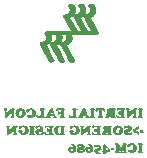
<source format=gbo>
G04 Layer: BottomSilkscreenLayer*
G04 EasyEDA Pro v2.2.40.8, 2025-10-17 17:15:36*
G04 Gerber Generator version 0.3*
G04 Scale: 100 percent, Rotated: No, Reflected: No*
G04 Dimensions in millimeters*
G04 Leading zeros omitted, absolute positions, 4 integers and 5 decimals*
G04 Generated by one-click*
%FSLAX45Y45*%
%MOMM*%
%ADD10C,0.254*%
%ADD11C,0.8171*%
G75*


G04 Image Start*
G36*
G01X912199Y2163094D02*
G01X908626Y2162891D01*
G01X906281Y2163506D01*
G01X903936Y2164121D01*
G01X901582Y2163557D01*
G01X899229Y2162992D01*
G01X895585Y2162992D01*
G01X891023Y2163875D01*
G01X889301Y2164665D01*
G01X887580Y2165455D01*
G01X885715Y2166672D01*
G01X883850Y2167888D01*
G01X882418Y2169670D01*
G01X880986Y2171451D01*
G01X841960Y2243371D01*
G01X802933Y2315292D01*
G01X802269Y2317650D01*
G01X801604Y2320008D01*
G01X802078Y2325118D01*
G01X802740Y2326690D01*
G01X799965Y2324393D01*
G01X797191Y2322096D01*
G01X793819Y2319768D01*
G01X790448Y2317441D01*
G01X786404Y2315268D01*
G01X782361Y2313095D01*
G01X779984Y2312135D01*
G01X777607Y2311175D01*
G01X777607Y2310636D01*
G01X808451Y2253223D01*
G01X839295Y2195810D01*
G01X844401Y2186193D01*
G01X844868Y2183437D01*
G01X845335Y2180681D01*
G01X844845Y2178275D01*
G01X844355Y2175868D01*
G01X841861Y2171000D01*
G01X839621Y2168956D01*
G01X837382Y2166911D01*
G01X835250Y2165924D01*
G01X833118Y2164938D01*
G01X830436Y2164310D01*
G01X827755Y2163683D01*
G01X824874Y2163927D01*
G01X821993Y2164172D01*
G01X819880Y2164905D01*
G01X817829Y2164342D01*
G01X815777Y2163778D01*
G01X809195Y2163778D01*
G01X806511Y2164605D01*
G01X803828Y2165433D01*
G01X801637Y2166936D01*
G01X799446Y2168440D01*
G01X796916Y2171242D01*
G01X786901Y2189618D01*
G01X776886Y2207994D01*
G01X747570Y2262036D01*
G01X718254Y2316078D01*
G01X717748Y2317950D01*
G01X717242Y2319821D01*
G01X717428Y2323256D01*
G01X717613Y2326690D01*
G01X718879Y2329075D01*
G01X720145Y2331459D01*
G01X711537Y2323512D01*
G01X704219Y2318438D01*
G01X695602Y2313704D01*
G01X693139Y2312729D01*
G01X690676Y2311755D01*
G01X690662Y2311362D01*
G01X756157Y2189522D01*
G01X757885Y2185591D01*
G01X758119Y2182797D01*
G01X758353Y2180003D01*
G01X757806Y2177884D01*
G01X757259Y2175765D01*
G01X756192Y2173821D01*
G01X755124Y2171878D01*
G01X752809Y2169661D01*
G01X750494Y2167445D01*
G01X748206Y2166422D01*
G01X745919Y2165399D01*
G01X741862Y2164466D01*
G01X738106Y2164728D01*
G01X734349Y2164990D01*
G01X732627Y2165003D01*
G01X725994Y2163612D01*
G01X720347Y2164496D01*
G01X717528Y2165700D01*
G01X714709Y2166905D01*
G01X712477Y2168992D01*
G01X710245Y2171080D01*
G01X631296Y2316485D01*
G01X630797Y2318610D01*
G01X630298Y2320735D01*
G01X630511Y2323516D01*
G01X630724Y2326297D01*
G01X631670Y2328558D01*
G01X632616Y2330818D01*
G01X635290Y2333907D01*
G01X722040Y2333907D01*
G01X724401Y2335534D01*
G01X726109Y2336712D01*
G01X811571Y2336712D01*
G01X811825Y2336713D01*
G01X813981Y2337461D01*
G01X816136Y2338209D01*
G01X824698Y2339142D01*
G01X832055Y2341083D01*
G01X835603Y2342803D01*
G01X839151Y2344523D01*
G01X841678Y2346298D01*
G01X844204Y2348073D01*
G01X846953Y2350794D01*
G01X849702Y2353515D01*
G01X851803Y2356703D01*
G01X853903Y2359891D01*
G01X855337Y2363728D01*
G01X856771Y2367565D01*
G01X857273Y2370513D01*
G01X857774Y2373461D01*
G01X857289Y2382501D01*
G01X855468Y2388789D01*
G01X851620Y2396060D01*
G01X822320Y2396060D01*
G01X822805Y2395344D01*
G01X824500Y2387823D01*
G01X825015Y2382509D01*
G01X825530Y2377195D01*
G01X825015Y2371881D01*
G01X824500Y2366567D01*
G01X822861Y2359297D01*
G01X820115Y2351451D01*
G01X816507Y2343983D01*
G01X814097Y2340348D01*
G01X814097Y2340348D01*
G01X811571Y2336712D01*
G01X726109Y2336712D01*
G01X726761Y2337162D01*
G01X728960Y2337924D01*
G01X731158Y2338687D01*
G01X736045Y2339272D01*
G01X740932Y2339857D01*
G01X743882Y2340679D01*
G01X746831Y2341501D01*
G01X750144Y2343004D01*
G01X753457Y2344507D01*
G01X757359Y2346958D01*
G01X759987Y2349180D01*
G01X762615Y2351401D01*
G01X764543Y2353689D01*
G01X766470Y2355976D01*
G01X768341Y2359216D01*
G01X770212Y2362456D01*
G01X772372Y2368781D01*
G01X772876Y2372739D01*
G01X773380Y2376697D01*
G01X772895Y2380385D01*
G01X772411Y2384073D01*
G01X771036Y2388789D01*
G01X769183Y2392425D01*
G01X767331Y2396060D01*
G01X735797Y2396060D01*
G01X736031Y2395372D01*
G01X736264Y2394685D01*
G01X737519Y2389182D01*
G01X738549Y2380535D01*
G01X738299Y2375033D01*
G01X738049Y2369531D01*
G01X736690Y2362456D01*
G01X735589Y2358722D01*
G01X734488Y2354988D01*
G01X732554Y2350668D01*
G01X730621Y2346347D01*
G01X728298Y2342568D01*
G01X725975Y2338788D01*
G01X724008Y2336347D01*
G01X724008Y2336347D01*
G01X722040Y2333907D01*
G01X635290Y2333907D01*
G01X636029Y2334760D01*
G01X638057Y2336124D01*
G01X640086Y2337487D01*
G01X642353Y2338276D01*
G01X644620Y2339064D01*
G01X648594Y2339470D01*
G01X652569Y2339875D01*
G01X655717Y2340658D01*
G01X658866Y2341440D01*
G01X661528Y2342463D01*
G01X664190Y2343485D01*
G01X667203Y2345259D01*
G01X670216Y2347034D01*
G01X675166Y2350939D01*
G01X677772Y2354098D01*
G01X680379Y2357256D01*
G01X681810Y2359856D01*
G01X683242Y2362456D01*
G01X685451Y2368851D01*
G01X686468Y2375819D01*
G01X686209Y2379165D01*
G01X685950Y2382510D01*
G01X684891Y2386323D01*
G01X683832Y2390135D01*
G01X680116Y2397034D01*
G01X676970Y2399945D01*
G01X673824Y2402855D01*
G01X671294Y2407432D01*
G01X670267Y2412901D01*
G01X670773Y2415387D01*
G01X671280Y2417874D01*
G01X672570Y2420267D01*
G01X673860Y2422660D01*
G01X676234Y2424710D01*
G01X678607Y2426759D01*
G01X683374Y2428752D01*
G01X686625Y2429268D01*
G01X689875Y2429783D01*
G01X698193Y2429392D01*
G01X701941Y2430189D01*
G01X798557Y2429791D01*
G01X895173Y2429393D01*
G01X895421Y2429619D01*
G01X895669Y2429846D01*
G01X863275Y2489693D01*
G01X833879Y2543999D01*
G01X891114Y2543999D01*
G01X921733Y2486832D01*
G01X952352Y2429665D01*
G01X967449Y2429561D01*
G01X967449Y2429561D01*
G01X982546Y2429458D01*
G01X982357Y2429758D01*
G01X982168Y2430058D01*
G01X920878Y2543440D01*
G01X978184Y2543440D01*
G01X978190Y2543149D01*
G01X978196Y2542858D01*
G01X1008519Y2486261D01*
G01X1038841Y2429665D01*
G01X1052662Y2429561D01*
G01X1052662Y2429561D01*
G01X1066482Y2429457D01*
G01X1065989Y2430876D01*
G01X1034185Y2489628D01*
G01X1002382Y2548379D01*
G01X1001907Y2549942D01*
G01X1001431Y2551505D01*
G01X1001427Y2557280D01*
G01X998198Y2554821D01*
G01X991724Y2550231D01*
G01X988825Y2548610D01*
G01X985926Y2546990D01*
G01X978184Y2543440D01*
G01X920878Y2543440D01*
G01X917580Y2549540D01*
G01X917107Y2551622D01*
G01X916633Y2553705D01*
G01X916633Y2557032D01*
G01X917213Y2559072D01*
G01X917792Y2561111D01*
G01X913858Y2557684D01*
G01X909925Y2554256D01*
G01X905961Y2551701D01*
G01X901998Y2549147D01*
G01X891884Y2544246D01*
G01X891499Y2544123D01*
G01X891114Y2543999D01*
G01X833879Y2543999D01*
G01X830880Y2549540D01*
G01X830231Y2552446D01*
G01X829581Y2555353D01*
G01X830035Y2557854D01*
G01X830489Y2560355D01*
G01X831607Y2562584D01*
G01X832724Y2564813D01*
G01X835768Y2568205D01*
G01X837745Y2569447D01*
G01X839722Y2570689D01*
G01X843929Y2572149D01*
G01X848816Y2572734D01*
G01X853703Y2573319D01*
G01X856652Y2574143D01*
G01X859602Y2574967D01*
G01X863071Y2576528D01*
G01X866540Y2578089D01*
G01X869372Y2580025D01*
G01X872204Y2581962D01*
G01X874622Y2584346D01*
G01X877039Y2586731D01*
G01X878812Y2589114D01*
G01X880585Y2591498D01*
G01X882022Y2594339D01*
G01X883459Y2597179D01*
G01X884332Y2600086D01*
G01X885204Y2602992D01*
G01X885596Y2606529D01*
G01X885988Y2610066D01*
G01X885619Y2613604D01*
G01X885251Y2617141D01*
G01X883008Y2624216D01*
G01X881148Y2627417D01*
G01X879287Y2630617D01*
G01X876479Y2633978D01*
G01X873671Y2637338D01*
G01X872679Y2639620D01*
G01X871688Y2641902D01*
G01X871671Y2645636D01*
G01X871654Y2649370D01*
G01X873636Y2654138D01*
G01X877358Y2658468D01*
G01X881463Y2660950D01*
G01X883876Y2661815D01*
G01X886288Y2662680D01*
G01X890162Y2662678D01*
G01X894036Y2662677D01*
G01X896081Y2662001D01*
G01X898125Y2661326D01*
G01X902016Y2662532D01*
G01X907810Y2662891D01*
G01X909746Y2662522D01*
G01X911683Y2662153D01*
G01X914430Y2660919D01*
G01X917176Y2659686D01*
G01X921839Y2655265D01*
G01X924605Y2651728D01*
G01X927372Y2648191D01*
G01X930143Y2643278D01*
G01X932914Y2638365D01*
G01X934487Y2634238D01*
G01X936059Y2630111D01*
G01X936919Y2626824D01*
G01X937779Y2623537D01*
G01X938389Y2619356D01*
G01X938998Y2615176D01*
G01X938998Y2605350D01*
G01X938370Y2601038D01*
G01X937741Y2596725D01*
G01X936617Y2592625D01*
G01X935493Y2588525D01*
G01X934071Y2585122D01*
G01X932649Y2581720D01*
G01X930610Y2578010D01*
G01X928571Y2574301D01*
G01X925672Y2570159D01*
G01X925672Y2569824D01*
G01X930231Y2571730D01*
G01X935264Y2572333D01*
G01X940297Y2572935D01*
G01X943853Y2573959D01*
G01X947408Y2574983D01*
G01X950256Y2576290D01*
G01X953103Y2577598D01*
G01X956562Y2579978D01*
G01X960021Y2582358D01*
G01X964261Y2586878D01*
G01X965570Y2588646D01*
G01X966879Y2590415D01*
G01X968440Y2593249D01*
G01X970000Y2596084D01*
G01X971124Y2599538D01*
G01X972247Y2602992D01*
G01X972476Y2607811D01*
G01X972705Y2612630D01*
G01X972168Y2615672D01*
G01X971631Y2618713D01*
G01X970421Y2621962D01*
G01X969211Y2625212D01*
G01X966210Y2630111D01*
G01X963459Y2633481D01*
G01X960708Y2636850D01*
G01X959654Y2638983D01*
G01X958600Y2641116D01*
G01X958600Y2649804D01*
G01X961836Y2655783D01*
G01X966778Y2659914D01*
G01X969062Y2660871D01*
G01X971346Y2661829D01*
G01X974120Y2662262D01*
G01X976894Y2662696D01*
G01X979941Y2662219D01*
G01X982989Y2661742D01*
G01X984082Y2661219D01*
G01X985175Y2660696D01*
G01X986952Y2661306D01*
G01X988729Y2661916D01*
G01X996907Y2661947D01*
G01X1001211Y2660454D01*
G01X1005744Y2657735D01*
G01X1008563Y2654535D01*
G01X1011382Y2651335D01*
G01X1013796Y2647798D01*
G01X1016209Y2644260D01*
G01X1020296Y2636400D01*
G01X1021584Y2633028D01*
G01X1022872Y2629656D01*
G01X1023970Y2625167D01*
G01X1025069Y2620678D01*
G01X1026077Y2611246D01*
G01X1025541Y2601813D01*
G01X1024215Y2594345D01*
G01X1023112Y2590611D01*
G01X1022010Y2586878D01*
G01X1018157Y2578231D01*
G01X1016839Y2576069D01*
G01X1015521Y2573908D01*
G01X1014412Y2572164D01*
G01X1013303Y2570421D01*
G01X1014985Y2571049D01*
G01X1019197Y2571566D01*
G01X1023409Y2572083D01*
G01X1024793Y2572335D01*
G01X1026176Y2572587D01*
G01X1028974Y2573400D01*
G01X1031771Y2574214D01*
G01X1034354Y2575392D01*
G01X1036937Y2576570D01*
G01X1039519Y2578158D01*
G01X1042102Y2579746D01*
G01X1048190Y2585306D01*
G01X1050042Y2587814D01*
G01X1051895Y2590322D01*
G01X1053554Y2593554D01*
G01X1055213Y2596787D01*
G01X1056074Y2600080D01*
G01X1056935Y2603372D01*
G01X1057213Y2606724D01*
G01X1057490Y2610076D01*
G01X1056983Y2613555D01*
G01X1056476Y2617035D01*
G01X1054280Y2623430D01*
G01X1052599Y2626377D01*
G01X1050918Y2629325D01*
G01X1047941Y2632958D01*
G01X1044964Y2636590D01*
G01X1043265Y2640737D01*
G01X1042968Y2642908D01*
G01X1042670Y2645079D01*
G01X1043136Y2647380D01*
G01X1043602Y2649680D01*
G01X1044693Y2651856D01*
G01X1045784Y2654031D01*
G01X1047356Y2655784D01*
G01X1048928Y2657536D01*
G01X1051421Y2659007D01*
G01X1053913Y2660478D01*
G01X1056697Y2661166D01*
G01X1059482Y2661854D01*
G01X1062843Y2661672D01*
G01X1066205Y2661491D01*
G01X1068256Y2660657D01*
G01X1070307Y2659824D01*
G01X1072077Y2660394D01*
G01X1073846Y2660964D01*
G01X1080899Y2660964D01*
G01X1083086Y2660371D01*
G01X1085272Y2659778D01*
G01X1087856Y2658203D01*
G01X1090439Y2656628D01*
G01X1092811Y2653947D01*
G01X1095183Y2651267D01*
G01X1097764Y2647677D01*
G01X1100346Y2644087D01*
G01X1102505Y2640047D01*
G01X1104664Y2636007D01*
G01X1106217Y2631903D01*
G01X1107770Y2627799D01*
G01X1108925Y2622863D01*
G01X1110080Y2617927D01*
G01X1110108Y2599455D01*
G01X1109120Y2595000D01*
G01X1108132Y2590546D01*
G01X1106630Y2586359D01*
G01X1105128Y2582172D01*
G01X1102996Y2578097D01*
G01X1100864Y2574022D01*
G01X1098872Y2571026D01*
G01X1096880Y2568030D01*
G01X1094916Y2565663D01*
G01X1092951Y2563296D01*
G01X1087296Y2557455D01*
G01X1079991Y2551622D01*
G01X1071370Y2546361D01*
G01X1062768Y2542467D01*
G01X1062528Y2542383D01*
G01X1095885Y2480091D01*
G01X1129242Y2417800D01*
G01X1129770Y2414988D01*
G01X1130298Y2412176D01*
G01X1129808Y2409562D01*
G01X1129318Y2406949D01*
G01X1128006Y2404515D01*
G01X1126694Y2402082D01*
G01X1121952Y2397987D01*
G01X1119043Y2396729D01*
G01X1116134Y2395471D01*
G01X940522Y2395657D01*
G01X906798Y2396134D01*
G01X907619Y2393248D01*
G01X908440Y2390361D01*
G01X909840Y2381322D01*
G01X909409Y2367172D01*
G01X907526Y2358526D01*
G01X906015Y2354202D01*
G01X904504Y2349879D01*
G01X902002Y2345142D01*
G01X899500Y2340405D01*
G01X896473Y2336299D01*
G01X893446Y2332192D01*
G01X890179Y2328764D01*
G01X886912Y2325335D01*
G01X883157Y2322351D01*
G01X879402Y2319367D01*
G01X875166Y2316774D01*
G01X870930Y2314181D01*
G01X866988Y2312341D01*
G01X863046Y2310502D01*
G01X862494Y2310338D01*
G01X861942Y2310174D01*
G01X895106Y2248472D01*
G01X928270Y2186770D01*
G01X929546Y2182894D01*
G01X929546Y2177211D01*
G01X928761Y2174916D01*
G01X927977Y2172621D01*
G01X926810Y2170937D01*
G01X925643Y2169253D01*
G01X922014Y2166017D01*
G01X915773Y2163298D01*
G01X912199Y2163094D01*
G37*
G04 Image End*

G04 Text Start*
G36*
G01X408619Y1694770D02*
G01X407347Y1694588D01*
G01X405347Y1694407D01*
G01X403710Y1694225D01*
G01X401892Y1694043D01*
G01X399710Y1694225D01*
G01X394983Y1694588D01*
G01X392983Y1694952D01*
G01X390801Y1695497D01*
G01X389347Y1696043D01*
G01X387892Y1696770D01*
G01X386619Y1697679D01*
G01X385529Y1698952D01*
G01X384801Y1700770D01*
G01X384620Y1702770D01*
G01X384983Y1704407D01*
G01X385710Y1705316D01*
G01X386619Y1706043D01*
G01X387892Y1706952D01*
G01X389347Y1707861D01*
G01X390619Y1709134D01*
G01X391529Y1710588D01*
G01X392074Y1712407D01*
G01X392438Y1714225D01*
G01X392801Y1718225D01*
G01X392983Y1722407D01*
G01X392801Y1726588D01*
G01X392438Y1729498D01*
G01X391892Y1730952D01*
G01X390801Y1732225D01*
G01X388801Y1732588D01*
G01X386983Y1732225D01*
G01X385529Y1731316D01*
G01X384256Y1730225D01*
G01X382438Y1728770D01*
G01X381529Y1727861D01*
G01X380074Y1726770D01*
G01X377892Y1724588D01*
G01X376438Y1723497D01*
G01X375165Y1722225D01*
G01X372619Y1720043D01*
G01X370801Y1718225D01*
G01X368983Y1716770D01*
G01X367165Y1714952D01*
G01X365347Y1713497D01*
G01X364438Y1712588D01*
G01X362619Y1711134D01*
G01X360801Y1709316D01*
G01X358983Y1707861D01*
G01X357165Y1706043D01*
G01X355710Y1704952D01*
G01X353528Y1702770D01*
G01X352074Y1701679D01*
G01X350801Y1700407D01*
G01X348256Y1698225D01*
G01X347347Y1697316D01*
G01X344437Y1695134D01*
G01X342619Y1694407D01*
G01X340256Y1694225D01*
G01X338256Y1695134D01*
G01X336801Y1696770D01*
G01X335892Y1698588D01*
G01X335165Y1700770D01*
G01X334801Y1702952D01*
G01X334619Y1704407D01*
G01X334256Y1708407D01*
G01X333892Y1753498D01*
G01X333528Y1757134D01*
G01X333165Y1758770D01*
G01X332619Y1760407D01*
G01X331892Y1761679D01*
G01X330619Y1762770D01*
G01X329165Y1763498D01*
G01X327892Y1764225D01*
G01X326801Y1765134D01*
G01X325892Y1766043D01*
G01X325165Y1767316D01*
G01X324801Y1768770D01*
G01X324801Y1770407D01*
G01X325347Y1772043D01*
G01X326074Y1773134D01*
G01X327165Y1774043D01*
G01X328437Y1774770D01*
G01X330074Y1775316D01*
G01X331710Y1775679D01*
G01X333892Y1776043D01*
G01X336619Y1776225D01*
G01X338256Y1776407D01*
G01X342801Y1776589D01*
G01X347347Y1776407D01*
G01X351347Y1776043D01*
G01X352801Y1775679D01*
G01X354437Y1775134D01*
G01X356074Y1774225D01*
G01X357347Y1772952D01*
G01X358074Y1771498D01*
G01X358438Y1769316D01*
G01X358074Y1767316D01*
G01X357347Y1766225D01*
G01X356074Y1765134D01*
G01X353165Y1763316D01*
G01X351892Y1762043D01*
G01X351165Y1760770D01*
G01X350619Y1759134D01*
G01X350256Y1757498D01*
G01X349892Y1753134D01*
G01X349710Y1750225D01*
G01X349892Y1747316D01*
G01X350256Y1745679D01*
G01X350983Y1744225D01*
G01X352074Y1743679D01*
G01X353528Y1743498D01*
G01X355165Y1744043D01*
G01X356801Y1745134D01*
G01X358074Y1746225D01*
G01X360256Y1748043D01*
G01X361165Y1748952D01*
G01X362619Y1750043D01*
G01X363892Y1751316D01*
G01X366074Y1753134D01*
G01X366983Y1754043D01*
G01X368438Y1755134D01*
G01X369710Y1756407D01*
G01X371892Y1758225D01*
G01X372801Y1759134D01*
G01X374256Y1760225D01*
G01X375529Y1761498D01*
G01X377710Y1763316D01*
G01X378620Y1764225D01*
G01X380074Y1765316D01*
G01X381347Y1766589D01*
G01X383529Y1768407D01*
G01X384438Y1769316D01*
G01X385892Y1770407D01*
G01X387165Y1771679D01*
G01X389347Y1773498D01*
G01X390256Y1774225D01*
G01X392801Y1775498D01*
G01X394983Y1776043D01*
G01X397892Y1776407D01*
G01X402801Y1776589D01*
G01X406619Y1776407D01*
G01X411710Y1776043D01*
G01X413347Y1775679D01*
G01X415165Y1775134D01*
G01X416619Y1774589D01*
G01X418256Y1773679D01*
G01X419528Y1772407D01*
G01X420256Y1771316D01*
G01X420801Y1769498D01*
G01X420619Y1767134D01*
G01X419710Y1765679D01*
G01X418438Y1764770D01*
G01X416801Y1763861D01*
G01X415529Y1763134D01*
G01X414438Y1762407D01*
G01X413165Y1761134D01*
G01X412256Y1759679D01*
G01X411710Y1758225D01*
G01X411347Y1756770D01*
G01X410983Y1754952D01*
G01X410619Y1752770D01*
G01X410438Y1751134D01*
G01X410256Y1749861D01*
G01X409892Y1745134D01*
G01X409710Y1733498D01*
G01X409892Y1721861D01*
G01X410256Y1716407D01*
G01X410619Y1712770D01*
G01X411165Y1711134D01*
G01X411892Y1709679D01*
G01X412619Y1708770D01*
G01X413529Y1708043D01*
G01X414801Y1707316D01*
G01X416074Y1706407D01*
G01X416983Y1705497D01*
G01X417710Y1704588D01*
G01X418256Y1702952D01*
G01X418256Y1700770D01*
G01X417710Y1699316D01*
G01X416983Y1698225D01*
G01X415892Y1697316D01*
G01X414619Y1696588D01*
G01X412983Y1695861D01*
G01X410619Y1695134D01*
G01X408619Y1694770D01*
G37*
G36*
G01X477892Y1694588D02*
G01X475710Y1694225D01*
G01X473347Y1694043D01*
G01X472074Y1693861D01*
G01X469710Y1693679D01*
G01X466983Y1693861D01*
G01X463347Y1694225D01*
G01X460801Y1694588D01*
G01X457528Y1695316D01*
G01X451528Y1697316D01*
G01X449892Y1698043D01*
G01X446983Y1699497D01*
G01X444438Y1700952D01*
G01X442983Y1701861D01*
G01X441710Y1702770D01*
G01X438983Y1704952D01*
G01X435347Y1708588D01*
G01X434438Y1709679D01*
G01X433710Y1710770D01*
G01X432983Y1711679D01*
G01X432074Y1712952D01*
G01X430983Y1714588D01*
G01X430074Y1716225D01*
G01X429347Y1717497D01*
G01X427892Y1720770D01*
G01X427347Y1722407D01*
G01X427128Y1723134D01*
G01X454801Y1723134D01*
G01X454983Y1720770D01*
G01X455347Y1718952D01*
G01X455892Y1716952D01*
G01X456801Y1715316D01*
G01X458074Y1713497D01*
G01X459528Y1712407D01*
G01X460619Y1711861D01*
G01X460619Y1711861D01*
G01X462256Y1711316D01*
G01X464074Y1710952D01*
G01X465165Y1710952D01*
G01X466619Y1711134D01*
G01X468256Y1711497D01*
G01X469710Y1712225D01*
G01X470801Y1712952D01*
G01X471710Y1713679D01*
G01X472619Y1714588D01*
G01X474074Y1716407D01*
G01X474801Y1717497D01*
G01X475710Y1718952D01*
G01X478074Y1723679D01*
G01X478801Y1725316D01*
G01X480256Y1728952D01*
G01X481347Y1732225D01*
G01X481892Y1734043D01*
G01X482256Y1735679D01*
G01X482801Y1737498D01*
G01X483347Y1740407D01*
G01X483710Y1742589D01*
G01X484074Y1745498D01*
G01X484256Y1748225D01*
G01X484074Y1750952D01*
G01X483710Y1752407D01*
G01X483165Y1753861D01*
G01X482438Y1755134D01*
G01X481347Y1756770D01*
G01X480074Y1758043D01*
G01X478983Y1758770D01*
G01X477347Y1759498D01*
G01X474619Y1760043D01*
G01X472437Y1760043D01*
G01X470801Y1759498D01*
G01X468983Y1758589D01*
G01X467710Y1757679D01*
G01X464983Y1754952D01*
G01X464256Y1754043D01*
G01X463347Y1752770D01*
G01X462256Y1750952D01*
G01X459892Y1746225D01*
G01X459165Y1744225D01*
G01X458437Y1742407D01*
G01X457892Y1740770D01*
G01X457528Y1739316D01*
G01X456983Y1737498D01*
G01X456437Y1735134D01*
G01X456074Y1733498D01*
G01X455710Y1731679D01*
G01X455347Y1729134D01*
G01X455165Y1726952D01*
G01X454983Y1725497D01*
G01X454801Y1723134D01*
G01X427128Y1723134D01*
G01X426801Y1724225D01*
G01X426256Y1726407D01*
G01X425892Y1728407D01*
G01X425528Y1731316D01*
G01X425347Y1734588D01*
G01X425528Y1737861D01*
G01X425892Y1740770D01*
G01X426619Y1744407D01*
G01X427892Y1748225D01*
G01X428619Y1750043D01*
G01X429347Y1751680D01*
G01X430256Y1753498D01*
G01X431165Y1755134D01*
G01X431892Y1756407D01*
G01X432801Y1757861D01*
G01X434074Y1759679D01*
G01X435165Y1761134D01*
G01X436619Y1762952D01*
G01X440256Y1766589D01*
G01X442983Y1768770D01*
G01X443892Y1769316D01*
G01X445165Y1770225D01*
G01X446983Y1771316D01*
G01X450256Y1772952D01*
G01X451892Y1773679D01*
G01X453710Y1774407D01*
G01X457347Y1775498D01*
G01X458801Y1775861D01*
G01X460074Y1776043D01*
G01X462256Y1776407D01*
G01X465528Y1776770D01*
G01X469528Y1776952D01*
G01X472437Y1776770D01*
G01X476074Y1776407D01*
G01X478619Y1776043D01*
G01X482256Y1775134D01*
G01X484619Y1774407D01*
G01X486619Y1773679D01*
G01X490256Y1772225D01*
G01X493529Y1770407D01*
G01X494801Y1769679D01*
G01X497347Y1767861D01*
G01X498256Y1767134D01*
G01X499165Y1766225D01*
G01X501347Y1764407D01*
G01X502801Y1762589D01*
G01X503710Y1761679D01*
G01X504620Y1760589D01*
G01X505347Y1759498D01*
G01X506256Y1758225D01*
G01X508074Y1755316D01*
G01X508983Y1753498D01*
G01X509710Y1751861D01*
G01X510438Y1750043D01*
G01X511529Y1746770D01*
G01X512074Y1744407D01*
G01X512438Y1742589D01*
G01X512801Y1739679D01*
G01X512983Y1734770D01*
G01X512801Y1729861D01*
G01X512438Y1727316D01*
G01X511710Y1724043D01*
G01X511165Y1722407D01*
G01X510438Y1720407D01*
G01X509710Y1718588D01*
G01X508256Y1715679D01*
G01X507347Y1714043D01*
G01X506256Y1712407D01*
G01X504983Y1710588D01*
G01X503892Y1709134D01*
G01X502438Y1707316D01*
G01X500620Y1705497D01*
G01X498074Y1703316D01*
G01X497165Y1702588D01*
G01X496256Y1702043D01*
G01X494983Y1701134D01*
G01X493165Y1700043D01*
G01X489892Y1698407D01*
G01X488256Y1697679D01*
G01X484619Y1696225D01*
G01X482619Y1695679D01*
G01X479710Y1694952D01*
G01X477892Y1694588D01*
G37*
G36*
G01X563710Y1694588D02*
G01X561528Y1694225D01*
G01X559347Y1694043D01*
G01X558256Y1693861D01*
G01X556256Y1693679D01*
G01X553892Y1693861D01*
G01X549892Y1694225D01*
G01X546256Y1694952D01*
G01X544619Y1695497D01*
G01X542801Y1696043D01*
G01X541347Y1696588D01*
G01X539529Y1697316D01*
G01X537892Y1698043D01*
G01X535347Y1699134D01*
G01X533710Y1699679D01*
G01X532074Y1700043D01*
G01X530256Y1700588D01*
G01X528074Y1701316D01*
G01X526801Y1702225D01*
G01X525892Y1703134D01*
G01X524801Y1704407D01*
G01X523892Y1705679D01*
G01X522438Y1708225D01*
G01X521892Y1709316D01*
G01X521347Y1710588D01*
G01X520801Y1712225D01*
G01X520438Y1713861D01*
G01X520256Y1716407D01*
G01X520619Y1718952D01*
G01X521347Y1720225D01*
G01X522256Y1721316D01*
G01X523529Y1722043D01*
G01X525165Y1722407D01*
G01X526801Y1721861D01*
G01X528074Y1720952D01*
G01X528983Y1720043D01*
G01X530074Y1719134D01*
G01X531347Y1718407D01*
G01X532801Y1717679D01*
G01X534438Y1716952D01*
G01X536256Y1716225D01*
G01X538438Y1715679D01*
G01X540074Y1715316D01*
G01X542619Y1714952D01*
G01X546074Y1714770D01*
G01X549528Y1714952D01*
G01X551165Y1715316D01*
G01X552983Y1715861D01*
G01X554438Y1716407D01*
G01X555710Y1716952D01*
G01X556983Y1717679D01*
G01X558438Y1718588D01*
G01X559710Y1719497D01*
G01X562438Y1722225D01*
G01X563165Y1723134D01*
G01X564074Y1724407D01*
G01X565165Y1726043D01*
G01X566074Y1727679D01*
G01X566801Y1729134D01*
G01X567528Y1730770D01*
G01X568256Y1732770D01*
G01X568983Y1734952D01*
G01X569528Y1737679D01*
G01X569892Y1739679D01*
G01X570074Y1744407D01*
G01X569892Y1749134D01*
G01X569528Y1750589D01*
G01X568983Y1752225D01*
G01X568256Y1753861D01*
G01X567528Y1755134D01*
G01X566801Y1756043D01*
G01X564983Y1757861D01*
G01X564074Y1758589D01*
G01X562983Y1759134D01*
G01X561165Y1759861D01*
G01X559165Y1760225D01*
G01X556619Y1760589D01*
G01X552801Y1760043D01*
G01X551347Y1759679D01*
G01X549892Y1759134D01*
G01X546983Y1757679D01*
G01X545529Y1756770D01*
G01X544256Y1755679D01*
G01X543347Y1754952D01*
G01X542256Y1753861D01*
G01X541165Y1752589D01*
G01X540438Y1751680D01*
G01X539710Y1750407D01*
G01X538801Y1748952D01*
G01X536619Y1745134D01*
G01X535892Y1744043D01*
G01X534801Y1742770D01*
G01X533165Y1741498D01*
G01X531347Y1740770D01*
G01X529529Y1740407D01*
G01X527347Y1740407D01*
G01X525347Y1740952D01*
G01X524074Y1741498D01*
G01X522801Y1742225D01*
G01X521529Y1743134D01*
G01X520619Y1744225D01*
G01X519710Y1745679D01*
G01X518983Y1747134D01*
G01X518619Y1748407D01*
G01X518256Y1749861D01*
G01X518074Y1753680D01*
G01X518256Y1757134D01*
G01X518619Y1758952D01*
G01X519165Y1760952D01*
G01X519710Y1762589D01*
G01X520256Y1764043D01*
G01X521710Y1766589D01*
G01X522438Y1767679D01*
G01X523529Y1769134D01*
G01X524801Y1770407D01*
G01X525892Y1771134D01*
G01X527347Y1771679D01*
G01X528801Y1772043D01*
G01X529892Y1772043D01*
G01X532438Y1771679D01*
G01X534256Y1771498D01*
G01X536256Y1771861D01*
G01X537710Y1772407D01*
G01X540256Y1773498D01*
G01X541710Y1774043D01*
G01X543529Y1774770D01*
G01X545529Y1775316D01*
G01X548438Y1776043D01*
G01X550619Y1776407D01*
G01X552619Y1776589D01*
G01X553892Y1776770D01*
G01X556438Y1776952D01*
G01X558983Y1776770D01*
G01X562619Y1776407D01*
G01X566256Y1775679D01*
G01X568074Y1775134D01*
G01X570256Y1774407D01*
G01X572256Y1773679D01*
G01X573892Y1772952D01*
G01X575165Y1772407D01*
G01X576619Y1771679D01*
G01X578256Y1770770D01*
G01X579528Y1770043D01*
G01X581710Y1768589D01*
G01X582983Y1767679D01*
G01X584256Y1766589D01*
G01X586437Y1764770D01*
G01X589165Y1762043D01*
G01X590983Y1759861D01*
G01X591710Y1758952D01*
G01X592256Y1758043D01*
G01X593165Y1756770D01*
G01X594983Y1753861D01*
G01X595892Y1752043D01*
G01X596619Y1750407D01*
G01X597347Y1748589D01*
G01X598074Y1746407D01*
G01X598619Y1744407D01*
G01X599347Y1740770D01*
G01X599528Y1739134D01*
G01X599710Y1737861D01*
G01X599892Y1734588D01*
G01X599710Y1731316D01*
G01X599347Y1728407D01*
G01X598619Y1725134D01*
G01X597347Y1721316D01*
G01X596619Y1719679D01*
G01X594437Y1715316D01*
G01X593710Y1714043D01*
G01X592801Y1712770D01*
G01X591528Y1710952D01*
G01X590437Y1709497D01*
G01X589528Y1708588D01*
G01X587710Y1706407D01*
G01X585892Y1704952D01*
G01X584983Y1704043D01*
G01X583892Y1703134D01*
G01X582801Y1702407D01*
G01X581528Y1701497D01*
G01X580074Y1700588D01*
G01X577528Y1699134D01*
G01X576074Y1698407D01*
G01X572438Y1696952D01*
G01X570438Y1696225D01*
G01X568438Y1695679D01*
G01X565528Y1694952D01*
G01X563710Y1694588D01*
G37*
G36*
G01X647892Y1695497D02*
G01X625165Y1695316D01*
G01X614983Y1694043D01*
G01X613892Y1693861D01*
G01X612438Y1693861D01*
G01X610619Y1694407D01*
G01X609529Y1695134D01*
G01X608619Y1696225D01*
G01X607892Y1697316D01*
G01X606983Y1698588D01*
G01X604801Y1702225D01*
G01X604074Y1703861D01*
G01X603528Y1705316D01*
G01X602801Y1707134D01*
G01X602256Y1709316D01*
G01X601892Y1710952D01*
G01X601710Y1714043D01*
G01X601892Y1717134D01*
G01X602438Y1718770D01*
G01X603165Y1720407D01*
G01X603892Y1721497D01*
G01X605165Y1722588D01*
G01X607165Y1723497D01*
G01X609347Y1723679D01*
G01X610801Y1722952D01*
G01X611529Y1722043D01*
G01X612074Y1720952D01*
G01X612438Y1719679D01*
G01X612983Y1718043D01*
G01X613710Y1716225D01*
G01X614438Y1714770D01*
G01X615165Y1713679D01*
G01X615892Y1712770D01*
G01X616801Y1711861D01*
G01X617710Y1711134D01*
G01X618983Y1710225D01*
G01X620983Y1709316D01*
G01X622620Y1708770D01*
G01X624438Y1708407D01*
G01X627347Y1708043D01*
G01X630620Y1708043D01*
G01X633347Y1708588D01*
G01X635347Y1709679D01*
G01X636801Y1711316D01*
G01X637529Y1713861D01*
G01X637892Y1716043D01*
G01X638256Y1722588D01*
G01X638438Y1736770D01*
G01X638256Y1750952D01*
G01X637892Y1759679D01*
G01X637347Y1761134D01*
G01X636438Y1762589D01*
G01X634983Y1763498D01*
G01X632074Y1764952D01*
G01X630801Y1765679D01*
G01X629892Y1766770D01*
G01X629483Y1767725D01*
G01X629347Y1769134D01*
G01X629483Y1770543D01*
G01X629892Y1771498D01*
G01X630801Y1772589D01*
G01X632074Y1773498D01*
G01X634074Y1774407D01*
G01X636438Y1775134D01*
G01X638438Y1775498D01*
G01X639710Y1775679D01*
G01X642983Y1776043D01*
G01X650619Y1776407D01*
G01X652983Y1776589D01*
G01X655347Y1776407D01*
G01X661892Y1776043D01*
G01X664801Y1775679D01*
G01X668438Y1774952D01*
G01X670074Y1774407D01*
G01X671710Y1773679D01*
G01X672801Y1773134D01*
G01X674256Y1772225D01*
G01X675710Y1770589D01*
G01X676438Y1768407D01*
G01X676256Y1766407D01*
G01X675347Y1765316D01*
G01X674438Y1764589D01*
G01X673165Y1763861D01*
G01X671165Y1763134D01*
G01X669347Y1762407D01*
G01X668074Y1761679D01*
G01X667165Y1760407D01*
G01X666619Y1758952D01*
G01X666256Y1757134D01*
G01X666074Y1750952D01*
G01X665892Y1745498D01*
G01X665529Y1732043D01*
G01X665347Y1723316D01*
G01X665529Y1714588D01*
G01X665892Y1709861D01*
G01X666438Y1708588D01*
G01X667529Y1706952D01*
G01X669165Y1705679D01*
G01X672074Y1704225D01*
G01X673347Y1703316D01*
G01X674074Y1702588D01*
G01X674801Y1701134D01*
G01X674801Y1698770D01*
G01X673892Y1697316D01*
G01X672983Y1696588D01*
G01X671347Y1695861D01*
G01X647892Y1695497D01*
G37*
G36*
G01X1299347Y1695316D02*
G01X1293529Y1694952D01*
G01X1290619Y1694588D01*
G01X1289347Y1694225D01*
G01X1287529Y1694043D01*
G01X1285529Y1694588D01*
G01X1284256Y1695679D01*
G01X1283529Y1696588D01*
G01X1282619Y1697861D01*
G01X1281529Y1699679D01*
G01X1279892Y1702952D01*
G01X1279347Y1704225D01*
G01X1278801Y1705679D01*
G01X1278074Y1707497D01*
G01X1277529Y1709497D01*
G01X1277165Y1710952D01*
G01X1276801Y1712770D01*
G01X1276438Y1714952D01*
G01X1276438Y1716407D01*
G01X1276619Y1717679D01*
G01X1276983Y1718952D01*
G01X1277710Y1720225D01*
G01X1278438Y1721316D01*
G01X1279347Y1722043D01*
G01X1280983Y1722770D01*
G01X1283165Y1722952D01*
G01X1285165Y1722043D01*
G01X1286438Y1720588D01*
G01X1288619Y1716770D01*
G01X1289347Y1715316D01*
G01X1290256Y1714043D01*
G01X1291710Y1712225D01*
G01X1292619Y1711316D01*
G01X1293710Y1710407D01*
G01X1295165Y1709497D01*
G01X1296619Y1708770D01*
G01X1297892Y1708407D01*
G01X1299710Y1707861D01*
G01X1301710Y1707497D01*
G01X1302983Y1707316D01*
G01X1307710Y1706952D01*
G01X1310256Y1706770D01*
G01X1312801Y1706952D01*
G01X1316801Y1707316D01*
G01X1318256Y1707861D01*
G01X1319029Y1708361D01*
G01X1319528Y1709134D01*
G01X1320074Y1710588D01*
G01X1320438Y1712770D01*
G01X1320619Y1715134D01*
G01X1320801Y1716407D01*
G01X1320983Y1719679D01*
G01X1321165Y1722770D01*
G01X1321165Y1723679D01*
G01X1320983Y1725861D01*
G01X1320619Y1728225D01*
G01X1319892Y1729498D01*
G01X1318619Y1730407D01*
G01X1316074Y1730770D01*
G01X1313892Y1730588D01*
G01X1312619Y1730043D01*
G01X1310983Y1728952D01*
G01X1309892Y1727498D01*
G01X1309347Y1726043D01*
G01X1308983Y1724588D01*
G01X1308801Y1723316D01*
G01X1308438Y1721679D01*
G01X1307710Y1720043D01*
G01X1306074Y1719134D01*
G01X1304438Y1718952D01*
G01X1303165Y1719316D01*
G01X1302074Y1719861D01*
G01X1301347Y1720588D01*
G01X1300438Y1721861D01*
G01X1299710Y1723497D01*
G01X1299165Y1724952D01*
G01X1298619Y1726770D01*
G01X1298256Y1728407D01*
G01X1297892Y1730225D01*
G01X1297529Y1732770D01*
G01X1297347Y1738043D01*
G01X1297529Y1742589D01*
G01X1297892Y1745134D01*
G01X1298256Y1746952D01*
G01X1298801Y1748952D01*
G01X1299347Y1750407D01*
G01X1299892Y1751680D01*
G01X1300619Y1752770D01*
G01X1301529Y1753498D01*
G01X1302619Y1754043D01*
G01X1304438Y1754407D01*
G01X1306256Y1754043D01*
G01X1307347Y1753316D01*
G01X1308074Y1752225D01*
G01X1308619Y1750952D01*
G01X1309165Y1748770D01*
G01X1309528Y1746225D01*
G01X1309892Y1744589D01*
G01X1310619Y1743316D01*
G01X1312074Y1742407D01*
G01X1316074Y1742043D01*
G01X1319710Y1742225D01*
G01X1320801Y1742770D01*
G01X1321528Y1744407D01*
G01X1321892Y1746589D01*
G01X1322074Y1751134D01*
G01X1321892Y1755316D01*
G01X1321710Y1758043D01*
G01X1321347Y1760952D01*
G01X1320619Y1762225D01*
G01X1319528Y1762952D01*
G01X1318074Y1763498D01*
G01X1316074Y1763861D01*
G01X1314256Y1764043D01*
G01X1310983Y1764225D01*
G01X1307710Y1764043D01*
G01X1303347Y1763679D01*
G01X1301529Y1763316D01*
G01X1299529Y1762770D01*
G01X1297892Y1762043D01*
G01X1296619Y1761316D01*
G01X1295710Y1760589D01*
G01X1294801Y1759679D01*
G01X1291529Y1755316D01*
G01X1289892Y1754043D01*
G01X1288438Y1753498D01*
G01X1286801Y1753316D01*
G01X1284801Y1753861D01*
G01X1283529Y1754952D01*
G01X1282801Y1755861D01*
G01X1282074Y1757134D01*
G01X1281529Y1759316D01*
G01X1281347Y1762952D01*
G01X1281529Y1765861D01*
G01X1281892Y1767316D01*
G01X1282438Y1769134D01*
G01X1283165Y1770952D01*
G01X1284074Y1772589D01*
G01X1284983Y1774043D01*
G01X1285892Y1775134D01*
G01X1286801Y1776043D01*
G01X1287892Y1776770D01*
G01X1289165Y1777134D01*
G01X1290256Y1777498D01*
G01X1291347Y1777498D01*
G01X1294619Y1776770D01*
G01X1296074Y1776407D01*
G01X1298256Y1776043D01*
G01X1300801Y1775679D01*
G01X1305347Y1775498D01*
G01X1309165Y1775316D01*
G01X1352074Y1774952D01*
G01X1353529Y1774407D01*
G01X1354801Y1773498D01*
G01X1355529Y1772589D01*
G01X1356256Y1771498D01*
G01X1356801Y1769861D01*
G01X1356801Y1768407D01*
G01X1356256Y1767134D01*
G01X1354983Y1765861D01*
G01X1352983Y1764952D01*
G01X1351165Y1764225D01*
G01X1350074Y1763316D01*
G01X1349347Y1762225D01*
G01X1348801Y1760770D01*
G01X1348074Y1757861D01*
G01X1347710Y1755679D01*
G01X1347347Y1752770D01*
G01X1347165Y1750407D01*
G01X1346983Y1749134D01*
G01X1346620Y1741498D01*
G01X1346438Y1733679D01*
G01X1346620Y1725861D01*
G01X1346983Y1719316D01*
G01X1347347Y1715679D01*
G01X1347710Y1713134D01*
G01X1348438Y1709134D01*
G01X1348983Y1707679D01*
G01X1349892Y1706407D01*
G01X1350801Y1705679D01*
G01X1352074Y1704952D01*
G01X1353529Y1704225D01*
G01X1354620Y1703497D01*
G01X1355711Y1702225D01*
G01X1356256Y1700043D01*
G01X1355892Y1698225D01*
G01X1355165Y1697134D01*
G01X1354256Y1696407D01*
G01X1352983Y1695861D01*
G01X1326074Y1695497D01*
G01X1299347Y1695316D01*
G37*
G36*
G01X1495347Y1694952D02*
G01X1493165Y1694588D01*
G01X1490074Y1694407D01*
G01X1488074Y1694225D01*
G01X1485529Y1694043D01*
G01X1482620Y1694225D01*
G01X1475711Y1694588D01*
G01X1472801Y1694952D01*
G01X1470256Y1695316D01*
G01X1466620Y1696043D01*
G01X1464983Y1696588D01*
G01X1463347Y1697316D01*
G01X1462256Y1698043D01*
G01X1461347Y1698952D01*
G01X1460620Y1700043D01*
G01X1460074Y1701497D01*
G01X1459892Y1703316D01*
G01X1460620Y1705134D01*
G01X1461892Y1706407D01*
G01X1462983Y1707134D01*
G01X1464256Y1707861D01*
G01X1465892Y1708952D01*
G01X1467165Y1710588D01*
G01X1467710Y1712407D01*
G01X1468074Y1714225D01*
G01X1468256Y1716407D01*
G01X1468438Y1718225D01*
G01X1468801Y1726588D01*
G01X1468983Y1738225D01*
G01X1468801Y1749861D01*
G01X1468438Y1756043D01*
G01X1468074Y1758589D01*
G01X1467529Y1760225D01*
G01X1466801Y1761679D01*
G01X1466074Y1762589D01*
G01X1465165Y1763316D01*
G01X1464074Y1763861D01*
G01X1462801Y1764589D01*
G01X1461165Y1765679D01*
G01X1460438Y1766543D01*
G01X1460074Y1767679D01*
G01X1459892Y1769679D01*
G01X1460256Y1770952D01*
G01X1460983Y1772043D01*
G01X1462256Y1773134D01*
G01X1463710Y1774043D01*
G01X1465165Y1774589D01*
G01X1468074Y1775316D01*
G01X1473165Y1776043D01*
G01X1476074Y1776225D01*
G01X1478620Y1776407D01*
G01X1481529Y1776589D01*
G01X1484438Y1776407D01*
G01X1488801Y1776043D01*
G01X1491711Y1775679D01*
G01X1495710Y1774952D01*
G01X1498983Y1774225D01*
G01X1500620Y1773679D01*
G01X1502438Y1772952D01*
G01X1504074Y1772043D01*
G01X1505165Y1770952D01*
G01X1505710Y1769861D01*
G01X1506074Y1768225D01*
G01X1505710Y1766589D01*
G01X1504983Y1765498D01*
G01X1503710Y1764407D01*
G01X1501165Y1762589D01*
G01X1499892Y1761498D01*
G01X1498983Y1760225D01*
G01X1498074Y1758407D01*
G01X1497529Y1756043D01*
G01X1497165Y1753134D01*
G01X1496983Y1750225D01*
G01X1496801Y1748407D01*
G01X1496620Y1736043D01*
G01X1496801Y1723679D01*
G01X1497165Y1716043D01*
G01X1497529Y1712043D01*
G01X1497892Y1710407D01*
G01X1498801Y1708407D01*
G01X1500074Y1707134D01*
G01X1500983Y1706407D01*
G01X1502256Y1705497D01*
G01X1503710Y1704043D01*
G01X1504438Y1702588D01*
G01X1504620Y1700770D01*
G01X1504256Y1699134D01*
G01X1503529Y1698225D01*
G01X1502438Y1697316D01*
G01X1501165Y1696588D01*
G01X1499347Y1695861D01*
G01X1497165Y1695316D01*
G01X1495347Y1694952D01*
G37*
G36*
G01X1445165Y1694952D02*
G01X1442983Y1694588D01*
G01X1440801Y1694407D01*
G01X1439347Y1694225D01*
G01X1437528Y1694043D01*
G01X1435347Y1694225D01*
G01X1430256Y1694588D01*
G01X1428438Y1694952D01*
G01X1426438Y1695497D01*
G01X1424983Y1696043D01*
G01X1423710Y1696588D01*
G01X1422619Y1697316D01*
G01X1421710Y1698225D01*
G01X1420983Y1699134D01*
G01X1420256Y1700770D01*
G01X1420074Y1703134D01*
G01X1420983Y1705134D01*
G01X1422619Y1706407D01*
G01X1423892Y1707134D01*
G01X1424801Y1707861D01*
G01X1425892Y1708770D01*
G01X1426801Y1710043D01*
G01X1427529Y1711861D01*
G01X1427892Y1713679D01*
G01X1428074Y1714952D01*
G01X1428438Y1721861D01*
G01X1428619Y1723134D01*
G01X1428438Y1724407D01*
G01X1428074Y1728770D01*
G01X1427710Y1730043D01*
G01X1427165Y1731316D01*
G01X1426256Y1732225D01*
G01X1425165Y1732770D01*
G01X1424074Y1732770D01*
G01X1422619Y1732225D01*
G01X1420801Y1731134D01*
G01X1419347Y1730043D01*
G01X1418438Y1729134D01*
G01X1415892Y1726952D01*
G01X1414983Y1726043D01*
G01X1413165Y1724588D01*
G01X1411347Y1722770D01*
G01X1409529Y1721316D01*
G01X1407710Y1719497D01*
G01X1406256Y1718407D01*
G01X1404074Y1716225D01*
G01X1402619Y1715134D01*
G01X1400438Y1712952D01*
G01X1398983Y1711861D01*
G01X1397710Y1710588D01*
G01X1395165Y1708407D01*
G01X1393347Y1706588D01*
G01X1391529Y1705134D01*
G01X1390620Y1704225D01*
G01X1388801Y1702770D01*
G01X1386983Y1700952D01*
G01X1385165Y1699497D01*
G01X1383347Y1697679D01*
G01X1381892Y1696588D01*
G01X1380256Y1695316D01*
G01X1378620Y1694588D01*
G01X1377165Y1694225D01*
G01X1375710Y1694225D01*
G01X1374256Y1694770D01*
G01X1373165Y1695497D01*
G01X1372438Y1696407D01*
G01X1371892Y1697497D01*
G01X1371165Y1699134D01*
G01X1370620Y1701497D01*
G01X1370256Y1703316D01*
G01X1369892Y1706588D01*
G01X1369529Y1752043D01*
G01X1369165Y1756043D01*
G01X1368801Y1758589D01*
G01X1368256Y1760225D01*
G01X1367529Y1761679D01*
G01X1366438Y1762589D01*
G01X1364801Y1763498D01*
G01X1363347Y1764225D01*
G01X1362256Y1764952D01*
G01X1361165Y1766225D01*
G01X1360438Y1768043D01*
G01X1360256Y1770043D01*
G01X1360620Y1771679D01*
G01X1361347Y1772770D01*
G01X1362256Y1773679D01*
G01X1363347Y1774407D01*
G01X1364983Y1775134D01*
G01X1367347Y1775679D01*
G01X1369529Y1776043D01*
G01X1371892Y1776225D01*
G01X1373892Y1776407D01*
G01X1378438Y1776589D01*
G01X1382983Y1776407D01*
G01X1386983Y1776043D01*
G01X1388438Y1775679D01*
G01X1390256Y1774952D01*
G01X1391710Y1774043D01*
G01X1392620Y1773134D01*
G01X1393347Y1772043D01*
G01X1393892Y1770225D01*
G01X1393892Y1768043D01*
G01X1392983Y1766225D01*
G01X1391347Y1764952D01*
G01X1390074Y1764225D01*
G01X1388983Y1763498D01*
G01X1387892Y1762589D01*
G01X1387165Y1761679D01*
G01X1386438Y1760225D01*
G01X1385892Y1757861D01*
G01X1385529Y1754952D01*
G01X1385347Y1750043D01*
G01X1385529Y1746225D01*
G01X1386074Y1744952D01*
G01X1387165Y1743861D01*
G01X1388801Y1743498D01*
G01X1390256Y1743861D01*
G01X1391529Y1744589D01*
G01X1392620Y1745316D01*
G01X1393529Y1746043D01*
G01X1394438Y1746952D01*
G01X1396620Y1748770D01*
G01X1397529Y1749680D01*
G01X1398983Y1750770D01*
G01X1400256Y1752043D01*
G01X1402438Y1753861D01*
G01X1403347Y1754770D01*
G01X1404801Y1755861D01*
G01X1406074Y1757134D01*
G01X1408256Y1758952D01*
G01X1409165Y1759861D01*
G01X1410619Y1760952D01*
G01X1411892Y1762225D01*
G01X1414074Y1764043D01*
G01X1414983Y1764952D01*
G01X1416438Y1766043D01*
G01X1417710Y1767316D01*
G01X1419892Y1769134D01*
G01X1420801Y1770043D01*
G01X1422256Y1771134D01*
G01X1423529Y1772407D01*
G01X1425347Y1773861D01*
G01X1426438Y1774589D01*
G01X1427529Y1775134D01*
G01X1428801Y1775679D01*
G01X1430256Y1776043D01*
G01X1433165Y1776407D01*
G01X1437710Y1776589D01*
G01X1442256Y1776407D01*
G01X1447347Y1776043D01*
G01X1448983Y1775679D01*
G01X1450801Y1775134D01*
G01X1452256Y1774589D01*
G01X1453347Y1774043D01*
G01X1454256Y1773316D01*
G01X1455165Y1772407D01*
G01X1455892Y1771134D01*
G01X1456438Y1769316D01*
G01X1456256Y1767498D01*
G01X1455529Y1766043D01*
G01X1454619Y1765134D01*
G01X1453347Y1764407D01*
G01X1451710Y1763498D01*
G01X1450438Y1762770D01*
G01X1449529Y1762043D01*
G01X1448438Y1760770D01*
G01X1447528Y1758952D01*
G01X1446983Y1757134D01*
G01X1446256Y1753498D01*
G01X1445892Y1750952D01*
G01X1445710Y1748225D01*
G01X1445528Y1746589D01*
G01X1445347Y1733134D01*
G01X1445528Y1719679D01*
G01X1445892Y1714952D01*
G01X1446256Y1712407D01*
G01X1446801Y1710770D01*
G01X1447710Y1709316D01*
G01X1448619Y1708407D01*
G01X1449529Y1707679D01*
G01X1450801Y1706952D01*
G01X1452074Y1706043D01*
G01X1453165Y1704770D01*
G01X1453892Y1702588D01*
G01X1453892Y1700770D01*
G01X1453347Y1699497D01*
G01X1452438Y1698407D01*
G01X1451529Y1697497D01*
G01X1450619Y1696770D01*
G01X1449347Y1696225D01*
G01X1447528Y1695497D01*
G01X1445165Y1694952D01*
G37*
G36*
G01X1044619Y1694770D02*
G01X1043347Y1694588D01*
G01X1040619Y1694407D01*
G01X1038256Y1694225D01*
G01X1035710Y1694043D01*
G01X1032801Y1694225D01*
G01X1027710Y1694588D01*
G01X1025892Y1694952D01*
G01X1023892Y1695497D01*
G01X1022438Y1696043D01*
G01X1020801Y1696952D01*
G01X1019347Y1698588D01*
G01X1018620Y1700043D01*
G01X1018438Y1701497D01*
G01X1018801Y1702952D01*
G01X1020074Y1704225D01*
G01X1021892Y1705134D01*
G01X1023529Y1705679D01*
G01X1024801Y1706407D01*
G01X1025529Y1707679D01*
G01X1025529Y1709679D01*
G01X1024983Y1711316D01*
G01X1024256Y1712407D01*
G01X1023165Y1713316D01*
G01X1021165Y1713861D01*
G01X1018438Y1714043D01*
G01X1016438Y1714225D01*
G01X1012983Y1714407D01*
G01X1009529Y1714225D01*
G01X1001892Y1713861D01*
G01X998983Y1713497D01*
G01X997529Y1712952D01*
G01X995892Y1711679D01*
G01X994983Y1709316D01*
G01X995028Y1707998D01*
G01X995529Y1706952D01*
G01X997165Y1705861D01*
G01X998801Y1705316D01*
G01X1000074Y1704588D01*
G01X1001165Y1703316D01*
G01X1001710Y1700770D01*
G01X1001347Y1698770D01*
G01X1000620Y1697861D01*
G01X999347Y1696770D01*
G01X997529Y1695861D01*
G01X995347Y1695316D01*
G01X993165Y1694952D01*
G01X991347Y1694770D01*
G01X989892Y1694588D01*
G01X982983Y1694225D01*
G01X976619Y1694043D01*
G01X970256Y1694225D01*
G01X965528Y1694588D01*
G01X962983Y1694952D01*
G01X961347Y1695316D01*
G01X959528Y1695861D01*
G01X957892Y1696588D01*
G01X956619Y1697316D01*
G01X955710Y1698043D01*
G01X954983Y1698952D01*
G01X954438Y1700043D01*
G01X954074Y1702225D01*
G01X954438Y1704225D01*
G01X955165Y1704952D01*
G01X956438Y1705679D01*
G01X958619Y1706407D01*
G01X960801Y1707316D01*
G01X962074Y1708588D01*
G01X962801Y1709861D01*
G01X965710Y1715679D01*
G01X966801Y1718225D01*
G01X968256Y1721134D01*
G01X969347Y1723679D01*
G01X970801Y1726588D01*
G01X971892Y1729134D01*
G01X972256Y1729861D01*
G01X1001165Y1729861D01*
G01X1001210Y1729361D01*
G01X1001710Y1728952D01*
G01X1003347Y1728588D01*
G01X1003347Y1728588D01*
G01X1004801Y1728407D01*
G01X1010620Y1728225D01*
G01X1016074Y1728407D01*
G01X1017165Y1728588D01*
G01X1017892Y1728816D01*
G01X1018256Y1729498D01*
G01X1018256Y1731498D01*
G01X1017710Y1733134D01*
G01X1016620Y1736043D01*
G01X1016074Y1737316D01*
G01X1015529Y1738770D01*
G01X1014801Y1740589D01*
G01X1014074Y1742225D01*
G01X1013347Y1743498D01*
G01X1012256Y1744589D01*
G01X1010620Y1744952D01*
G01X1008801Y1744225D01*
G01X1007710Y1742952D01*
G01X1006983Y1741679D01*
G01X1006074Y1740225D01*
G01X1005347Y1738952D01*
G01X1004620Y1737498D01*
G01X1003165Y1734952D01*
G01X1002438Y1733498D01*
G01X1001892Y1732225D01*
G01X1001529Y1730952D01*
G01X1001165Y1729861D01*
G01X972256Y1729861D01*
G01X973347Y1732043D01*
G01X974438Y1734588D01*
G01X975892Y1737498D01*
G01X977347Y1740770D01*
G01X982438Y1750952D01*
G01X983892Y1753498D01*
G01X984620Y1754952D01*
G01X987529Y1760043D01*
G01X988438Y1761498D01*
G01X989529Y1763316D01*
G01X991710Y1766589D01*
G01X992620Y1767861D01*
G01X994801Y1770589D01*
G01X996620Y1772407D01*
G01X997529Y1773134D01*
G01X998438Y1773679D01*
G01X999710Y1774589D01*
G01X1001529Y1775498D01*
G01X1003165Y1776225D01*
G01X1005165Y1776770D01*
G01X1007710Y1777134D01*
G01X1010256Y1777134D01*
G01X1012620Y1776589D01*
G01X1014620Y1775861D01*
G01X1016438Y1774770D01*
G01X1018074Y1773316D01*
G01X1019165Y1772043D01*
G01X1019892Y1771134D01*
G01X1020438Y1770043D01*
G01X1020801Y1768770D01*
G01X1021165Y1767316D01*
G01X1021347Y1764407D01*
G01X1021529Y1761861D01*
G01X1021892Y1757134D01*
G01X1022619Y1753861D01*
G01X1023892Y1750043D01*
G01X1024619Y1748043D01*
G01X1025347Y1746225D01*
G01X1026801Y1742952D01*
G01X1027529Y1741134D01*
G01X1028256Y1739679D01*
G01X1029347Y1737134D01*
G01X1030074Y1735679D01*
G01X1030801Y1733861D01*
G01X1031529Y1732407D01*
G01X1032983Y1729134D01*
G01X1033710Y1727679D01*
G01X1035165Y1724407D01*
G01X1035892Y1722952D01*
G01X1036983Y1720407D01*
G01X1037710Y1718952D01*
G01X1039165Y1715679D01*
G01X1039892Y1714225D01*
G01X1040801Y1712770D01*
G01X1041710Y1711134D01*
G01X1042801Y1709497D01*
G01X1044074Y1708225D01*
G01X1044983Y1707497D01*
G01X1046074Y1706770D01*
G01X1047529Y1706043D01*
G01X1050801Y1704588D01*
G01X1052074Y1703316D01*
G01X1052801Y1701497D01*
G01X1052983Y1699679D01*
G01X1052438Y1698043D01*
G01X1050983Y1696588D01*
G01X1049165Y1695679D01*
G01X1046256Y1694952D01*
G01X1044619Y1694770D01*
G37*
G36*
G01X1090256Y1694952D02*
G01X1088074Y1694588D01*
G01X1085165Y1694407D01*
G01X1082983Y1694225D01*
G01X1080619Y1694043D01*
G01X1077892Y1694225D01*
G01X1070619Y1694588D01*
G01X1067710Y1694952D01*
G01X1065165Y1695316D01*
G01X1061528Y1696043D01*
G01X1060074Y1696588D01*
G01X1058438Y1697316D01*
G01X1056801Y1698407D01*
G01X1055528Y1700043D01*
G01X1054983Y1701861D01*
G01X1054983Y1703679D01*
G01X1055892Y1705497D01*
G01X1057347Y1706770D01*
G01X1059892Y1708225D01*
G01X1060983Y1708952D01*
G01X1061892Y1710043D01*
G01X1062619Y1711861D01*
G01X1062983Y1713497D01*
G01X1063347Y1716770D01*
G01X1063710Y1723679D01*
G01X1063892Y1737861D01*
G01X1063710Y1752043D01*
G01X1063347Y1756770D01*
G01X1062983Y1758589D01*
G01X1062438Y1760407D01*
G01X1061710Y1761679D01*
G01X1060801Y1762770D01*
G01X1059710Y1763498D01*
G01X1057165Y1764952D01*
G01X1056074Y1765679D01*
G01X1055347Y1766589D01*
G01X1054983Y1767679D01*
G01X1054801Y1769134D01*
G01X1055165Y1770770D01*
G01X1055892Y1772043D01*
G01X1057165Y1773134D01*
G01X1058983Y1774043D01*
G01X1060619Y1774770D01*
G01X1062074Y1775134D01*
G01X1063347Y1775316D01*
G01X1065528Y1775679D01*
G01X1068074Y1776043D01*
G01X1071165Y1776225D01*
G01X1076619Y1776589D01*
G01X1079347Y1776407D01*
G01X1083710Y1776043D01*
G01X1086619Y1775679D01*
G01X1090619Y1774952D01*
G01X1093892Y1774225D01*
G01X1095529Y1773679D01*
G01X1097529Y1772952D01*
G01X1099347Y1771861D01*
G01X1100620Y1770043D01*
G01X1100983Y1767861D01*
G01X1100801Y1766816D01*
G01X1100256Y1765861D01*
G01X1098983Y1764589D01*
G01X1096438Y1762770D01*
G01X1095165Y1761679D01*
G01X1094074Y1760407D01*
G01X1093347Y1759134D01*
G01X1092801Y1757134D01*
G01X1092438Y1755316D01*
G01X1092074Y1752407D01*
G01X1091710Y1746225D01*
G01X1091529Y1736952D01*
G01X1091710Y1727679D01*
G01X1092074Y1717134D01*
G01X1092438Y1712770D01*
G01X1092619Y1711497D01*
G01X1092983Y1710043D01*
G01X1093710Y1708588D01*
G01X1094619Y1707497D01*
G01X1096438Y1706043D01*
G01X1097892Y1704952D01*
G01X1099165Y1703316D01*
G01X1099710Y1701497D01*
G01X1099529Y1699861D01*
G01X1098801Y1698588D01*
G01X1097892Y1697679D01*
G01X1096801Y1696952D01*
G01X1095347Y1696225D01*
G01X1093529Y1695679D01*
G01X1092074Y1695316D01*
G01X1090256Y1694952D01*
G37*
G36*
G01X1157529Y1694952D02*
G01X1154619Y1694588D01*
G01X1151892Y1694407D01*
G01X1149529Y1694225D01*
G01X1144074Y1694043D01*
G01X1138256Y1694225D01*
G01X1133529Y1694588D01*
G01X1130983Y1694952D01*
G01X1129165Y1695316D01*
G01X1127165Y1695861D01*
G01X1125710Y1696407D01*
G01X1124438Y1696952D01*
G01X1123347Y1697679D01*
G01X1122438Y1698588D01*
G01X1121710Y1699497D01*
G01X1120983Y1700952D01*
G01X1120620Y1702952D01*
G01X1121165Y1704770D01*
G01X1122256Y1706043D01*
G01X1123347Y1706770D01*
G01X1126256Y1708225D01*
G01X1127710Y1709134D01*
G01X1128983Y1710225D01*
G01X1129710Y1711316D01*
G01X1130438Y1713134D01*
G01X1130801Y1715316D01*
G01X1130983Y1716770D01*
G01X1131165Y1736043D01*
G01X1130983Y1755316D01*
G01X1130620Y1756952D01*
G01X1129892Y1758407D01*
G01X1128983Y1759134D01*
G01X1127529Y1759679D01*
G01X1125710Y1759498D01*
G01X1124438Y1758770D01*
G01X1123347Y1757498D01*
G01X1122256Y1755679D01*
G01X1121347Y1754043D01*
G01X1120620Y1752770D01*
G01X1119892Y1751680D01*
G01X1118801Y1750225D01*
G01X1117529Y1748952D01*
G01X1116620Y1748225D01*
G01X1115347Y1747498D01*
G01X1113892Y1746952D01*
G01X1112438Y1746589D01*
G01X1110620Y1746407D01*
G01X1109165Y1746589D01*
G01X1107710Y1747134D01*
G01X1105892Y1748225D01*
G01X1104438Y1749861D01*
G01X1103529Y1751498D01*
G01X1102983Y1753498D01*
G01X1102801Y1757134D01*
G01X1102983Y1760043D01*
G01X1103529Y1761861D01*
G01X1104256Y1764225D01*
G01X1104983Y1766225D01*
G01X1105710Y1767679D01*
G01X1106620Y1769134D01*
G01X1107710Y1770952D01*
G01X1108620Y1772225D01*
G01X1109347Y1773134D01*
G01X1111165Y1774952D01*
G01X1112074Y1775679D01*
G01X1113165Y1776225D01*
G01X1114983Y1776770D01*
G01X1117347Y1776952D01*
G01X1118983Y1776770D01*
G01X1122256Y1776043D01*
G01X1124074Y1775679D01*
G01X1126620Y1775498D01*
G01X1128438Y1775316D01*
G01X1145165Y1775134D01*
G01X1161892Y1775316D01*
G01X1165892Y1775679D01*
G01X1169892Y1776407D01*
G01X1172074Y1776589D01*
G01X1174438Y1776225D01*
G01X1176074Y1775316D01*
G01X1177347Y1774407D01*
G01X1178256Y1773679D01*
G01X1180074Y1771498D01*
G01X1180801Y1770589D01*
G01X1181528Y1769316D01*
G01X1182619Y1767679D01*
G01X1184256Y1764407D01*
G01X1184983Y1762770D01*
G01X1185710Y1760589D01*
G01X1186256Y1758225D01*
G01X1186619Y1756407D01*
G01X1186801Y1754407D01*
G01X1186619Y1752407D01*
G01X1186074Y1750952D01*
G01X1184983Y1749134D01*
G01X1183347Y1747679D01*
G01X1181710Y1746770D01*
G01X1179347Y1746407D01*
G01X1176983Y1746770D01*
G01X1175529Y1747498D01*
G01X1173892Y1748589D01*
G01X1171710Y1750770D01*
G01X1170619Y1752043D01*
G01X1168801Y1754589D01*
G01X1167529Y1756407D01*
G01X1166438Y1757861D01*
G01X1165165Y1758952D01*
G01X1163165Y1759679D01*
G01X1162120Y1759634D01*
G01X1161165Y1759134D01*
G01X1160438Y1758316D01*
G01X1160074Y1757316D01*
G01X1159710Y1755679D01*
G01X1159347Y1752407D01*
G01X1159165Y1748043D01*
G01X1159347Y1743679D01*
G01X1159710Y1731316D01*
G01X1160074Y1723679D01*
G01X1160438Y1718588D01*
G01X1160801Y1714952D01*
G01X1161165Y1712952D01*
G01X1161710Y1710952D01*
G01X1162438Y1709679D01*
G01X1163347Y1708770D01*
G01X1164619Y1708225D01*
G01X1167892Y1707134D01*
G01X1169347Y1706407D01*
G01X1170619Y1705134D01*
G01X1171165Y1702770D01*
G01X1170619Y1700407D01*
G01X1169710Y1699134D01*
G01X1168801Y1698407D01*
G01X1167710Y1697679D01*
G01X1166074Y1696952D01*
G01X1164438Y1696407D01*
G01X1162619Y1695861D01*
G01X1159710Y1695316D01*
G01X1157529Y1694952D01*
G37*
G36*
G01X1212438Y1695134D02*
G01X1210619Y1694407D01*
G01X1208438Y1693861D01*
G01X1204801Y1693134D01*
G01X1201710Y1692952D01*
G01X1198983Y1693134D01*
G01X1194619Y1693498D01*
G01X1192801Y1693861D01*
G01X1190801Y1694407D01*
G01X1189347Y1694952D01*
G01X1188074Y1695497D01*
G01X1186619Y1696407D01*
G01X1185347Y1697497D01*
G01X1184619Y1698588D01*
G01X1183892Y1699861D01*
G01X1183347Y1701679D01*
G01X1183528Y1703497D01*
G01X1184256Y1704770D01*
G01X1185528Y1705679D01*
G01X1187528Y1706407D01*
G01X1189165Y1707134D01*
G01X1190256Y1707861D01*
G01X1190983Y1708952D01*
G01X1191347Y1710225D01*
G01X1191710Y1711679D01*
G01X1192438Y1716043D01*
G01X1192801Y1718043D01*
G01X1193165Y1719679D01*
G01X1194438Y1723497D01*
G01X1195165Y1725134D01*
G01X1195892Y1726588D01*
G01X1196801Y1727861D01*
G01X1199528Y1730588D01*
G01X1200438Y1731316D01*
G01X1204438Y1733316D01*
G01X1205710Y1733861D01*
G01X1206801Y1734407D01*
G01X1207528Y1735316D01*
G01X1207892Y1736770D01*
G01X1207665Y1737588D01*
G01X1206983Y1738225D01*
G01X1205165Y1739316D01*
G01X1203710Y1740225D01*
G01X1202801Y1740952D01*
G01X1201710Y1742225D01*
G01X1200438Y1743498D01*
G01X1199710Y1744407D01*
G01X1198438Y1746952D01*
G01X1197710Y1748589D01*
G01X1197165Y1750589D01*
G01X1196947Y1751680D01*
G01X1226074Y1751680D01*
G01X1226256Y1748043D01*
G01X1226801Y1746407D01*
G01X1227529Y1744770D01*
G01X1227529Y1744770D01*
G01X1228620Y1743498D01*
G01X1230256Y1742407D01*
G01X1231892Y1741679D01*
G01X1235165Y1741316D01*
G01X1237210Y1741498D01*
G01X1238256Y1742043D01*
G01X1238665Y1743861D01*
G01X1238801Y1747861D01*
G01X1238620Y1753498D01*
G01X1238256Y1760407D01*
G01X1237892Y1761679D01*
G01X1236801Y1762952D01*
G01X1235574Y1763361D01*
G01X1233711Y1763498D01*
G01X1230801Y1763134D01*
G01X1229529Y1762407D01*
G01X1228620Y1761498D01*
G01X1227892Y1760589D01*
G01X1227165Y1759316D01*
G01X1226620Y1757498D01*
G01X1226256Y1755679D01*
G01X1226074Y1751680D01*
G01X1196947Y1751680D01*
G01X1196801Y1752407D01*
G01X1196619Y1755861D01*
G01X1196801Y1759316D01*
G01X1197165Y1760770D01*
G01X1197710Y1762407D01*
G01X1198438Y1764043D01*
G01X1199528Y1765861D01*
G01X1200619Y1767316D01*
G01X1202438Y1769134D01*
G01X1203347Y1769861D01*
G01X1204256Y1770407D01*
G01X1205528Y1771316D01*
G01X1207165Y1772225D01*
G01X1208619Y1772952D01*
G01X1210256Y1773679D01*
G01X1212256Y1774407D01*
G01X1214438Y1774952D01*
G01X1216074Y1775316D01*
G01X1217892Y1775679D01*
G01X1220801Y1776043D01*
G01X1225892Y1776225D01*
G01X1229892Y1776043D01*
G01X1234983Y1775679D01*
G01X1240801Y1775316D01*
G01X1246438Y1775134D01*
G01X1252074Y1775316D01*
G01X1257529Y1775679D01*
G01X1261347Y1775861D01*
G01X1265165Y1775679D01*
G01X1266983Y1775316D01*
G01X1268983Y1774770D01*
G01X1270620Y1774043D01*
G01X1271892Y1773134D01*
G01X1272620Y1772225D01*
G01X1273347Y1771134D01*
G01X1273892Y1769679D01*
G01X1273892Y1768407D01*
G01X1273347Y1767134D01*
G01X1272438Y1766043D01*
G01X1271165Y1765134D01*
G01X1269529Y1764225D01*
G01X1268256Y1763316D01*
G01X1267347Y1762407D01*
G01X1266620Y1761316D01*
G01X1266256Y1760043D01*
G01X1265892Y1758589D01*
G01X1265710Y1756952D01*
G01X1265529Y1755679D01*
G01X1265347Y1737498D01*
G01X1265529Y1719316D01*
G01X1265892Y1714952D01*
G01X1266256Y1712407D01*
G01X1266801Y1710770D01*
G01X1267710Y1709316D01*
G01X1269529Y1707497D01*
G01X1272074Y1705679D01*
G01X1273165Y1704407D01*
G01X1273710Y1702043D01*
G01X1273165Y1699861D01*
G01X1272256Y1698588D01*
G01X1271347Y1697861D01*
G01X1268801Y1696588D01*
G01X1266801Y1695861D01*
G01X1264801Y1695316D01*
G01X1262620Y1694952D01*
G01X1260074Y1694588D01*
G01X1256620Y1694407D01*
G01X1253892Y1694225D01*
G01X1250983Y1694043D01*
G01X1248074Y1694225D01*
G01X1241892Y1694588D01*
G01X1238983Y1694952D01*
G01X1237347Y1695316D01*
G01X1235529Y1695861D01*
G01X1234074Y1696588D01*
G01X1232620Y1697679D01*
G01X1231529Y1699134D01*
G01X1230983Y1701134D01*
G01X1231165Y1703134D01*
G01X1231892Y1704407D01*
G01X1233165Y1705497D01*
G01X1234620Y1706407D01*
G01X1235711Y1707134D01*
G01X1236801Y1708407D01*
G01X1237529Y1710588D01*
G01X1237892Y1712770D01*
G01X1238074Y1715134D01*
G01X1238256Y1717134D01*
G01X1238438Y1721497D01*
G01X1238256Y1725861D01*
G01X1237892Y1727316D01*
G01X1237529Y1728088D01*
G01X1236801Y1728588D01*
G01X1234438Y1728952D01*
G01X1232256Y1728588D01*
G01X1230801Y1728043D01*
G01X1229711Y1727316D01*
G01X1228801Y1726407D01*
G01X1228074Y1725497D01*
G01X1227529Y1724407D01*
G01X1226801Y1722770D01*
G01X1225710Y1719497D01*
G01X1225165Y1717316D01*
G01X1224801Y1715679D01*
G01X1224256Y1713861D01*
G01X1223710Y1711679D01*
G01X1223165Y1710043D01*
G01X1222074Y1706407D01*
G01X1221347Y1704770D01*
G01X1220620Y1702952D01*
G01X1219892Y1701679D01*
G01X1218983Y1700407D01*
G01X1217892Y1699134D01*
G01X1216074Y1697316D01*
G01X1215165Y1696588D01*
G01X1213892Y1695861D01*
G01X1212438Y1695134D01*
G37*
G36*
G01X770619Y1694952D02*
G01X767710Y1694588D01*
G01X764983Y1694407D01*
G01X762620Y1694225D01*
G01X760074Y1694043D01*
G01X757165Y1694225D01*
G01X752074Y1694588D01*
G01X750256Y1694952D01*
G01X748256Y1695497D01*
G01X746801Y1696043D01*
G01X745165Y1696952D01*
G01X743710Y1698588D01*
G01X742983Y1700407D01*
G01X742983Y1702225D01*
G01X744074Y1703861D01*
G01X745892Y1704952D01*
G01X747892Y1705679D01*
G01X749529Y1706770D01*
G01X750074Y1708588D01*
G01X749710Y1710407D01*
G01X748983Y1712043D01*
G01X748074Y1713134D01*
G01X746983Y1713497D01*
G01X745529Y1713861D01*
G01X742983Y1714043D01*
G01X740801Y1714225D01*
G01X737347Y1714407D01*
G01X733892Y1714225D01*
G01X726256Y1713861D01*
G01X723347Y1713497D01*
G01X721892Y1712952D01*
G01X720438Y1711861D01*
G01X719528Y1710043D01*
G01X719347Y1708043D01*
G01X719710Y1707225D01*
G01X720438Y1706588D01*
G01X722256Y1705679D01*
G01X723892Y1704952D01*
G01X724983Y1704043D01*
G01X725710Y1702952D01*
G01X726074Y1700770D01*
G01X725892Y1699316D01*
G01X725347Y1698225D01*
G01X723710Y1696770D01*
G01X721892Y1695861D01*
G01X719710Y1695316D01*
G01X717528Y1694952D01*
G01X715710Y1694770D01*
G01X714256Y1694588D01*
G01X707347Y1694225D01*
G01X700983Y1694043D01*
G01X694619Y1694225D01*
G01X689892Y1694588D01*
G01X687347Y1694952D01*
G01X685710Y1695316D01*
G01X683892Y1695861D01*
G01X682256Y1696588D01*
G01X680983Y1697316D01*
G01X680074Y1698043D01*
G01X679347Y1698952D01*
G01X678801Y1700043D01*
G01X678438Y1702225D01*
G01X678801Y1704225D01*
G01X679528Y1704952D01*
G01X680801Y1705679D01*
G01X682983Y1706407D01*
G01X684983Y1707134D01*
G01X686256Y1708407D01*
G01X687165Y1709861D01*
G01X690074Y1715679D01*
G01X691528Y1718952D01*
G01X692983Y1721861D01*
G01X694074Y1724407D01*
G01X695528Y1727316D01*
G01X696541Y1729679D01*
G01X725710Y1729679D01*
G01X725938Y1729088D01*
G01X726619Y1728770D01*
G01X726619Y1728770D01*
G01X729165Y1728407D01*
G01X735529Y1728225D01*
G01X740438Y1728407D01*
G01X741529Y1728588D01*
G01X742256Y1728816D01*
G01X742620Y1729498D01*
G01X742620Y1731498D01*
G01X742074Y1733316D01*
G01X739165Y1740589D01*
G01X738438Y1742225D01*
G01X737347Y1744043D01*
G01X736483Y1744725D01*
G01X735347Y1744952D01*
G01X734165Y1744770D01*
G01X733165Y1744225D01*
G01X732074Y1742952D01*
G01X731347Y1741679D01*
G01X730438Y1740043D01*
G01X727528Y1734952D01*
G01X726801Y1733498D01*
G01X726256Y1732225D01*
G01X725892Y1730952D01*
G01X725710Y1729679D01*
G01X696541Y1729679D01*
G01X696619Y1729861D01*
G01X698074Y1732770D01*
G01X699165Y1735316D01*
G01X700619Y1738225D01*
G01X702074Y1741498D01*
G01X706438Y1750225D01*
G01X707892Y1752770D01*
G01X708619Y1754225D01*
G01X711347Y1759134D01*
G01X712256Y1760589D01*
G01X712983Y1761861D01*
G01X713892Y1763316D01*
G01X716074Y1766589D01*
G01X716983Y1767861D01*
G01X719165Y1770589D01*
G01X720983Y1772407D01*
G01X721892Y1773134D01*
G01X723347Y1774043D01*
G01X725165Y1775134D01*
G01X726619Y1775861D01*
G01X728074Y1776407D01*
G01X729529Y1776770D01*
G01X733347Y1777316D01*
G01X734619Y1777134D01*
G01X736256Y1776770D01*
G01X738074Y1776225D01*
G01X739710Y1775498D01*
G01X740983Y1774589D01*
G01X742074Y1773679D01*
G01X743347Y1772407D01*
G01X744256Y1771134D01*
G01X744801Y1770043D01*
G01X745165Y1768770D01*
G01X745529Y1767316D01*
G01X745710Y1764589D01*
G01X746256Y1757498D01*
G01X746983Y1753861D01*
G01X748256Y1750043D01*
G01X748983Y1748225D01*
G01X749529Y1746770D01*
G01X752256Y1740407D01*
G01X753710Y1737134D01*
G01X754438Y1735679D01*
G01X755165Y1733861D01*
G01X756620Y1730952D01*
G01X757347Y1729134D01*
G01X758074Y1727679D01*
G01X759529Y1724407D01*
G01X760256Y1722952D01*
G01X760983Y1721134D01*
G01X762438Y1718225D01*
G01X763165Y1716407D01*
G01X763892Y1714952D01*
G01X766074Y1711134D01*
G01X767165Y1709497D01*
G01X768438Y1708225D01*
G01X769347Y1707497D01*
G01X770438Y1706770D01*
G01X771892Y1706043D01*
G01X775165Y1704588D01*
G01X776256Y1703679D01*
G01X776983Y1702588D01*
G01X777347Y1700407D01*
G01X776983Y1698225D01*
G01X776256Y1697316D01*
G01X775347Y1696588D01*
G01X774074Y1695861D01*
G01X772256Y1695316D01*
G01X770619Y1694952D01*
G37*
G36*
G01X838256Y1694952D02*
G01X835347Y1694588D01*
G01X831892Y1694407D01*
G01X829528Y1694225D01*
G01X825165Y1694043D01*
G01X820438Y1694225D01*
G01X813165Y1694588D01*
G01X809528Y1694952D01*
G01X806983Y1695316D01*
G01X803347Y1696043D01*
G01X801892Y1696588D01*
G01X800619Y1697497D01*
G01X799710Y1698407D01*
G01X798983Y1699679D01*
G01X798619Y1701134D01*
G01X798619Y1702770D01*
G01X799529Y1704770D01*
G01X801347Y1706043D01*
G01X803892Y1706588D01*
G01X806256Y1707316D01*
G01X807710Y1708770D01*
G01X808619Y1710952D01*
G01X808983Y1713134D01*
G01X809165Y1714588D01*
G01X809347Y1722043D01*
G01X809210Y1727361D01*
G01X808801Y1729498D01*
G01X807165Y1730407D01*
G01X804983Y1730770D01*
G01X803347Y1730588D01*
G01X801892Y1730225D01*
G01X800256Y1729498D01*
G01X798983Y1728588D01*
G01X798256Y1727498D01*
G01X797710Y1726225D01*
G01X797347Y1724952D01*
G01X796801Y1721134D01*
G01X796256Y1719679D01*
G01X795756Y1718907D01*
G01X794983Y1718407D01*
G01X793529Y1717861D01*
G01X791892Y1717861D01*
G01X790074Y1718588D01*
G01X788983Y1719497D01*
G01X788074Y1720770D01*
G01X787165Y1722407D01*
G01X786438Y1724225D01*
G01X785892Y1726225D01*
G01X785529Y1728043D01*
G01X785165Y1730225D01*
G01X784983Y1732770D01*
G01X784801Y1734588D01*
G01X784619Y1736770D01*
G01X784801Y1738952D01*
G01X785165Y1744407D01*
G01X785529Y1746225D01*
G01X786074Y1748225D01*
G01X786619Y1749498D01*
G01X787165Y1750589D01*
G01X787892Y1751680D01*
G01X789165Y1752770D01*
G01X790983Y1753498D01*
G01X792619Y1753680D01*
G01X794256Y1752952D01*
G01X795710Y1751316D01*
G01X796619Y1749316D01*
G01X797347Y1746952D01*
G01X798438Y1744770D01*
G01X799301Y1744043D01*
G01X800438Y1743679D01*
G01X802619Y1743316D01*
G01X804801Y1743316D01*
G01X807165Y1743679D01*
G01X808619Y1744407D01*
G01X809165Y1745498D01*
G01X809528Y1746952D01*
G01X809528Y1749134D01*
G01X809347Y1752043D01*
G01X809165Y1754225D01*
G01X808801Y1757134D01*
G01X808438Y1758952D01*
G01X807710Y1761134D01*
G01X806438Y1762407D01*
G01X804801Y1762952D01*
G01X800074Y1763134D01*
G01X795710Y1762952D01*
G01X791710Y1762589D01*
G01X789165Y1762225D01*
G01X787529Y1761679D01*
G01X785892Y1760952D01*
G01X784801Y1760225D01*
G01X783347Y1759134D01*
G01X782256Y1757861D01*
G01X781529Y1756952D01*
G01X779710Y1755134D01*
G01X778801Y1754043D01*
G01X777529Y1752770D01*
G01X776074Y1751861D01*
G01X774074Y1751498D01*
G01X771710Y1752043D01*
G01X770256Y1752952D01*
G01X769347Y1754043D01*
G01X768619Y1755498D01*
G01X768074Y1757498D01*
G01X767892Y1760589D01*
G01X768074Y1762952D01*
G01X768801Y1766225D01*
G01X769347Y1767679D01*
G01X770801Y1770589D01*
G01X771529Y1771861D01*
G01X772438Y1773134D01*
G01X773529Y1774407D01*
G01X774438Y1775134D01*
G01X775710Y1775861D01*
G01X777892Y1776225D01*
G01X779710Y1776043D01*
G01X782983Y1775679D01*
G01X788801Y1775316D01*
G01X806256Y1775134D01*
G01X823710Y1775316D01*
G01X829892Y1775679D01*
G01X835710Y1776043D01*
G01X837892Y1776043D01*
G01X840619Y1775498D01*
G01X842256Y1774770D01*
G01X843347Y1774043D01*
G01X844438Y1772770D01*
G01X845165Y1770952D01*
G01X845347Y1769134D01*
G01X844983Y1767861D01*
G01X844256Y1767134D01*
G01X842983Y1766225D01*
G01X841165Y1765316D01*
G01X839347Y1764225D01*
G01X838074Y1762770D01*
G01X837347Y1761316D01*
G01X836983Y1759861D01*
G01X836801Y1758589D01*
G01X836437Y1754225D01*
G01X836256Y1740952D01*
G01X836437Y1727679D01*
G01X836801Y1718225D01*
G01X837165Y1713497D01*
G01X837528Y1711861D01*
G01X838074Y1710225D01*
G01X838801Y1709134D01*
G01X839710Y1708225D01*
G01X840801Y1707497D01*
G01X842438Y1706770D01*
G01X844438Y1705679D01*
G01X845528Y1704225D01*
G01X845892Y1702952D01*
G01X846256Y1701861D01*
G01X846256Y1700770D01*
G01X845892Y1699497D01*
G01X844983Y1697861D01*
G01X843347Y1696407D01*
G01X841165Y1695497D01*
G01X838256Y1694952D01*
G37*
G36*
G01X923529Y1695497D02*
G01X900801Y1695316D01*
G01X890620Y1694043D01*
G01X889529Y1693861D01*
G01X888074Y1693861D01*
G01X886256Y1694407D01*
G01X885165Y1695134D01*
G01X884074Y1696407D01*
G01X881892Y1699679D01*
G01X880983Y1701316D01*
G01X880256Y1702588D01*
G01X879165Y1705134D01*
G01X878620Y1706588D01*
G01X878256Y1708043D01*
G01X877710Y1709861D01*
G01X877347Y1714043D01*
G01X877710Y1717679D01*
G01X878256Y1719134D01*
G01X878801Y1720407D01*
G01X879529Y1721497D01*
G01X880801Y1722588D01*
G01X882801Y1723497D01*
G01X884983Y1723679D01*
G01X886438Y1722952D01*
G01X887165Y1722043D01*
G01X887710Y1720952D01*
G01X888074Y1719679D01*
G01X888620Y1718043D01*
G01X889347Y1716043D01*
G01X890438Y1714225D01*
G01X891529Y1712770D01*
G01X892438Y1711861D01*
G01X893347Y1711134D01*
G01X894619Y1710225D01*
G01X896619Y1709316D01*
G01X898256Y1708770D01*
G01X900074Y1708407D01*
G01X902983Y1708043D01*
G01X906256Y1708043D01*
G01X908983Y1708588D01*
G01X910983Y1709679D01*
G01X912438Y1711316D01*
G01X913165Y1713861D01*
G01X913529Y1716043D01*
G01X913710Y1737679D01*
G01X913529Y1759316D01*
G01X913165Y1760770D01*
G01X912619Y1762043D01*
G01X911529Y1762952D01*
G01X909892Y1763861D01*
G01X906983Y1765316D01*
G01X905710Y1766407D01*
G01X905165Y1767679D01*
G01X904983Y1769498D01*
G01X905529Y1771498D01*
G01X906438Y1772589D01*
G01X907710Y1773498D01*
G01X909529Y1774407D01*
G01X911529Y1774952D01*
G01X913165Y1775316D01*
G01X915347Y1775679D01*
G01X918619Y1776043D01*
G01X922983Y1776225D01*
G01X926256Y1776407D01*
G01X928619Y1776589D01*
G01X930983Y1776407D01*
G01X937528Y1776043D01*
G01X940438Y1775679D01*
G01X942256Y1775316D01*
G01X944256Y1774770D01*
G01X945892Y1774225D01*
G01X947347Y1773679D01*
G01X948801Y1772952D01*
G01X950074Y1772043D01*
G01X950983Y1771134D01*
G01X951710Y1769861D01*
G01X952074Y1768407D01*
G01X952074Y1766952D01*
G01X951347Y1765679D01*
G01X950438Y1764770D01*
G01X949347Y1764043D01*
G01X944983Y1762407D01*
G01X943710Y1761679D01*
G01X942801Y1760589D01*
G01X942256Y1758952D01*
G01X941892Y1757134D01*
G01X941710Y1751316D01*
G01X941528Y1745861D01*
G01X941165Y1732407D01*
G01X940983Y1723497D01*
G01X941165Y1714588D01*
G01X941528Y1709861D01*
G01X942074Y1708407D01*
G01X942983Y1707134D01*
G01X943892Y1706225D01*
G01X944983Y1705497D01*
G01X946256Y1704952D01*
G01X947528Y1704225D01*
G01X949165Y1703134D01*
G01X949938Y1702270D01*
G01X950438Y1701134D01*
G01X950438Y1698770D01*
G01X949528Y1697316D01*
G01X948619Y1696588D01*
G01X946983Y1695861D01*
G01X923529Y1695497D01*
G37*
G36*
G01X431756Y1548994D02*
G01X430483Y1548812D01*
G01X428483Y1548630D01*
G01X426846Y1548449D01*
G01X425028Y1548267D01*
G01X422846Y1548449D01*
G01X417756Y1548812D01*
G01X415937Y1549176D01*
G01X413937Y1549721D01*
G01X412483Y1550267D01*
G01X411210Y1550812D01*
G01X410119Y1551539D01*
G01X409210Y1552449D01*
G01X408483Y1553539D01*
G01X407755Y1555358D01*
G01X407755Y1557721D01*
G01X408846Y1559721D01*
G01X410301Y1560812D01*
G01X411392Y1561358D01*
G01X412483Y1562085D01*
G01X413755Y1563358D01*
G01X414665Y1564812D01*
G01X415210Y1566630D01*
G01X415574Y1568812D01*
G01X415756Y1571358D01*
G01X415937Y1573540D01*
G01X416119Y1576994D01*
G01X415937Y1580449D01*
G01X415574Y1583358D01*
G01X415028Y1584994D01*
G01X413937Y1586449D01*
G01X411937Y1586812D01*
G01X410119Y1586449D01*
G01X408665Y1585540D01*
G01X407392Y1584631D01*
G01X406483Y1583903D01*
G01X405574Y1582994D01*
G01X403028Y1580812D01*
G01X401210Y1578994D01*
G01X399392Y1577540D01*
G01X398483Y1576631D01*
G01X396664Y1575176D01*
G01X394846Y1573358D01*
G01X393028Y1571903D01*
G01X391210Y1570085D01*
G01X389755Y1568994D01*
G01X387574Y1566812D01*
G01X386119Y1565721D01*
G01X384846Y1564449D01*
G01X382301Y1562267D01*
G01X380483Y1560449D01*
G01X378664Y1558994D01*
G01X376846Y1557176D01*
G01X375028Y1555721D01*
G01X374119Y1554812D01*
G01X372301Y1553358D01*
G01X370483Y1551539D01*
G01X369028Y1550449D01*
G01X367210Y1549176D01*
G01X364846Y1548449D01*
G01X362665Y1548630D01*
G01X361210Y1549539D01*
G01X360119Y1550630D01*
G01X359392Y1551721D01*
G01X358846Y1553176D01*
G01X358301Y1554812D01*
G01X357937Y1556449D01*
G01X357755Y1557903D01*
G01X357392Y1561540D01*
G01X357028Y1606994D01*
G01X356665Y1610631D01*
G01X356301Y1612449D01*
G01X355755Y1614449D01*
G01X355028Y1615903D01*
G01X354119Y1616812D01*
G01X351574Y1618085D01*
G01X350301Y1618994D01*
G01X349392Y1619721D01*
G01X348665Y1620630D01*
G01X348119Y1621903D01*
G01X347755Y1623721D01*
G01X348119Y1625721D01*
G01X348846Y1626994D01*
G01X350119Y1628085D01*
G01X351574Y1628994D01*
G01X353210Y1629540D01*
G01X354846Y1629903D01*
G01X357028Y1630267D01*
G01X359755Y1630449D01*
G01X361392Y1630630D01*
G01X365937Y1630812D01*
G01X370483Y1630630D01*
G01X374483Y1630267D01*
G01X375937Y1629903D01*
G01X377574Y1629358D01*
G01X378846Y1628630D01*
G01X380119Y1627358D01*
G01X381210Y1625358D01*
G01X381574Y1623176D01*
G01X381210Y1621540D01*
G01X380483Y1620449D01*
G01X379210Y1619358D01*
G01X377755Y1618449D01*
G01X376483Y1617721D01*
G01X375392Y1616812D01*
G01X374664Y1615721D01*
G01X373937Y1614267D01*
G01X373392Y1612085D01*
G01X373210Y1609721D01*
G01X373028Y1608085D01*
G01X372846Y1604449D01*
G01X373028Y1600812D01*
G01X373392Y1599540D01*
G01X374119Y1598449D01*
G01X375210Y1597903D01*
G01X376664Y1597721D01*
G01X378301Y1598267D01*
G01X379574Y1599176D01*
G01X381028Y1600267D01*
G01X382301Y1601358D01*
G01X383210Y1602085D01*
G01X384119Y1602994D01*
G01X386664Y1605176D01*
G01X387574Y1606085D01*
G01X389028Y1607176D01*
G01X390301Y1608449D01*
G01X392483Y1610267D01*
G01X393392Y1611176D01*
G01X394846Y1612267D01*
G01X396119Y1613540D01*
G01X398301Y1615358D01*
G01X399210Y1616267D01*
G01X400664Y1617358D01*
G01X401937Y1618630D01*
G01X404119Y1620449D01*
G01X405028Y1621358D01*
G01X406483Y1622449D01*
G01X407755Y1623721D01*
G01X409937Y1625540D01*
G01X410846Y1626449D01*
G01X412301Y1627540D01*
G01X414119Y1628812D01*
G01X415937Y1629721D01*
G01X418119Y1630267D01*
G01X421028Y1630630D01*
G01X425937Y1630812D01*
G01X429756Y1630630D01*
G01X434846Y1630267D01*
G01X436483Y1629903D01*
G01X438301Y1629358D01*
G01X439756Y1628812D01*
G01X441392Y1627903D01*
G01X442665Y1626630D01*
G01X443392Y1625540D01*
G01X443937Y1623721D01*
G01X443756Y1621540D01*
G01X442665Y1619903D01*
G01X441028Y1618630D01*
G01X439392Y1617721D01*
G01X438119Y1616994D01*
G01X437028Y1616267D01*
G01X435937Y1614994D01*
G01X435028Y1612994D01*
G01X434301Y1610631D01*
G01X433937Y1608631D01*
G01X433756Y1607358D01*
G01X433392Y1604449D01*
G01X433028Y1600085D01*
G01X432846Y1587540D01*
G01X433028Y1574994D01*
G01X433392Y1569903D01*
G01X433756Y1566630D01*
G01X434301Y1565176D01*
G01X435392Y1563358D01*
G01X436846Y1562085D01*
G01X438301Y1561176D01*
G01X439574Y1560267D01*
G01X440665Y1558994D01*
G01X441392Y1556812D01*
G01X441210Y1554449D01*
G01X440119Y1552449D01*
G01X438665Y1551358D01*
G01X436119Y1550085D01*
G01X433756Y1549358D01*
G01X431756Y1548994D01*
G37*
G36*
G01X504664Y1549539D02*
G01X503210Y1549176D01*
G01X501392Y1548812D01*
G01X497028Y1548085D01*
G01X493210Y1547903D01*
G01X489755Y1548085D01*
G01X486119Y1548449D01*
G01X482119Y1549176D01*
G01X480301Y1549721D01*
G01X477937Y1550449D01*
G01X475937Y1551176D01*
G01X474119Y1551903D01*
G01X472665Y1552630D01*
G01X470119Y1554085D01*
G01X468665Y1554994D01*
G01X467392Y1555903D01*
G01X466483Y1556630D01*
G01X462846Y1560267D01*
G01X461937Y1561358D01*
G01X461210Y1562449D01*
G01X460483Y1563358D01*
G01X459755Y1564449D01*
G01X459028Y1565903D01*
G01X458301Y1567176D01*
G01X457574Y1568630D01*
G01X456119Y1572994D01*
G01X455392Y1574812D01*
G01X454301Y1575903D01*
G01X452301Y1576449D01*
G01X450483Y1576994D01*
G01X449210Y1577721D01*
G01X448119Y1578812D01*
G01X447392Y1580085D01*
G01X447028Y1582449D01*
G01X447392Y1584812D01*
G01X448119Y1586085D01*
G01X449210Y1587176D01*
G01X450483Y1587903D01*
G01X451937Y1588631D01*
G01X453937Y1589358D01*
G01X456301Y1589903D01*
G01X458119Y1590267D01*
G01X460301Y1590631D01*
G01X463574Y1590994D01*
G01X470483Y1591176D01*
G01X476301Y1590994D01*
G01X479210Y1590631D01*
G01X483210Y1589903D01*
G01X485028Y1589358D01*
G01X487392Y1588631D01*
G01X489210Y1587721D01*
G01X490483Y1586812D01*
G01X491392Y1585721D01*
G01X492119Y1584267D01*
G01X492483Y1582085D01*
G01X492119Y1579903D01*
G01X491392Y1578631D01*
G01X490301Y1577721D01*
G01X488846Y1576994D01*
G01X485755Y1576631D01*
G01X483755Y1576494D01*
G01X482483Y1576085D01*
G01X481210Y1574631D01*
G01X480665Y1572812D01*
G01X480483Y1570994D01*
G01X480846Y1569358D01*
G01X481574Y1567903D01*
G01X482846Y1566449D01*
G01X484301Y1565358D01*
G01X486119Y1564812D01*
G01X488483Y1564630D01*
G01X490119Y1564812D01*
G01X491392Y1565176D01*
G01X492846Y1565721D01*
G01X494483Y1566449D01*
G01X495755Y1567176D01*
G01X497028Y1568085D01*
G01X498301Y1569176D01*
G01X501028Y1571903D01*
G01X501755Y1572812D01*
G01X502483Y1574085D01*
G01X504301Y1577358D01*
G01X505028Y1578812D01*
G01X505574Y1580085D01*
G01X506119Y1581540D01*
G01X506664Y1583176D01*
G01X507210Y1585176D01*
G01X507937Y1588812D01*
G01X508301Y1591721D01*
G01X508483Y1597358D01*
G01X508301Y1601903D01*
G01X507937Y1603540D01*
G01X507392Y1605358D01*
G01X506846Y1606812D01*
G01X506301Y1608085D01*
G01X505574Y1609358D01*
G01X504483Y1610994D01*
G01X503392Y1612449D01*
G01X502301Y1613358D01*
G01X501210Y1614085D01*
G01X499937Y1614994D01*
G01X497937Y1615903D01*
G01X495937Y1616449D01*
G01X493755Y1616812D01*
G01X491028Y1616994D01*
G01X489028Y1616812D01*
G01X487574Y1616449D01*
G01X485937Y1615903D01*
G01X484301Y1615176D01*
G01X482665Y1614267D01*
G01X481392Y1613358D01*
G01X480483Y1612449D01*
G01X479574Y1611721D01*
G01X478483Y1610631D01*
G01X475210Y1606812D01*
G01X473392Y1604631D01*
G01X472483Y1603903D01*
G01X471210Y1602994D01*
G01X469392Y1602085D01*
G01X467210Y1601358D01*
G01X465210Y1600994D01*
G01X463937Y1601176D01*
G01X462301Y1601721D01*
G01X460846Y1602449D01*
G01X459937Y1603176D01*
G01X459028Y1604267D01*
G01X458119Y1605721D01*
G01X457392Y1607176D01*
G01X457028Y1608449D01*
G01X456665Y1610267D01*
G01X456483Y1613540D01*
G01X456665Y1616085D01*
G01X457392Y1618994D01*
G01X457937Y1620449D01*
G01X458665Y1621903D01*
G01X459392Y1623176D01*
G01X460301Y1624630D01*
G01X461210Y1625903D01*
G01X463028Y1627721D01*
G01X464301Y1628630D01*
G01X465937Y1629358D01*
G01X467755Y1629721D01*
G01X469574Y1629358D01*
G01X471210Y1628812D01*
G01X474119Y1628085D01*
G01X476119Y1628085D01*
G01X477755Y1628449D01*
G01X479392Y1628994D01*
G01X481392Y1629540D01*
G01X482846Y1629903D01*
G01X486846Y1630630D01*
G01X490119Y1630994D01*
G01X493392Y1631176D01*
G01X496664Y1630994D01*
G01X501028Y1630630D01*
G01X503210Y1630267D01*
G01X505574Y1629721D01*
G01X507392Y1629176D01*
G01X509028Y1628812D01*
G01X510483Y1628267D01*
G01X512301Y1627540D01*
G01X515574Y1626085D01*
G01X516846Y1625358D01*
G01X517937Y1624630D01*
G01X519210Y1623903D01*
G01X520301Y1623176D01*
G01X523210Y1620994D01*
G01X524119Y1620085D01*
G01X525937Y1618630D01*
G01X526846Y1617721D01*
G01X528301Y1615903D01*
G01X529210Y1614812D01*
G01X529937Y1613721D01*
G01X530846Y1612449D01*
G01X531937Y1610812D01*
G01X532846Y1609176D01*
G01X533574Y1607903D01*
G01X534119Y1606812D01*
G01X534665Y1605540D01*
G01X535392Y1603903D01*
G01X536483Y1600631D01*
G01X537028Y1598449D01*
G01X537392Y1596812D01*
G01X537756Y1594631D01*
G01X537937Y1589176D01*
G01X537756Y1584812D01*
G01X537028Y1580812D01*
G01X536665Y1579358D01*
G01X535574Y1576085D01*
G01X535028Y1574631D01*
G01X533574Y1571358D01*
G01X532119Y1568812D01*
G01X531210Y1567358D01*
G01X529937Y1565540D01*
G01X528846Y1564085D01*
G01X527937Y1563176D01*
G01X526846Y1561903D01*
G01X525574Y1560630D01*
G01X524483Y1559721D01*
G01X523574Y1558812D01*
G01X520664Y1556630D01*
G01X519392Y1555721D01*
G01X517755Y1554812D01*
G01X515210Y1553358D01*
G01X513755Y1552630D01*
G01X511210Y1551539D01*
G01X509755Y1550994D01*
G01X508119Y1550449D01*
G01X506301Y1549903D01*
G01X504664Y1549539D01*
G37*
G36*
G01X640301Y1548812D02*
G01X637755Y1548449D01*
G01X635392Y1548267D01*
G01X634119Y1548085D01*
G01X630664Y1547903D01*
G01X626846Y1548085D01*
G01X622483Y1548449D01*
G01X618119Y1549176D01*
G01X616301Y1549721D01*
G01X613937Y1550449D01*
G01X611937Y1551176D01*
G01X610119Y1551903D01*
G01X608665Y1552630D01*
G01X606119Y1554085D01*
G01X605028Y1554812D01*
G01X602119Y1556994D01*
G01X599392Y1559721D01*
G01X597937Y1561540D01*
G01X597028Y1562812D01*
G01X596119Y1564267D01*
G01X595392Y1565721D01*
G01X594665Y1567358D01*
G01X594119Y1569176D01*
G01X593755Y1570630D01*
G01X593392Y1572449D01*
G01X593210Y1574449D01*
G01X593028Y1575721D01*
G01X593028Y1577903D01*
G01X593392Y1580812D01*
G01X593755Y1582631D01*
G01X594301Y1584085D01*
G01X595028Y1585903D01*
G01X595937Y1587540D01*
G01X597028Y1589176D01*
G01X598119Y1590449D01*
G01X600846Y1593176D01*
G01X601937Y1594085D01*
G01X603574Y1595176D01*
G01X605392Y1596267D01*
G01X607028Y1597176D01*
G01X608846Y1598085D01*
G01X610665Y1598812D01*
G01X618846Y1601540D01*
G01X620301Y1601903D01*
G01X621937Y1602449D01*
G01X624301Y1603176D01*
G01X626301Y1603903D01*
G01X627937Y1604631D01*
G01X629210Y1605358D01*
G01X630119Y1606085D01*
G01X631210Y1607358D01*
G01X631937Y1608812D01*
G01X632301Y1610267D01*
G01X632301Y1612085D01*
G01X631392Y1613903D01*
G01X629755Y1615358D01*
G01X627937Y1616085D01*
G01X625937Y1616449D01*
G01X624301Y1616449D01*
G01X621392Y1616085D01*
G01X619755Y1615540D01*
G01X618119Y1614812D01*
G01X616846Y1614085D01*
G01X615392Y1613176D01*
G01X614119Y1612267D01*
G01X612665Y1611176D01*
G01X611392Y1609903D01*
G01X609210Y1608085D01*
G01X607392Y1606267D01*
G01X606483Y1605540D01*
G01X605574Y1604994D01*
G01X604301Y1604267D01*
G01X602846Y1603721D01*
G01X600846Y1603540D01*
G01X598846Y1603903D01*
G01X597574Y1604631D01*
G01X596301Y1605903D01*
G01X595392Y1607358D01*
G01X594665Y1609176D01*
G01X594301Y1611358D01*
G01X594483Y1612812D01*
G01X594846Y1614631D01*
G01X595392Y1616630D01*
G01X596846Y1619903D01*
G01X598665Y1622812D01*
G01X599392Y1623903D01*
G01X600119Y1624812D01*
G01X601937Y1626630D01*
G01X603210Y1627721D01*
G01X605028Y1628630D01*
G01X607392Y1628994D01*
G01X609574Y1628630D01*
G01X611574Y1628085D01*
G01X613574Y1627903D01*
G01X614846Y1628085D01*
G01X616483Y1628630D01*
G01X618664Y1629176D01*
G01X620301Y1629540D01*
G01X621755Y1629903D01*
G01X623574Y1630267D01*
G01X625755Y1630630D01*
G01X628664Y1630994D01*
G01X631937Y1631176D01*
G01X634119Y1630994D01*
G01X637392Y1630630D01*
G01X639210Y1630267D01*
G01X641210Y1629721D01*
G01X644483Y1628630D01*
G01X646301Y1627903D01*
G01X647755Y1627176D01*
G01X650301Y1625721D01*
G01X651392Y1624994D01*
G01X652483Y1624085D01*
G01X654301Y1622630D01*
G01X655392Y1621721D01*
G01X656665Y1620449D01*
G01X657756Y1619176D01*
G01X658665Y1618085D01*
G01X659574Y1616630D01*
G01X660483Y1614994D01*
G01X661210Y1613540D01*
G01X661756Y1612267D01*
G01X662119Y1610994D01*
G01X662665Y1609358D01*
G01X663028Y1607540D01*
G01X663210Y1606267D01*
G01X663392Y1603540D01*
G01X663210Y1600812D01*
G01X662846Y1599176D01*
G01X662301Y1597358D01*
G01X661756Y1595903D01*
G01X661210Y1594631D01*
G01X660483Y1593358D01*
G01X659574Y1591903D01*
G01X658665Y1590631D01*
G01X657574Y1589176D01*
G01X654483Y1586085D01*
G01X653028Y1584994D01*
G01X651210Y1583540D01*
G01X649392Y1582267D01*
G01X647755Y1581358D01*
G01X646483Y1580631D01*
G01X645028Y1579903D01*
G01X641755Y1578449D01*
G01X635755Y1576267D01*
G01X631392Y1574812D01*
G01X629392Y1574085D01*
G01X627937Y1573358D01*
G01X626846Y1572631D01*
G01X625937Y1571721D01*
G01X625210Y1570812D01*
G01X624483Y1569358D01*
G01X624301Y1567176D01*
G01X624846Y1565721D01*
G01X625574Y1564994D01*
G01X626846Y1564085D01*
G01X628846Y1563176D01*
G01X631574Y1562630D01*
G01X635210Y1562449D01*
G01X637755Y1562630D01*
G01X639392Y1562994D01*
G01X641210Y1563540D01*
G01X642846Y1564085D01*
G01X644483Y1564812D01*
G01X645937Y1565721D01*
G01X647574Y1566812D01*
G01X649028Y1567903D01*
G01X651210Y1570630D01*
G01X651755Y1571721D01*
G01X652483Y1572812D01*
G01X653392Y1574085D01*
G01X654483Y1575721D01*
G01X655392Y1576994D01*
G01X656119Y1577903D01*
G01X657028Y1578812D01*
G01X658119Y1579540D01*
G01X659756Y1580267D01*
G01X661756Y1580449D01*
G01X663028Y1579903D01*
G01X663756Y1579176D01*
G01X664483Y1578085D01*
G01X665210Y1576085D01*
G01X665574Y1573358D01*
G01X665392Y1571358D01*
G01X665028Y1568449D01*
G01X664665Y1566630D01*
G01X664119Y1564630D01*
G01X663028Y1561358D01*
G01X662301Y1559539D01*
G01X661574Y1558085D01*
G01X659756Y1555358D01*
G01X658301Y1554085D01*
G01X657028Y1553358D01*
G01X655392Y1552630D01*
G01X653574Y1551903D01*
G01X650301Y1550812D01*
G01X648846Y1550449D01*
G01X647574Y1550267D01*
G01X646119Y1549903D01*
G01X642483Y1549176D01*
G01X640301Y1548812D01*
G37*
G36*
G01X578119Y1549176D02*
G01X575937Y1548812D01*
G01X573210Y1548630D01*
G01X570846Y1548449D01*
G01X568483Y1548267D01*
G01X565756Y1548449D01*
G01X558483Y1548812D01*
G01X555574Y1549176D01*
G01X553028Y1549539D01*
G01X549392Y1550267D01*
G01X547756Y1550812D01*
G01X546119Y1551539D01*
G01X545028Y1552267D01*
G01X544119Y1553176D01*
G01X543392Y1554267D01*
G01X542846Y1555721D01*
G01X542665Y1557539D01*
G01X543028Y1558812D01*
G01X543756Y1559721D01*
G01X545028Y1560812D01*
G01X546483Y1561721D01*
G01X547756Y1562449D01*
G01X548847Y1563176D01*
G01X549756Y1564267D01*
G01X550483Y1566267D01*
G01X550846Y1568085D01*
G01X551210Y1571358D01*
G01X551574Y1578994D01*
G01X551756Y1592267D01*
G01X551574Y1605540D01*
G01X551210Y1610631D01*
G01X551028Y1611903D01*
G01X550665Y1613358D01*
G01X550119Y1614812D01*
G01X549210Y1616449D01*
G01X547937Y1617540D01*
G01X546847Y1618085D01*
G01X545574Y1618812D01*
G01X543937Y1619903D01*
G01X543210Y1620767D01*
G01X542846Y1621903D01*
G01X542665Y1623903D01*
G01X543028Y1625176D01*
G01X543756Y1626267D01*
G01X545028Y1627358D01*
G01X546847Y1628267D01*
G01X548483Y1628994D01*
G01X550846Y1629540D01*
G01X555937Y1630267D01*
G01X559210Y1630449D01*
G01X561392Y1630630D01*
G01X564301Y1630812D01*
G01X567210Y1630630D01*
G01X571574Y1630267D01*
G01X574483Y1629903D01*
G01X578483Y1629176D01*
G01X581756Y1628449D01*
G01X583392Y1627903D01*
G01X585392Y1627176D01*
G01X586665Y1626449D01*
G01X587574Y1625721D01*
G01X588301Y1624630D01*
G01X588665Y1623358D01*
G01X588846Y1621903D01*
G01X588119Y1620085D01*
G01X586846Y1618812D01*
G01X584301Y1616994D01*
G01X582846Y1615903D01*
G01X581756Y1614631D01*
G01X581210Y1613540D01*
G01X580665Y1611721D01*
G01X580301Y1609903D01*
G01X579937Y1606994D01*
G01X579574Y1601176D01*
G01X579392Y1590631D01*
G01X579574Y1580085D01*
G01X579937Y1570994D01*
G01X580301Y1566630D01*
G01X580665Y1564812D01*
G01X581210Y1563176D01*
G01X581937Y1562267D01*
G01X582846Y1561358D01*
G01X585755Y1559176D01*
G01X586846Y1557903D01*
G01X587574Y1556085D01*
G01X587574Y1554630D01*
G01X587028Y1553358D01*
G01X586119Y1552267D01*
G01X585210Y1551539D01*
G01X583937Y1550812D01*
G01X582483Y1550267D01*
G01X580846Y1549721D01*
G01X578119Y1549176D01*
G37*
G36*
G01X935937Y1549358D02*
G01X933028Y1548812D01*
G01X930483Y1548449D01*
G01X928665Y1548085D01*
G01X924847Y1547903D01*
G01X921392Y1548085D01*
G01X917392Y1548449D01*
G01X913392Y1549176D01*
G01X911756Y1549721D01*
G01X909756Y1550267D01*
G01X908301Y1550812D01*
G01X905756Y1551903D01*
G01X902846Y1553358D01*
G01X899937Y1555176D01*
G01X897028Y1557358D01*
G01X895210Y1559176D01*
G01X894119Y1560449D01*
G01X893210Y1561721D01*
G01X892483Y1562630D01*
G01X891574Y1563903D01*
G01X890665Y1565540D01*
G01X889210Y1568449D01*
G01X888483Y1570267D01*
G01X887755Y1572267D01*
G01X887210Y1574085D01*
G01X886483Y1575358D01*
G01X884846Y1576267D01*
G01X882664Y1576812D01*
G01X880664Y1577721D01*
G01X879210Y1579358D01*
G01X878483Y1581540D01*
G01X878483Y1583721D01*
G01X879028Y1585176D01*
G01X879755Y1586267D01*
G01X881028Y1587358D01*
G01X882483Y1588267D01*
G01X884119Y1588994D01*
G01X886301Y1589540D01*
G01X887937Y1589903D01*
G01X889755Y1590267D01*
G01X891937Y1590631D01*
G01X893755Y1590812D01*
G01X895210Y1590994D01*
G01X901392Y1591176D01*
G01X907574Y1590994D01*
G01X910847Y1590631D01*
G01X912847Y1590267D01*
G01X915028Y1589721D01*
G01X918665Y1588631D01*
G01X920301Y1587903D01*
G01X921574Y1586994D01*
G01X922483Y1586085D01*
G01X923392Y1584812D01*
G01X923937Y1582994D01*
G01X923937Y1580994D01*
G01X923028Y1578994D01*
G01X921392Y1577540D01*
G01X919574Y1576812D01*
G01X916847Y1576631D01*
G01X914119Y1576085D01*
G01X912665Y1574631D01*
G01X912255Y1573449D01*
G01X912119Y1571721D01*
G01X912483Y1568994D01*
G01X913210Y1567540D01*
G01X914119Y1566449D01*
G01X915210Y1565721D01*
G01X916847Y1564994D01*
G01X919574Y1564630D01*
G01X921756Y1564812D01*
G01X923392Y1565358D01*
G01X925392Y1566085D01*
G01X926665Y1566812D01*
G01X928847Y1568267D01*
G01X929756Y1568994D01*
G01X931574Y1570812D01*
G01X932301Y1571721D01*
G01X932846Y1572631D01*
G01X933756Y1573903D01*
G01X935574Y1576812D01*
G01X936483Y1578812D01*
G01X937210Y1580449D01*
G01X937756Y1581903D01*
G01X938119Y1583358D01*
G01X938665Y1585176D01*
G01X939210Y1587721D01*
G01X939574Y1589903D01*
G01X939756Y1591721D01*
G01X939937Y1593176D01*
G01X940119Y1596631D01*
G01X939937Y1600085D01*
G01X939574Y1602994D01*
G01X939210Y1604449D01*
G01X938665Y1606085D01*
G01X937937Y1607721D01*
G01X937210Y1609176D01*
G01X936301Y1610631D01*
G01X935210Y1611903D01*
G01X934301Y1612812D01*
G01X933028Y1613903D01*
G01X931574Y1614812D01*
G01X930119Y1615540D01*
G01X928665Y1616085D01*
G01X927210Y1616449D01*
G01X925392Y1616812D01*
G01X922847Y1616994D01*
G01X920665Y1616812D01*
G01X919028Y1616449D01*
G01X917392Y1615903D01*
G01X916119Y1615358D01*
G01X915028Y1614812D01*
G01X912847Y1613358D01*
G01X911937Y1612631D01*
G01X909210Y1609903D01*
G01X908119Y1608449D01*
G01X906665Y1606631D01*
G01X904483Y1604449D01*
G01X903210Y1603358D01*
G01X901756Y1602449D01*
G01X900119Y1601721D01*
G01X897574Y1601176D01*
G01X895574Y1601176D01*
G01X894301Y1601540D01*
G01X893028Y1602085D01*
G01X891937Y1602812D01*
G01X891028Y1603721D01*
G01X890301Y1604631D01*
G01X889574Y1605721D01*
G01X888846Y1607358D01*
G01X888301Y1609540D01*
G01X887937Y1611903D01*
G01X887937Y1613540D01*
G01X888301Y1616812D01*
G01X888846Y1618630D01*
G01X889574Y1620630D01*
G01X890301Y1622267D01*
G01X891028Y1623540D01*
G01X892846Y1626085D01*
G01X893574Y1626994D01*
G01X894665Y1627903D01*
G01X895756Y1628630D01*
G01X897210Y1629358D01*
G01X899210Y1629721D01*
G01X900665Y1629540D01*
G01X902301Y1628994D01*
G01X904665Y1628267D01*
G01X906665Y1627903D01*
G01X907937Y1628085D01*
G01X909574Y1628630D01*
G01X911574Y1629176D01*
G01X914483Y1629903D01*
G01X916301Y1630267D01*
G01X918483Y1630630D01*
G01X920483Y1630812D01*
G01X921756Y1630994D01*
G01X924847Y1631176D01*
G01X927937Y1630994D01*
G01X932301Y1630630D01*
G01X936665Y1629903D01*
G01X938301Y1629358D01*
G01X940301Y1628812D01*
G01X941937Y1628267D01*
G01X943574Y1627540D01*
G01X945392Y1626812D01*
G01X948301Y1625358D01*
G01X949937Y1624449D01*
G01X951574Y1623358D01*
G01X952846Y1622449D01*
G01X953756Y1621721D01*
G01X955210Y1620630D01*
G01X959210Y1616630D01*
G01X960119Y1615540D01*
G01X960846Y1614449D01*
G01X961574Y1613540D01*
G01X962483Y1612267D01*
G01X963574Y1610631D01*
G01X964483Y1608994D01*
G01X965210Y1607721D01*
G01X966665Y1604449D01*
G01X967210Y1602994D01*
G01X967755Y1601358D01*
G01X968301Y1599540D01*
G01X968665Y1597903D01*
G01X969028Y1595721D01*
G01X969392Y1592812D01*
G01X969574Y1589540D01*
G01X969392Y1586994D01*
G01X969028Y1583721D01*
G01X968665Y1581722D01*
G01X968119Y1579540D01*
G01X967028Y1575903D01*
G01X966301Y1574267D01*
G01X965574Y1572449D01*
G01X964846Y1570994D01*
G01X963392Y1568449D01*
G01X962483Y1566994D01*
G01X961574Y1565721D01*
G01X960846Y1564812D01*
G01X959756Y1563358D01*
G01X955756Y1559358D01*
G01X953028Y1557176D01*
G01X952119Y1556630D01*
G01X950846Y1555721D01*
G01X949028Y1554630D01*
G01X944301Y1552267D01*
G01X942665Y1551539D01*
G01X940846Y1550812D01*
G01X938483Y1550085D01*
G01X935937Y1549358D01*
G37*
G36*
G01X843937Y1551721D02*
G01X842483Y1550630D01*
G01X840665Y1549721D01*
G01X839210Y1549176D01*
G01X835937Y1548994D01*
G01X832665Y1549176D01*
G01X825028Y1549539D01*
G01X820483Y1549721D01*
G01X815937Y1549539D01*
G01X801756Y1549176D01*
G01X795574Y1548994D01*
G01X789392Y1549176D01*
G01X786119Y1549539D01*
G01X784301Y1549903D01*
G01X782301Y1550449D01*
G01X780483Y1550994D01*
G01X778846Y1551539D01*
G01X775937Y1552630D01*
G01X773028Y1554085D01*
G01X771574Y1554994D01*
G01X769937Y1556085D01*
G01X768665Y1556994D01*
G01X766846Y1558449D01*
G01X763210Y1562085D01*
G01X762483Y1562994D01*
G01X761937Y1563903D01*
G01X761210Y1564812D01*
G01X760483Y1565903D01*
G01X759574Y1567358D01*
G01X757937Y1570630D01*
G01X757392Y1571903D01*
G01X756846Y1573358D01*
G01X755755Y1576631D01*
G01X755210Y1578631D01*
G01X754483Y1582267D01*
G01X754119Y1584449D01*
G01X753937Y1586812D01*
G01X753921Y1586994D01*
G01X784119Y1586994D01*
G01X784301Y1579358D01*
G01X784665Y1576812D01*
G01X785392Y1573540D01*
G01X785937Y1571903D01*
G01X786665Y1570085D01*
G01X787392Y1568630D01*
G01X788301Y1567176D01*
G01X789210Y1565903D01*
G01X791028Y1564085D01*
G01X791937Y1563358D01*
G01X794483Y1562085D01*
G01X796301Y1561540D01*
G01X796301Y1561540D01*
G01X798119Y1561176D01*
G01X801210Y1560994D01*
G01X803574Y1561176D01*
G01X804665Y1561540D01*
G01X806119Y1562267D01*
G01X807028Y1563540D01*
G01X807574Y1565176D01*
G01X807756Y1566812D01*
G01X807937Y1568085D01*
G01X808119Y1590994D01*
G01X807937Y1613903D01*
G01X807756Y1615176D01*
G01X807392Y1616267D01*
G01X806483Y1616994D01*
G01X805028Y1617540D01*
G01X803210Y1617903D01*
G01X801392Y1617903D01*
G01X799574Y1617721D01*
G01X798119Y1617540D01*
G01X796301Y1616994D01*
G01X794483Y1616267D01*
G01X793028Y1615358D01*
G01X791756Y1614267D01*
G01X790847Y1613358D01*
G01X789756Y1612085D01*
G01X788665Y1610449D01*
G01X787756Y1608812D01*
G01X787028Y1607176D01*
G01X786483Y1605721D01*
G01X786119Y1604449D01*
G01X785574Y1602631D01*
G01X785028Y1599721D01*
G01X784665Y1597540D01*
G01X784301Y1594631D01*
G01X784119Y1586994D01*
G01X753921Y1586994D01*
G01X753755Y1588812D01*
G01X753574Y1590994D01*
G01X754119Y1597540D01*
G01X754483Y1600085D01*
G01X755210Y1603358D01*
G01X756483Y1607176D01*
G01X757210Y1609176D01*
G01X758664Y1612085D01*
G01X759574Y1613721D01*
G01X760664Y1615358D01*
G01X761937Y1617176D01*
G01X763028Y1618449D01*
G01X763755Y1619358D01*
G01X765574Y1621176D01*
G01X767755Y1622994D01*
G01X768665Y1623721D01*
G01X769937Y1624449D01*
G01X771574Y1625358D01*
G01X772846Y1626085D01*
G01X774301Y1626812D01*
G01X775937Y1627540D01*
G01X777392Y1628085D01*
G01X779028Y1628630D01*
G01X781028Y1629176D01*
G01X782846Y1629540D01*
G01X785028Y1629903D01*
G01X787574Y1630267D01*
G01X789756Y1630449D01*
G01X791574Y1630630D01*
G01X798483Y1630812D01*
G01X805392Y1630630D01*
G01X816301Y1630267D01*
G01X821392Y1630085D01*
G01X826483Y1630267D01*
G01X831210Y1630449D01*
G01X835937Y1630267D01*
G01X837756Y1629903D01*
G01X839574Y1629358D01*
G01X840846Y1628630D01*
G01X842301Y1627358D01*
G01X843210Y1625540D01*
G01X843392Y1623540D01*
G01X843210Y1622494D01*
G01X842665Y1621540D01*
G01X841028Y1620085D01*
G01X837756Y1618449D01*
G01X836846Y1617721D01*
G01X836119Y1616630D01*
G01X835574Y1614994D01*
G01X835392Y1612267D01*
G01X835210Y1609903D01*
G01X835210Y1608449D01*
G01X835392Y1596267D01*
G01X835574Y1584449D01*
G01X835937Y1574631D01*
G01X836301Y1568449D01*
G01X836665Y1565176D01*
G01X837210Y1563540D01*
G01X838483Y1561721D01*
G01X840483Y1560630D01*
G01X842483Y1559903D01*
G01X843755Y1559176D01*
G01X844665Y1558085D01*
G01X845392Y1556085D01*
G01X845392Y1554267D01*
G01X844846Y1552994D01*
G01X843937Y1551721D01*
G37*
G36*
G01X691574Y1549539D02*
G01X685756Y1549176D01*
G01X682846Y1548812D01*
G01X681574Y1548449D01*
G01X679937Y1548267D01*
G01X678301Y1548630D01*
G01X677028Y1549358D01*
G01X675937Y1550630D01*
G01X674119Y1553539D01*
G01X672483Y1556812D01*
G01X671756Y1558449D01*
G01X671028Y1560267D01*
G01X669937Y1563540D01*
G01X669392Y1565721D01*
G01X669028Y1567721D01*
G01X668847Y1570085D01*
G01X669210Y1572631D01*
G01X669756Y1573903D01*
G01X670665Y1575358D01*
G01X672301Y1576631D01*
G01X674119Y1577176D01*
G01X675574Y1577176D01*
G01X677028Y1576631D01*
G01X678301Y1575540D01*
G01X679028Y1574449D01*
G01X679756Y1573176D01*
G01X680483Y1571721D01*
G01X681392Y1570267D01*
G01X682483Y1568449D01*
G01X683392Y1567176D01*
G01X684119Y1566267D01*
G01X685392Y1565176D01*
G01X687028Y1564085D01*
G01X688665Y1563176D01*
G01X690665Y1562449D01*
G01X693028Y1561903D01*
G01X695210Y1561540D01*
G01X697756Y1561358D01*
G01X699937Y1561176D01*
G01X702483Y1560994D01*
G01X705028Y1561176D01*
G01X709028Y1561540D01*
G01X710483Y1562085D01*
G01X711937Y1563358D01*
G01X712665Y1565903D01*
G01X713028Y1568812D01*
G01X713210Y1571358D01*
G01X713392Y1573176D01*
G01X713574Y1576994D01*
G01X713392Y1580812D01*
G01X713028Y1582267D01*
G01X712119Y1583903D01*
G01X710119Y1584812D01*
G01X707937Y1584994D01*
G01X706483Y1584812D01*
G01X705028Y1584267D01*
G01X703756Y1583358D01*
G01X702846Y1582449D01*
G01X702119Y1581358D01*
G01X701756Y1580085D01*
G01X701392Y1578631D01*
G01X701028Y1576812D01*
G01X700483Y1574994D01*
G01X699392Y1573721D01*
G01X697937Y1573176D01*
G01X696665Y1573176D01*
G01X695392Y1573540D01*
G01X694301Y1574267D01*
G01X693392Y1575176D01*
G01X692665Y1576267D01*
G01X692119Y1577721D01*
G01X691392Y1579540D01*
G01X690846Y1581722D01*
G01X690483Y1583358D01*
G01X690119Y1585540D01*
G01X689937Y1588085D01*
G01X689756Y1589540D01*
G01X689574Y1591903D01*
G01X689756Y1594267D01*
G01X690119Y1598267D01*
G01X690483Y1600812D01*
G01X691028Y1602631D01*
G01X691756Y1604812D01*
G01X692846Y1606631D01*
G01X694301Y1607903D01*
G01X695937Y1608449D01*
G01X697574Y1608631D01*
G01X698665Y1608267D01*
G01X699574Y1607540D01*
G01X700483Y1606267D01*
G01X701210Y1604631D01*
G01X701574Y1602994D01*
G01X701756Y1601540D01*
G01X701937Y1600267D01*
G01X702301Y1598812D01*
G01X703028Y1597540D01*
G01X704301Y1596631D01*
G01X708483Y1596267D01*
G01X711165Y1596403D01*
G01X712665Y1596812D01*
G01X713437Y1597494D01*
G01X713937Y1598449D01*
G01X714301Y1606267D01*
G01X714119Y1613540D01*
G01X713755Y1614994D01*
G01X713028Y1616267D01*
G01X712119Y1616994D01*
G01X710846Y1617540D01*
G01X709392Y1617903D01*
G01X706483Y1618267D01*
G01X703392Y1618449D01*
G01X700301Y1618267D01*
G01X695937Y1617903D01*
G01X693392Y1617540D01*
G01X691756Y1616994D01*
G01X689937Y1616085D01*
G01X688665Y1615176D01*
G01X687756Y1614449D01*
G01X687028Y1613721D01*
G01X686301Y1612812D01*
G01X684483Y1610267D01*
G01X683756Y1609358D01*
G01X682665Y1608449D01*
G01X681028Y1607721D01*
G01X679210Y1607540D01*
G01X677574Y1607903D01*
G01X676301Y1608631D01*
G01X675210Y1609903D01*
G01X674301Y1611721D01*
G01X673756Y1614267D01*
G01X673574Y1616994D01*
G01X673756Y1618630D01*
G01X674119Y1620630D01*
G01X674665Y1622812D01*
G01X675210Y1624267D01*
G01X675756Y1625540D01*
G01X676483Y1626812D01*
G01X677392Y1628267D01*
G01X678301Y1629540D01*
G01X679392Y1630449D01*
G01X680665Y1631176D01*
G01X681937Y1631540D01*
G01X683028Y1631721D01*
G01X683937Y1631721D01*
G01X685756Y1631176D01*
G01X688483Y1630630D01*
G01X690483Y1630267D01*
G01X693028Y1629903D01*
G01X701392Y1629540D01*
G01X744301Y1629176D01*
G01X745574Y1628812D01*
G01X747210Y1627903D01*
G01X748301Y1626449D01*
G01X748846Y1624994D01*
G01X749210Y1623176D01*
G01X748846Y1621540D01*
G01X747574Y1620267D01*
G01X745755Y1619358D01*
G01X744119Y1618812D01*
G01X742846Y1618085D01*
G01X741937Y1616812D01*
G01X741210Y1615176D01*
G01X740665Y1612994D01*
G01X740301Y1610994D01*
G01X739937Y1608812D01*
G01X739574Y1605903D01*
G01X739392Y1602994D01*
G01X739210Y1600812D01*
G01X739028Y1588267D01*
G01X739210Y1575721D01*
G01X739574Y1571358D01*
G01X739937Y1568085D01*
G01X740665Y1564085D01*
G01X741210Y1562449D01*
G01X742301Y1560630D01*
G01X743937Y1559358D01*
G01X745755Y1558449D01*
G01X747392Y1557358D01*
G01X748301Y1555721D01*
G01X748483Y1553721D01*
G01X748301Y1552676D01*
G01X747755Y1551721D01*
G01X746119Y1550449D01*
G01X744665Y1549903D01*
G01X691574Y1549539D01*
G37*
G36*
G01X1057392Y1549176D02*
G01X1055574Y1548812D01*
G01X1053028Y1548630D01*
G01X1051574Y1548449D01*
G01X1049937Y1548267D01*
G01X1047937Y1548449D01*
G01X1042847Y1548812D01*
G01X1040847Y1549176D01*
G01X1038665Y1549721D01*
G01X1037028Y1550449D01*
G01X1035210Y1551539D01*
G01X1033937Y1552812D01*
G01X1033210Y1553903D01*
G01X1032665Y1555358D01*
G01X1032483Y1556994D01*
G01X1032847Y1558267D01*
G01X1033574Y1559358D01*
G01X1034847Y1560449D01*
G01X1036301Y1561358D01*
G01X1037392Y1562085D01*
G01X1038301Y1562994D01*
G01X1039028Y1563903D01*
G01X1039756Y1565176D01*
G01X1040301Y1567358D01*
G01X1040665Y1569903D01*
G01X1040847Y1576631D01*
G01X1040665Y1582631D01*
G01X1040301Y1584085D01*
G01X1039392Y1585903D01*
G01X1037937Y1586994D01*
G01X1036665Y1586994D01*
G01X1035210Y1586449D01*
G01X1033574Y1585540D01*
G01X1032301Y1584631D01*
G01X1031392Y1583721D01*
G01X1029210Y1581903D01*
G01X1027392Y1580085D01*
G01X1025574Y1578631D01*
G01X1024665Y1577721D01*
G01X1022846Y1576267D01*
G01X1021028Y1574449D01*
G01X1019210Y1572994D01*
G01X1017392Y1571176D01*
G01X1015937Y1570085D01*
G01X1013755Y1567903D01*
G01X1012301Y1566812D01*
G01X1011028Y1565540D01*
G01X1008483Y1563358D01*
G01X1006665Y1561540D01*
G01X1004846Y1560085D01*
G01X1003028Y1558267D01*
G01X1001210Y1556812D01*
G01X1000301Y1555903D01*
G01X998483Y1554449D01*
G01X996665Y1552630D01*
G01X995210Y1551539D01*
G01X993937Y1550449D01*
G01X993028Y1549721D01*
G01X991755Y1548994D01*
G01X989755Y1548449D01*
G01X987937Y1548449D01*
G01X986665Y1548994D01*
G01X985574Y1549903D01*
G01X984846Y1550994D01*
G01X984119Y1552449D01*
G01X983392Y1554449D01*
G01X982846Y1557176D01*
G01X982483Y1560085D01*
G01X982301Y1582631D01*
G01X982119Y1604449D01*
G01X981755Y1609903D01*
G01X981392Y1611903D01*
G01X980846Y1614085D01*
G01X980119Y1615540D01*
G01X978846Y1616812D01*
G01X977210Y1617721D01*
G01X975937Y1618449D01*
G01X974846Y1619176D01*
G01X973755Y1620449D01*
G01X973028Y1622267D01*
G01X972846Y1624267D01*
G01X973392Y1626267D01*
G01X974483Y1627540D01*
G01X975392Y1628267D01*
G01X976665Y1628994D01*
G01X978846Y1629721D01*
G01X980846Y1630085D01*
G01X982119Y1630267D01*
G01X986483Y1630630D01*
G01X990846Y1630812D01*
G01X995210Y1630630D01*
G01X999574Y1630267D01*
G01X1001028Y1629903D01*
G01X1002483Y1629358D01*
G01X1003755Y1628630D01*
G01X1004846Y1627721D01*
G01X1005574Y1626812D01*
G01X1006301Y1625176D01*
G01X1006483Y1622812D01*
G01X1005937Y1621176D01*
G01X1005210Y1620085D01*
G01X1003937Y1619176D01*
G01X1002664Y1618449D01*
G01X1001574Y1617721D01*
G01X1000483Y1616812D01*
G01X999755Y1615903D01*
G01X999028Y1614631D01*
G01X998483Y1612449D01*
G01X998119Y1610267D01*
G01X997937Y1604994D01*
G01X998119Y1600085D01*
G01X998846Y1598812D01*
G01X1000301Y1597903D01*
G01X1002119Y1597903D01*
G01X1003755Y1598631D01*
G01X1005028Y1599540D01*
G01X1006483Y1600631D01*
G01X1007755Y1601903D01*
G01X1009574Y1603358D01*
G01X1010483Y1604267D01*
G01X1011937Y1605358D01*
G01X1013210Y1606631D01*
G01X1015392Y1608449D01*
G01X1016301Y1609358D01*
G01X1017756Y1610449D01*
G01X1019028Y1611721D01*
G01X1021210Y1613540D01*
G01X1022119Y1614449D01*
G01X1023937Y1615903D01*
G01X1024846Y1616812D01*
G01X1027392Y1618994D01*
G01X1028301Y1619903D01*
G01X1029756Y1620994D01*
G01X1031028Y1622267D01*
G01X1033210Y1624085D01*
G01X1034119Y1624994D01*
G01X1035574Y1626085D01*
G01X1036847Y1627176D01*
G01X1037756Y1627903D01*
G01X1039028Y1628812D01*
G01X1040847Y1629721D01*
G01X1042847Y1630267D01*
G01X1044483Y1630449D01*
G01X1045756Y1630630D01*
G01X1050119Y1630812D01*
G01X1054483Y1630630D01*
G01X1059937Y1630267D01*
G01X1061574Y1629903D01*
G01X1063392Y1629358D01*
G01X1065028Y1628630D01*
G01X1066846Y1627540D01*
G01X1068119Y1625903D01*
G01X1068665Y1624449D01*
G01X1068846Y1622630D01*
G01X1068665Y1621449D01*
G01X1068119Y1620449D01*
G01X1066483Y1618994D01*
G01X1065028Y1618085D01*
G01X1063574Y1617358D01*
G01X1062301Y1616449D01*
G01X1061392Y1615540D01*
G01X1060483Y1614267D01*
G01X1059756Y1612267D01*
G01X1059210Y1609903D01*
G01X1058846Y1608085D01*
G01X1058483Y1605540D01*
G01X1058119Y1601903D01*
G01X1057756Y1594631D01*
G01X1057574Y1588085D01*
G01X1057756Y1581540D01*
G01X1058119Y1572812D01*
G01X1058483Y1568449D01*
G01X1058846Y1566630D01*
G01X1059392Y1564812D01*
G01X1060119Y1563721D01*
G01X1061028Y1562812D01*
G01X1061937Y1562085D01*
G01X1064665Y1560267D01*
G01X1065937Y1558630D01*
G01X1066301Y1556085D01*
G01X1065937Y1553903D01*
G01X1065210Y1552812D01*
G01X1064301Y1551903D01*
G01X1063210Y1551176D01*
G01X1061756Y1550449D01*
G01X1060119Y1549721D01*
G01X1058665Y1549358D01*
G01X1057392Y1549176D01*
G37*
G36*
G01X1094119Y1549539D02*
G01X1088301Y1549176D01*
G01X1085756Y1548812D01*
G01X1084483Y1548449D01*
G01X1082665Y1548267D01*
G01X1080846Y1548630D01*
G01X1079574Y1549358D01*
G01X1078846Y1550267D01*
G01X1078301Y1551176D01*
G01X1077392Y1552449D01*
G01X1076483Y1554267D01*
G01X1075756Y1555539D01*
G01X1075028Y1556994D01*
G01X1073574Y1560630D01*
G01X1072846Y1562812D01*
G01X1072119Y1565176D01*
G01X1071756Y1567176D01*
G01X1071574Y1568449D01*
G01X1071392Y1570085D01*
G01X1071574Y1571721D01*
G01X1071937Y1572994D01*
G01X1072483Y1574267D01*
G01X1073210Y1575358D01*
G01X1074301Y1576267D01*
G01X1075574Y1576812D01*
G01X1076846Y1577176D01*
G01X1078119Y1577176D01*
G01X1079210Y1576812D01*
G01X1080483Y1575903D01*
G01X1081756Y1574267D01*
G01X1082665Y1572812D01*
G01X1083392Y1571358D01*
G01X1084301Y1569721D01*
G01X1085392Y1568085D01*
G01X1086483Y1566812D01*
G01X1088301Y1564994D01*
G01X1089574Y1564085D01*
G01X1091392Y1563176D01*
G01X1093210Y1562449D01*
G01X1094665Y1562085D01*
G01X1095937Y1561903D01*
G01X1097755Y1561540D01*
G01X1100665Y1561358D01*
G01X1102846Y1561176D01*
G01X1105210Y1560994D01*
G01X1107574Y1561176D01*
G01X1111574Y1561540D01*
G01X1113028Y1562085D01*
G01X1114301Y1562994D01*
G01X1115028Y1564267D01*
G01X1115392Y1566085D01*
G01X1115574Y1567721D01*
G01X1115937Y1571721D01*
G01X1116119Y1576812D01*
G01X1115937Y1581903D01*
G01X1115392Y1583176D01*
G01X1114301Y1584267D01*
G01X1112665Y1584812D01*
G01X1110665Y1584994D01*
G01X1109028Y1584812D01*
G01X1107574Y1584267D01*
G01X1106301Y1583358D01*
G01X1105574Y1582449D01*
G01X1104846Y1581358D01*
G01X1104119Y1579358D01*
G01X1103755Y1577358D01*
G01X1103574Y1576085D01*
G01X1103028Y1574812D01*
G01X1101937Y1573721D01*
G01X1100483Y1573176D01*
G01X1099210Y1573176D01*
G01X1097755Y1573721D01*
G01X1096483Y1574631D01*
G01X1095574Y1575903D01*
G01X1094846Y1577358D01*
G01X1094301Y1578812D01*
G01X1093755Y1580631D01*
G01X1093392Y1582267D01*
G01X1093028Y1583721D01*
G01X1092665Y1586267D01*
G01X1092483Y1592449D01*
G01X1092665Y1597540D01*
G01X1093028Y1600085D01*
G01X1093392Y1601721D01*
G01X1093937Y1603540D01*
G01X1094483Y1604994D01*
G01X1095392Y1606631D01*
G01X1097028Y1607903D01*
G01X1098483Y1608449D01*
G01X1099937Y1608631D01*
G01X1101755Y1607903D01*
G01X1103210Y1606267D01*
G01X1103937Y1604085D01*
G01X1104301Y1602267D01*
G01X1104665Y1599721D01*
G01X1105028Y1598449D01*
G01X1105755Y1597358D01*
G01X1107028Y1596631D01*
G01X1111028Y1596267D01*
G01X1115028Y1596631D01*
G01X1116119Y1597358D01*
G01X1116665Y1598994D01*
G01X1116846Y1606994D01*
G01X1116665Y1614267D01*
G01X1116119Y1615540D01*
G01X1115210Y1616630D01*
G01X1114119Y1617358D01*
G01X1111937Y1617903D01*
G01X1109028Y1618267D01*
G01X1105574Y1618449D01*
G01X1102846Y1618267D01*
G01X1098483Y1617903D01*
G01X1096665Y1617540D01*
G01X1094665Y1616994D01*
G01X1093210Y1616449D01*
G01X1092119Y1615903D01*
G01X1091210Y1615176D01*
G01X1089392Y1613358D01*
G01X1088483Y1612267D01*
G01X1087392Y1610631D01*
G01X1086301Y1609176D01*
G01X1085028Y1608267D01*
G01X1083574Y1607721D01*
G01X1081937Y1607540D01*
G01X1079937Y1608085D01*
G01X1078483Y1608994D01*
G01X1077756Y1609903D01*
G01X1077210Y1610994D01*
G01X1076665Y1612812D01*
G01X1076301Y1615176D01*
G01X1076301Y1616812D01*
G01X1076665Y1620449D01*
G01X1077028Y1621903D01*
G01X1077574Y1623540D01*
G01X1078301Y1625358D01*
G01X1079028Y1626812D01*
G01X1079756Y1627903D01*
G01X1080665Y1628994D01*
G01X1081392Y1629721D01*
G01X1082483Y1630630D01*
G01X1084665Y1631540D01*
G01X1086483Y1631721D01*
G01X1089756Y1630994D01*
G01X1091210Y1630630D01*
G01X1093392Y1630267D01*
G01X1095937Y1629903D01*
G01X1100483Y1629721D01*
G01X1104301Y1629540D01*
G01X1147210Y1629176D01*
G01X1148665Y1628630D01*
G01X1149937Y1627721D01*
G01X1150665Y1626812D01*
G01X1151392Y1625540D01*
G01X1151756Y1623358D01*
G01X1151392Y1621540D01*
G01X1150665Y1620449D01*
G01X1149574Y1619721D01*
G01X1146665Y1618630D01*
G01X1145392Y1617903D01*
G01X1144483Y1616449D01*
G01X1143756Y1614812D01*
G01X1143210Y1612449D01*
G01X1142483Y1608085D01*
G01X1142301Y1605721D01*
G01X1142119Y1604449D01*
G01X1141756Y1598631D01*
G01X1141574Y1588267D01*
G01X1141756Y1577903D01*
G01X1142119Y1572449D01*
G01X1142483Y1569176D01*
G01X1142846Y1566630D01*
G01X1143574Y1562994D01*
G01X1144301Y1561540D01*
G01X1145392Y1560267D01*
G01X1146483Y1559539D01*
G01X1147937Y1558812D01*
G01X1149210Y1558085D01*
G01X1150119Y1557358D01*
G01X1150847Y1556085D01*
G01X1151210Y1554630D01*
G01X1151210Y1553176D01*
G01X1150665Y1551903D01*
G01X1149937Y1551176D01*
G01X1148847Y1550449D01*
G01X1147210Y1549903D01*
G01X1120483Y1549721D01*
G01X1094119Y1549539D01*
G37*
G36*
G01X1499937Y1570812D02*
G01X1494483Y1570630D01*
G01X1490483Y1570267D01*
G01X1489210Y1569903D01*
G01X1486846Y1569721D01*
G01X1485392Y1569903D01*
G01X1484301Y1570449D01*
G01X1483028Y1571903D01*
G01X1482301Y1573176D01*
G01X1480846Y1576085D01*
G01X1480301Y1577358D01*
G01X1479755Y1578812D01*
G01X1478665Y1582085D01*
G01X1478119Y1584267D01*
G01X1477755Y1586267D01*
G01X1477574Y1588267D01*
G01X1477710Y1589494D01*
G01X1478119Y1590267D01*
G01X1478983Y1590676D01*
G01X1480483Y1590812D01*
G01X1482846Y1590631D01*
G01X1487937Y1590449D01*
G01X1493028Y1590631D01*
G01X1497392Y1590994D01*
G01X1500665Y1591176D01*
G01X1503756Y1590812D01*
G01X1504665Y1590085D01*
G01X1505756Y1588812D01*
G01X1506847Y1587176D01*
G01X1507756Y1585540D01*
G01X1508483Y1583903D01*
G01X1509210Y1582085D01*
G01X1509937Y1579903D01*
G01X1510483Y1577903D01*
G01X1510847Y1576449D01*
G01X1511028Y1573540D01*
G01X1510847Y1571676D01*
G01X1510301Y1570812D01*
G01X1507756Y1570449D01*
G01X1505392Y1570630D01*
G01X1499937Y1570812D01*
G37*
G36*
G01X1182119Y1548812D02*
G01X1180483Y1548267D01*
G01X1177756Y1547721D01*
G01X1175574Y1547358D01*
G01X1172847Y1547176D01*
G01X1170119Y1547358D01*
G01X1165756Y1547721D01*
G01X1163937Y1548085D01*
G01X1161937Y1548630D01*
G01X1160483Y1549176D01*
G01X1159210Y1549721D01*
G01X1157756Y1550630D01*
G01X1156483Y1551721D01*
G01X1155756Y1552812D01*
G01X1155028Y1554085D01*
G01X1154483Y1555903D01*
G01X1154665Y1557721D01*
G01X1155392Y1558994D01*
G01X1156665Y1559903D01*
G01X1158665Y1560630D01*
G01X1160301Y1561358D01*
G01X1161392Y1562085D01*
G01X1162119Y1563358D01*
G01X1162847Y1566267D01*
G01X1163574Y1570630D01*
G01X1164119Y1572812D01*
G01X1164665Y1575176D01*
G01X1165210Y1576812D01*
G01X1165756Y1578267D01*
G01X1166301Y1579540D01*
G01X1167028Y1580812D01*
G01X1167937Y1582085D01*
G01X1168847Y1583176D01*
G01X1169756Y1584085D01*
G01X1171574Y1585540D01*
G01X1172847Y1586267D01*
G01X1174301Y1586994D01*
G01X1176847Y1588085D01*
G01X1177937Y1588812D01*
G01X1178665Y1589721D01*
G01X1179028Y1590994D01*
G01X1178801Y1591812D01*
G01X1178119Y1592449D01*
G01X1176301Y1593540D01*
G01X1174847Y1594449D01*
G01X1173937Y1595176D01*
G01X1173210Y1595903D01*
G01X1172483Y1596812D01*
G01X1171574Y1597721D01*
G01X1170847Y1598631D01*
G01X1169574Y1601176D01*
G01X1168847Y1602812D01*
G01X1168301Y1604812D01*
G01X1168083Y1605903D01*
G01X1197210Y1605903D01*
G01X1197392Y1602267D01*
G01X1197756Y1600994D01*
G01X1198483Y1599358D01*
G01X1199392Y1597903D01*
G01X1199392Y1597903D01*
G01X1200483Y1596994D01*
G01X1201756Y1596267D01*
G01X1203937Y1595721D01*
G01X1207210Y1595540D01*
G01X1208574Y1595721D01*
G01X1209392Y1596267D01*
G01X1209801Y1597994D01*
G01X1209937Y1601721D01*
G01X1209756Y1606994D01*
G01X1209392Y1614267D01*
G01X1209028Y1615721D01*
G01X1208665Y1616540D01*
G01X1207937Y1617176D01*
G01X1206710Y1617585D01*
G01X1204846Y1617721D01*
G01X1201937Y1617358D01*
G01X1200665Y1616630D01*
G01X1199756Y1615721D01*
G01X1199028Y1614812D01*
G01X1198301Y1613540D01*
G01X1197756Y1611721D01*
G01X1197392Y1609903D01*
G01X1197210Y1605903D01*
G01X1168083Y1605903D01*
G01X1167937Y1606631D01*
G01X1167756Y1610085D01*
G01X1167937Y1613540D01*
G01X1168301Y1614994D01*
G01X1168847Y1616630D01*
G01X1169574Y1618267D01*
G01X1170665Y1620085D01*
G01X1171756Y1621540D01*
G01X1173574Y1623358D01*
G01X1174483Y1624085D01*
G01X1175392Y1624630D01*
G01X1176665Y1625540D01*
G01X1178301Y1626449D01*
G01X1179756Y1627176D01*
G01X1181392Y1627903D01*
G01X1183392Y1628630D01*
G01X1185574Y1629176D01*
G01X1187210Y1629540D01*
G01X1189028Y1629903D01*
G01X1191937Y1630267D01*
G01X1197028Y1630449D01*
G01X1201028Y1630267D01*
G01X1206119Y1629903D01*
G01X1211937Y1629540D01*
G01X1217574Y1629358D01*
G01X1223210Y1629540D01*
G01X1228665Y1629903D01*
G01X1232483Y1630085D01*
G01X1236301Y1629903D01*
G01X1238119Y1629540D01*
G01X1240119Y1628994D01*
G01X1241755Y1628267D01*
G01X1243028Y1627358D01*
G01X1243755Y1626449D01*
G01X1244483Y1625176D01*
G01X1244846Y1622994D01*
G01X1244665Y1621812D01*
G01X1244119Y1620812D01*
G01X1242483Y1619540D01*
G01X1240846Y1618630D01*
G01X1239574Y1617721D01*
G01X1238665Y1616812D01*
G01X1237937Y1615721D01*
G01X1237210Y1613903D01*
G01X1236846Y1611721D01*
G01X1236665Y1610267D01*
G01X1236483Y1591721D01*
G01X1236665Y1573176D01*
G01X1237028Y1568812D01*
G01X1237392Y1566994D01*
G01X1237937Y1564994D01*
G01X1238665Y1563721D01*
G01X1240483Y1561903D01*
G01X1241574Y1560994D01*
G01X1242665Y1560267D01*
G01X1243574Y1559539D01*
G01X1244483Y1558267D01*
G01X1244846Y1556085D01*
G01X1244301Y1554085D01*
G01X1243392Y1552812D01*
G01X1242483Y1552085D01*
G01X1239937Y1550812D01*
G01X1237937Y1550085D01*
G01X1235937Y1549539D01*
G01X1233755Y1549176D01*
G01X1231210Y1548812D01*
G01X1227755Y1548630D01*
G01X1225028Y1548449D01*
G01X1222119Y1548267D01*
G01X1219210Y1548449D01*
G01X1212665Y1548812D01*
G01X1210119Y1549176D01*
G01X1208483Y1549539D01*
G01X1206665Y1550085D01*
G01X1205210Y1550812D01*
G01X1203756Y1551903D01*
G01X1202665Y1553358D01*
G01X1202119Y1555358D01*
G01X1202301Y1557358D01*
G01X1203028Y1558630D01*
G01X1204301Y1559721D01*
G01X1205937Y1560812D01*
G01X1207210Y1561721D01*
G01X1208119Y1562994D01*
G01X1208665Y1565176D01*
G01X1209028Y1567358D01*
G01X1209210Y1569903D01*
G01X1209392Y1572085D01*
G01X1209574Y1575903D01*
G01X1209392Y1579721D01*
G01X1209210Y1580994D01*
G01X1208665Y1582267D01*
G01X1206846Y1582994D01*
G01X1204846Y1583176D01*
G01X1203574Y1582994D01*
G01X1202119Y1582449D01*
G01X1200846Y1581540D01*
G01X1199937Y1580631D01*
G01X1199210Y1579721D01*
G01X1198665Y1578631D01*
G01X1197937Y1576994D01*
G01X1196846Y1573721D01*
G01X1196301Y1571540D01*
G01X1195937Y1569903D01*
G01X1195392Y1568085D01*
G01X1194665Y1565540D01*
G01X1193937Y1563176D01*
G01X1193210Y1560994D01*
G01X1192483Y1558994D01*
G01X1191574Y1557176D01*
G01X1190665Y1555539D01*
G01X1189574Y1553903D01*
G01X1187392Y1551721D01*
G01X1186301Y1550812D01*
G01X1185028Y1550085D01*
G01X1183574Y1549358D01*
G01X1182119Y1548812D01*
G37*
G36*
G01X1303392Y1548994D02*
G01X1299574Y1548449D01*
G01X1297756Y1548267D01*
G01X1296301Y1548085D01*
G01X1293937Y1547903D01*
G01X1291210Y1548085D01*
G01X1287210Y1548449D01*
G01X1283210Y1549176D01*
G01X1281392Y1549721D01*
G01X1279210Y1550267D01*
G01X1274847Y1551903D01*
G01X1271574Y1553358D01*
G01X1270119Y1554267D01*
G01X1268301Y1555358D01*
G01X1266665Y1556449D01*
G01X1265392Y1557358D01*
G01X1263574Y1558812D01*
G01X1259028Y1563358D01*
G01X1256846Y1566267D01*
G01X1255937Y1567540D01*
G01X1254846Y1569176D01*
G01X1252483Y1573903D01*
G01X1251755Y1575903D01*
G01X1251210Y1577540D01*
G01X1279028Y1577540D01*
G01X1279210Y1573903D01*
G01X1279574Y1572449D01*
G01X1280119Y1570994D01*
G01X1280847Y1569721D01*
G01X1281937Y1568085D01*
G01X1283392Y1566812D01*
G01X1284665Y1566085D01*
G01X1284665Y1566085D01*
G01X1286483Y1565540D01*
G01X1288301Y1565176D01*
G01X1289392Y1565176D01*
G01X1290847Y1565358D01*
G01X1292301Y1565721D01*
G01X1293392Y1566267D01*
G01X1294847Y1567176D01*
G01X1296301Y1568267D01*
G01X1297392Y1569540D01*
G01X1299210Y1572085D01*
G01X1300119Y1573721D01*
G01X1300847Y1574994D01*
G01X1301937Y1577540D01*
G01X1302665Y1578994D01*
G01X1304119Y1582631D01*
G01X1304847Y1584631D01*
G01X1305574Y1586812D01*
G01X1306119Y1588812D01*
G01X1307392Y1593903D01*
G01X1307756Y1596085D01*
G01X1307937Y1597540D01*
G01X1308301Y1601903D01*
G01X1308301Y1603721D01*
G01X1307937Y1606085D01*
G01X1307392Y1607903D01*
G01X1306483Y1609540D01*
G01X1305210Y1611358D01*
G01X1303756Y1612631D01*
G01X1302483Y1613358D01*
G01X1300665Y1613903D01*
G01X1298847Y1614267D01*
G01X1297028Y1614267D01*
G01X1295028Y1613721D01*
G01X1293392Y1612994D01*
G01X1292119Y1612085D01*
G01X1290301Y1610631D01*
G01X1289392Y1609721D01*
G01X1288665Y1608812D01*
G01X1288119Y1607903D01*
G01X1287210Y1606631D01*
G01X1286301Y1604994D01*
G01X1285574Y1603721D01*
G01X1284847Y1602267D01*
G01X1284119Y1600631D01*
G01X1282665Y1596994D01*
G01X1282119Y1595358D01*
G01X1281756Y1593903D01*
G01X1281210Y1592267D01*
G01X1280665Y1590085D01*
G01X1280301Y1588449D01*
G01X1279574Y1584449D01*
G01X1279210Y1581176D01*
G01X1279028Y1577540D01*
G01X1251210Y1577540D01*
G01X1251028Y1578085D01*
G01X1250483Y1580449D01*
G01X1250119Y1582267D01*
G01X1249755Y1584812D01*
G01X1249574Y1589358D01*
G01X1249755Y1593903D01*
G01X1250483Y1597540D01*
G01X1251028Y1599358D01*
G01X1251755Y1601721D01*
G01X1252483Y1603721D01*
G01X1253937Y1606994D01*
G01X1255756Y1610267D01*
G01X1256483Y1611540D01*
G01X1259210Y1615358D01*
G01X1260301Y1616630D01*
G01X1264483Y1620812D01*
G01X1265756Y1621903D01*
G01X1267028Y1622812D01*
G01X1267937Y1623540D01*
G01X1269028Y1624267D01*
G01X1270483Y1625176D01*
G01X1272301Y1626267D01*
G01X1273937Y1626994D01*
G01X1275210Y1627540D01*
G01X1276847Y1628267D01*
G01X1279028Y1628994D01*
G01X1281392Y1629721D01*
G01X1284119Y1630267D01*
G01X1286119Y1630630D01*
G01X1289392Y1630994D01*
G01X1293028Y1631176D01*
G01X1296665Y1630994D01*
G01X1300301Y1630630D01*
G01X1302847Y1630267D01*
G01X1304301Y1629903D01*
G01X1306301Y1629358D01*
G01X1308483Y1628630D01*
G01X1310301Y1628085D01*
G01X1311756Y1627540D01*
G01X1313392Y1626812D01*
G01X1316301Y1625358D01*
G01X1317937Y1624449D01*
G01X1319574Y1623358D01*
G01X1321392Y1622085D01*
G01X1323210Y1620630D01*
G01X1327210Y1616630D01*
G01X1329028Y1614449D01*
G01X1329756Y1613540D01*
G01X1330483Y1612267D01*
G01X1331574Y1610631D01*
G01X1333937Y1605903D01*
G01X1334665Y1603903D01*
G01X1335756Y1600631D01*
G01X1336301Y1598085D01*
G01X1336665Y1596085D01*
G01X1337028Y1593176D01*
G01X1337210Y1589176D01*
G01X1337028Y1585176D01*
G01X1336665Y1582267D01*
G01X1335937Y1578631D01*
G01X1335392Y1576994D01*
G01X1334665Y1574994D01*
G01X1333210Y1571358D01*
G01X1332301Y1569721D01*
G01X1330483Y1566812D01*
G01X1329392Y1565176D01*
G01X1328483Y1563903D01*
G01X1327756Y1562994D01*
G01X1323210Y1558449D01*
G01X1321392Y1556994D01*
G01X1320119Y1556085D01*
G01X1318483Y1554994D01*
G01X1316665Y1553903D01*
G01X1313392Y1552267D01*
G01X1312119Y1551721D01*
G01X1310665Y1551176D01*
G01X1308847Y1550449D01*
G01X1306665Y1549903D01*
G01X1304847Y1549358D01*
G01X1303392Y1548994D01*
G37*
G36*
G01X1389756Y1548812D02*
G01X1387210Y1548449D01*
G01X1384665Y1548267D01*
G01X1383574Y1548085D01*
G01X1380119Y1547903D01*
G01X1376301Y1548085D01*
G01X1371937Y1548449D01*
G01X1367574Y1549176D01*
G01X1365755Y1549721D01*
G01X1363392Y1550449D01*
G01X1361392Y1551176D01*
G01X1359574Y1551903D01*
G01X1358119Y1552630D01*
G01X1356665Y1553539D01*
G01X1354846Y1554630D01*
G01X1353028Y1555903D01*
G01X1351210Y1557358D01*
G01X1349028Y1559539D01*
G01X1348119Y1560630D01*
G01X1347392Y1561721D01*
G01X1346483Y1562994D01*
G01X1345574Y1564449D01*
G01X1344846Y1565903D01*
G01X1344119Y1567721D01*
G01X1343392Y1569903D01*
G01X1342846Y1572812D01*
G01X1342665Y1577358D01*
G01X1342846Y1580812D01*
G01X1343392Y1582631D01*
G01X1344119Y1584812D01*
G01X1344846Y1586449D01*
G01X1345574Y1587721D01*
G01X1346301Y1588812D01*
G01X1347392Y1590267D01*
G01X1349574Y1592449D01*
G01X1350846Y1593540D01*
G01X1353392Y1595358D01*
G01X1354846Y1596267D01*
G01X1359210Y1598449D01*
G01X1361210Y1599176D01*
G01X1367755Y1601358D01*
G01X1369755Y1601903D01*
G01X1371392Y1602449D01*
G01X1375028Y1603540D01*
G01X1376665Y1604267D01*
G01X1378119Y1604994D01*
G01X1379210Y1605721D01*
G01X1380119Y1606631D01*
G01X1380846Y1607540D01*
G01X1381574Y1608994D01*
G01X1381937Y1611176D01*
G01X1381392Y1613176D01*
G01X1380483Y1614631D01*
G01X1379392Y1615358D01*
G01X1378119Y1615903D01*
G01X1376483Y1616267D01*
G01X1374846Y1616449D01*
G01X1373755Y1616449D01*
G01X1370846Y1616085D01*
G01X1369392Y1615540D01*
G01X1367574Y1614812D01*
G01X1365937Y1613903D01*
G01X1364301Y1612812D01*
G01X1363028Y1611721D01*
G01X1361210Y1610267D01*
G01X1359392Y1608449D01*
G01X1357574Y1606994D01*
G01X1356665Y1606085D01*
G01X1355210Y1604994D01*
G01X1353210Y1603903D01*
G01X1350483Y1603540D01*
G01X1348301Y1603903D01*
G01X1347210Y1604631D01*
G01X1345392Y1606449D01*
G01X1344665Y1607721D01*
G01X1343937Y1610631D01*
G01X1343937Y1612085D01*
G01X1344119Y1613540D01*
G01X1344483Y1615176D01*
G01X1345028Y1616812D01*
G01X1345574Y1618267D01*
G01X1346301Y1619721D01*
G01X1347210Y1621358D01*
G01X1348301Y1622994D01*
G01X1349210Y1624267D01*
G01X1349937Y1625176D01*
G01X1351755Y1626994D01*
G01X1352665Y1627721D01*
G01X1353755Y1628267D01*
G01X1355210Y1628812D01*
G01X1357392Y1628994D01*
G01X1359210Y1628630D01*
G01X1361392Y1628085D01*
G01X1364119Y1628085D01*
G01X1365755Y1628449D01*
G01X1367392Y1628994D01*
G01X1369574Y1629540D01*
G01X1371210Y1629903D01*
G01X1373028Y1630267D01*
G01X1375210Y1630630D01*
G01X1376846Y1630812D01*
G01X1378119Y1630994D01*
G01X1381028Y1631176D01*
G01X1383937Y1630994D01*
G01X1386847Y1630630D01*
G01X1388665Y1630267D01*
G01X1390665Y1629721D01*
G01X1393937Y1628630D01*
G01X1395392Y1628085D01*
G01X1396665Y1627540D01*
G01X1399210Y1626085D01*
G01X1400665Y1625176D01*
G01X1401938Y1624267D01*
G01X1404665Y1622085D01*
G01X1406483Y1620267D01*
G01X1408665Y1617540D01*
G01X1409210Y1616449D01*
G01X1409937Y1615176D01*
G01X1410665Y1613721D01*
G01X1411392Y1611903D01*
G01X1412119Y1609721D01*
G01X1412483Y1607903D01*
G01X1412665Y1606631D01*
G01X1412847Y1603540D01*
G01X1412665Y1600449D01*
G01X1411937Y1597540D01*
G01X1411392Y1596085D01*
G01X1409937Y1593176D01*
G01X1409210Y1591903D01*
G01X1408483Y1590994D01*
G01X1407392Y1589540D01*
G01X1403392Y1585540D01*
G01X1402483Y1584812D01*
G01X1401574Y1584267D01*
G01X1400665Y1583540D01*
G01X1399392Y1582631D01*
G01X1397938Y1581722D01*
G01X1396665Y1580994D01*
G01X1393756Y1579540D01*
G01X1392119Y1578812D01*
G01X1390301Y1578085D01*
G01X1387392Y1576994D01*
G01X1380846Y1574812D01*
G01X1379392Y1574267D01*
G01X1378119Y1573721D01*
G01X1376665Y1572812D01*
G01X1375392Y1571721D01*
G01X1374665Y1570812D01*
G01X1374119Y1569540D01*
G01X1373755Y1568085D01*
G01X1373937Y1566812D01*
G01X1374665Y1565540D01*
G01X1375574Y1564630D01*
G01X1376665Y1563903D01*
G01X1378301Y1563176D01*
G01X1381028Y1562630D01*
G01X1384665Y1562449D01*
G01X1387210Y1562630D01*
G01X1389028Y1562994D01*
G01X1391028Y1563540D01*
G01X1392847Y1564267D01*
G01X1394483Y1564994D01*
G01X1395937Y1565903D01*
G01X1397756Y1567176D01*
G01X1399210Y1568812D01*
G01X1401028Y1571358D01*
G01X1403210Y1574631D01*
G01X1404119Y1575903D01*
G01X1404847Y1576812D01*
G01X1405937Y1578267D01*
G01X1407574Y1579540D01*
G01X1409210Y1580267D01*
G01X1411028Y1580449D01*
G01X1413028Y1579540D01*
G01X1414119Y1578085D01*
G01X1414483Y1576812D01*
G01X1414847Y1575358D01*
G01X1415028Y1572631D01*
G01X1414847Y1570267D01*
G01X1414483Y1567721D01*
G01X1413937Y1565903D01*
G01X1413392Y1563721D01*
G01X1412847Y1562085D01*
G01X1412119Y1560267D01*
G01X1411392Y1558630D01*
G01X1410665Y1557358D01*
G01X1409574Y1555721D01*
G01X1408301Y1554449D01*
G01X1407210Y1553721D01*
G01X1405756Y1552994D01*
G01X1404119Y1552267D01*
G01X1402119Y1551539D01*
G01X1399756Y1550812D01*
G01X1397392Y1550267D01*
G01X1395574Y1549903D01*
G01X1394119Y1549539D01*
G01X1389756Y1548812D01*
G37*
G36*
G01X1468301Y1578631D02*
G01X1472665Y1575903D01*
G01X1473392Y1574631D01*
G01X1473574Y1561540D01*
G01X1473437Y1552494D01*
G01X1473028Y1549721D01*
G01X1471574Y1550630D01*
G01X1469937Y1551539D01*
G01X1463574Y1555176D01*
G01X1462119Y1556085D01*
G01X1460483Y1556994D01*
G01X1443937Y1566449D01*
G01X1442483Y1567358D01*
G01X1440846Y1568267D01*
G01X1426847Y1576267D01*
G01X1425392Y1577176D01*
G01X1423756Y1578085D01*
G01X1422483Y1578812D01*
G01X1421756Y1579721D01*
G01X1421574Y1590631D01*
G01X1421574Y1600994D01*
G01X1424301Y1602631D01*
G01X1425937Y1603540D01*
G01X1437392Y1610085D01*
G01X1438847Y1610994D01*
G01X1440483Y1611903D01*
G01X1449392Y1616994D01*
G01X1450846Y1617903D01*
G01X1452483Y1618812D01*
G01X1461392Y1623903D01*
G01X1462846Y1624812D01*
G01X1464483Y1625721D01*
G01X1472119Y1630085D01*
G01X1473210Y1630630D01*
G01X1473483Y1629449D01*
G01X1473574Y1625540D01*
G01X1473392Y1619721D01*
G01X1473210Y1612085D01*
G01X1473210Y1604994D01*
G01X1472301Y1604631D01*
G01X1471028Y1603903D01*
G01X1469937Y1603176D01*
G01X1467028Y1601358D01*
G01X1465756Y1600631D01*
G01X1461392Y1597903D01*
G01X1459574Y1596812D01*
G01X1456665Y1594994D01*
G01X1454846Y1593903D01*
G01X1451937Y1592085D01*
G01X1450301Y1590994D01*
G01X1449756Y1590085D01*
G01X1450665Y1589358D01*
G01X1451937Y1588631D01*
G01X1456301Y1585903D01*
G01X1461756Y1582631D01*
G01X1464665Y1580812D01*
G01X1468301Y1578631D01*
G37*
G36*
G01X913347Y1399392D02*
G01X912074Y1399210D01*
G01X910256Y1399029D01*
G01X908801Y1398847D01*
G01X906438Y1398665D01*
G01X903710Y1398847D01*
G01X899710Y1399210D01*
G01X896074Y1399938D01*
G01X894438Y1400483D01*
G01X892438Y1401211D01*
G01X890620Y1401938D01*
G01X888983Y1402847D01*
G01X887529Y1403756D01*
G01X885892Y1404847D01*
G01X884074Y1406301D01*
G01X880983Y1409392D01*
G01X878256Y1413211D01*
G01X877347Y1414847D01*
G01X875892Y1417392D01*
G01X875165Y1419029D01*
G01X875029Y1419392D01*
G01X897710Y1419392D01*
G01X898074Y1417392D01*
G01X898801Y1416301D01*
G01X900074Y1415392D01*
G01X900074Y1415392D01*
G01X901529Y1414847D01*
G01X903347Y1414665D01*
G01X904801Y1414847D01*
G01X905710Y1415211D01*
G01X906801Y1415756D01*
G01X907710Y1416483D01*
G01X908619Y1417392D01*
G01X909710Y1418847D01*
G01X910983Y1420665D01*
G01X911892Y1422301D01*
G01X912619Y1423938D01*
G01X913165Y1426120D01*
G01X913529Y1428665D01*
G01X913529Y1430847D01*
G01X912983Y1432665D01*
G01X911892Y1434301D01*
G01X910256Y1435392D01*
G01X907710Y1435756D01*
G01X905529Y1435392D01*
G01X904256Y1434665D01*
G01X903165Y1433756D01*
G01X901710Y1431938D01*
G01X900983Y1430847D01*
G01X899529Y1427938D01*
G01X898983Y1426483D01*
G01X898256Y1423574D01*
G01X897892Y1421756D01*
G01X897710Y1419392D01*
G01X875029Y1419392D01*
G01X874074Y1421938D01*
G01X873710Y1423392D01*
G01X873529Y1424665D01*
G01X873165Y1426120D01*
G01X872983Y1428301D01*
G01X872801Y1430120D01*
G01X872801Y1431574D01*
G01X872983Y1433392D01*
G01X873165Y1434847D01*
G01X873529Y1436483D01*
G01X874074Y1438120D01*
G01X875165Y1440665D01*
G01X876074Y1442120D01*
G01X877347Y1443938D01*
G01X880438Y1447029D01*
G01X881710Y1447938D01*
G01X883347Y1449029D01*
G01X884983Y1449938D01*
G01X886620Y1450665D01*
G01X888074Y1451210D01*
G01X889892Y1451756D01*
G01X892256Y1452120D01*
G01X893892Y1452301D01*
G01X895710Y1452483D01*
G01X897529Y1452301D01*
G01X901165Y1451574D01*
G01X904983Y1450301D01*
G01X906983Y1449756D01*
G01X908619Y1449756D01*
G01X909210Y1450120D01*
G01X909529Y1450847D01*
G01X909710Y1452665D01*
G01X909347Y1454120D01*
G01X908256Y1456665D01*
G01X906801Y1459210D01*
G01X906074Y1460301D01*
G01X904983Y1461756D01*
G01X903529Y1463574D01*
G01X902256Y1464847D01*
G01X900438Y1467029D01*
G01X899529Y1468301D01*
G01X898983Y1469756D01*
G01X899165Y1470665D01*
G01X900438Y1471756D01*
G01X902256Y1472847D01*
G01X903710Y1473574D01*
G01X904983Y1474119D01*
G01X906438Y1474665D01*
G01X908256Y1475210D01*
G01X909892Y1475574D01*
G01X911347Y1475938D01*
G01X913165Y1476301D01*
G01X914983Y1476483D01*
G01X916438Y1476119D01*
G01X917892Y1475392D01*
G01X919165Y1474483D01*
G01X921347Y1472665D01*
G01X922256Y1471756D01*
G01X924074Y1469574D01*
G01X924983Y1468665D01*
G01X926074Y1467210D01*
G01X927165Y1465938D01*
G01X927892Y1465029D01*
G01X931165Y1460665D01*
G01X932438Y1458847D01*
G01X933528Y1457029D01*
G01X934438Y1455574D01*
G01X935892Y1453029D01*
G01X936619Y1451574D01*
G01X938074Y1448301D01*
G01X938801Y1446301D01*
G01X939528Y1444120D01*
G01X940074Y1441938D01*
G01X940438Y1440301D01*
G01X940801Y1438483D01*
G01X941165Y1436301D01*
G01X941347Y1432120D01*
G01X941165Y1428301D01*
G01X940801Y1425756D01*
G01X940256Y1423938D01*
G01X939528Y1421574D01*
G01X938801Y1419574D01*
G01X938074Y1417756D01*
G01X937347Y1416301D01*
G01X935892Y1413756D01*
G01X935165Y1412665D01*
G01X932983Y1409756D01*
G01X931165Y1407938D01*
G01X928619Y1405756D01*
G01X927710Y1405029D01*
G01X926438Y1404301D01*
G01X924983Y1403392D01*
G01X923710Y1402665D01*
G01X922074Y1401938D01*
G01X920256Y1401211D01*
G01X918619Y1400665D01*
G01X917165Y1400301D01*
G01X915347Y1399756D01*
G01X913347Y1399392D01*
G37*
G36*
G01X986983Y1399574D02*
G01X984438Y1399210D01*
G01X981710Y1399029D01*
G01X979710Y1398847D01*
G01X977347Y1398665D01*
G01X974619Y1398847D01*
G01X970256Y1399210D01*
G01X967710Y1399574D01*
G01X965892Y1400120D01*
G01X963710Y1400665D01*
G01X962074Y1401211D01*
G01X960438Y1401938D01*
G01X958983Y1402665D01*
G01X957710Y1403392D01*
G01X956256Y1404301D01*
G01X954983Y1405211D01*
G01X953528Y1406301D01*
G01X951347Y1408483D01*
G01X950438Y1409574D01*
G01X949710Y1410665D01*
G01X948801Y1411938D01*
G01X947892Y1413392D01*
G01X946710Y1415756D01*
G01X972619Y1415756D01*
G01X972801Y1414438D01*
G01X973347Y1413392D01*
G01X974983Y1411938D01*
G01X974983Y1411938D01*
G01X977165Y1411029D01*
G01X980801Y1410665D01*
G01X983347Y1410847D01*
G01X984620Y1411211D01*
G01X986256Y1411756D01*
G01X987710Y1412483D01*
G01X988983Y1413392D01*
G01X990074Y1414301D01*
G01X991165Y1415392D01*
G01X991892Y1416483D01*
G01X992801Y1417756D01*
G01X993710Y1419756D01*
G01X994256Y1421756D01*
G01X994620Y1423574D01*
G01X994620Y1425756D01*
G01X993710Y1427938D01*
G01X992847Y1428619D01*
G01X991710Y1428847D01*
G01X989892Y1428665D01*
G01X988256Y1428120D01*
G01X986256Y1427392D01*
G01X984438Y1426665D01*
G01X982983Y1425938D01*
G01X980438Y1424847D01*
G01X978983Y1423938D01*
G01X977347Y1423029D01*
G01X975892Y1422120D01*
G01X974619Y1421211D01*
G01X973529Y1419938D01*
G01X972801Y1418120D01*
G01X972619Y1415756D01*
G01X946710Y1415756D01*
G01X946438Y1416301D01*
G01X945892Y1417756D01*
G01X945165Y1420665D01*
G01X944983Y1424120D01*
G01X945165Y1427211D01*
G01X945710Y1428847D01*
G01X946438Y1430847D01*
G01X947165Y1432301D01*
G01X948074Y1433756D01*
G01X948983Y1435029D01*
G01X949710Y1435938D01*
G01X950619Y1436847D01*
G01X954256Y1439756D01*
G01X955165Y1440665D01*
G01X955710Y1441756D01*
G01X955528Y1442847D01*
G01X954438Y1443756D01*
G01X952983Y1444665D01*
G01X951710Y1445574D01*
G01X948983Y1448301D01*
G01X948074Y1449574D01*
G01X947165Y1451210D01*
G01X946438Y1453392D01*
G01X946165Y1455574D01*
G01X967892Y1455574D01*
G01X968074Y1453756D01*
G01X968074Y1453756D01*
G01X968619Y1452301D01*
G01X969710Y1450665D01*
G01X971347Y1449756D01*
G01X974074Y1449938D01*
G01X976256Y1450665D01*
G01X977347Y1451392D01*
G01X978801Y1452301D01*
G01X980074Y1453210D01*
G01X980983Y1453938D01*
G01X982074Y1455210D01*
G01X983165Y1456665D01*
G01X983710Y1458483D01*
G01X983710Y1460483D01*
G01X982983Y1461756D01*
G01X981529Y1462847D01*
G01X978983Y1463574D01*
G01X976619Y1463756D01*
G01X975347Y1463574D01*
G01X973892Y1463210D01*
G01X972438Y1462665D01*
G01X971165Y1461938D01*
G01X970074Y1461029D01*
G01X969165Y1460120D01*
G01X968438Y1458847D01*
G01X968074Y1457392D01*
G01X967892Y1455574D01*
G01X946165Y1455574D01*
G01X946074Y1456301D01*
G01X946256Y1458483D01*
G01X946801Y1460120D01*
G01X947528Y1461756D01*
G01X948438Y1463210D01*
G01X949528Y1464483D01*
G01X952256Y1467210D01*
G01X953165Y1467938D01*
G01X954438Y1468665D01*
G01X956074Y1469574D01*
G01X957892Y1470301D01*
G01X959892Y1471029D01*
G01X962074Y1471756D01*
G01X964074Y1472301D01*
G01X966256Y1472847D01*
G01X968801Y1473392D01*
G01X971347Y1473756D01*
G01X974256Y1474119D01*
G01X977892Y1474301D01*
G01X980438Y1474483D01*
G01X982256Y1474483D01*
G01X985165Y1474301D01*
G01X987347Y1474119D01*
G01X989892Y1473756D01*
G01X993165Y1473029D01*
G01X996983Y1471756D01*
G01X998620Y1471029D01*
G01X1001529Y1469574D01*
G01X1002983Y1468665D01*
G01X1004801Y1467392D01*
G01X1006074Y1466301D01*
G01X1006801Y1465574D01*
G01X1007529Y1464665D01*
G01X1008438Y1463756D01*
G01X1009165Y1462847D01*
G01X1009710Y1461938D01*
G01X1010438Y1460665D01*
G01X1011165Y1459029D01*
G01X1011710Y1457210D01*
G01X1012074Y1455574D01*
G01X1012256Y1452120D01*
G01X1012074Y1448665D01*
G01X1011529Y1447029D01*
G01X1010801Y1445029D01*
G01X1010074Y1443756D01*
G01X1009347Y1442847D01*
G01X1008256Y1441392D01*
G01X1006074Y1439210D01*
G01X1005347Y1438301D01*
G01X1004801Y1437210D01*
G01X1004801Y1436574D01*
G01X1005165Y1436120D01*
G01X1006074Y1435210D01*
G01X1008620Y1433029D01*
G01X1010438Y1431210D01*
G01X1011165Y1430301D01*
G01X1012074Y1429029D01*
G01X1012983Y1427211D01*
G01X1013710Y1425029D01*
G01X1014074Y1421211D01*
G01X1013892Y1418120D01*
G01X1013529Y1416665D01*
G01X1012983Y1415211D01*
G01X1011892Y1413029D01*
G01X1011165Y1411938D01*
G01X1010074Y1410483D01*
G01X1006983Y1407392D01*
G01X1005710Y1406483D01*
G01X1004074Y1405392D01*
G01X1002256Y1404301D01*
G01X1000438Y1403392D01*
G01X998620Y1402665D01*
G01X996620Y1401938D01*
G01X994983Y1401392D01*
G01X993165Y1400847D01*
G01X990801Y1400301D01*
G01X989165Y1399938D01*
G01X986983Y1399574D01*
G37*
G36*
G01X1057347Y1399392D02*
G01X1056074Y1399210D01*
G01X1054438Y1399029D01*
G01X1053165Y1398847D01*
G01X1050619Y1398665D01*
G01X1047710Y1398847D01*
G01X1043710Y1399210D01*
G01X1040074Y1399938D01*
G01X1038438Y1400483D01*
G01X1036438Y1401211D01*
G01X1034801Y1401938D01*
G01X1033347Y1402665D01*
G01X1030438Y1404483D01*
G01X1027165Y1407211D01*
G01X1025347Y1409029D01*
G01X1023165Y1411938D01*
G01X1022256Y1413211D01*
G01X1021347Y1414847D01*
G01X1019892Y1417392D01*
G01X1019092Y1419392D01*
G01X1041710Y1419392D01*
G01X1042074Y1417574D01*
G01X1042801Y1416301D01*
G01X1044074Y1415392D01*
G01X1044074Y1415392D01*
G01X1045529Y1414847D01*
G01X1047347Y1414665D01*
G01X1048801Y1414847D01*
G01X1049710Y1415211D01*
G01X1050801Y1415756D01*
G01X1051710Y1416483D01*
G01X1052619Y1417392D01*
G01X1053710Y1418847D01*
G01X1054983Y1420665D01*
G01X1055892Y1422301D01*
G01X1056619Y1423938D01*
G01X1057165Y1426120D01*
G01X1057528Y1428301D01*
G01X1057710Y1429938D01*
G01X1057528Y1431210D01*
G01X1056983Y1432665D01*
G01X1055892Y1434301D01*
G01X1054256Y1435392D01*
G01X1051710Y1435756D01*
G01X1049529Y1435392D01*
G01X1048256Y1434665D01*
G01X1047165Y1433756D01*
G01X1045710Y1431938D01*
G01X1044983Y1430847D01*
G01X1044256Y1429392D01*
G01X1043529Y1427756D01*
G01X1042801Y1425938D01*
G01X1042256Y1423574D01*
G01X1041892Y1421392D01*
G01X1041710Y1419392D01*
G01X1019092Y1419392D01*
G01X1018438Y1421029D01*
G01X1017892Y1423029D01*
G01X1017529Y1424665D01*
G01X1017165Y1426120D01*
G01X1016983Y1428483D01*
G01X1016801Y1430301D01*
G01X1016801Y1431210D01*
G01X1017165Y1434847D01*
G01X1017529Y1436301D01*
G01X1018074Y1437938D01*
G01X1018620Y1439392D01*
G01X1019347Y1440847D01*
G01X1020256Y1442301D01*
G01X1020983Y1443392D01*
G01X1021710Y1444301D01*
G01X1023529Y1446120D01*
G01X1024801Y1447210D01*
G01X1027347Y1449029D01*
G01X1030619Y1450665D01*
G01X1032438Y1451392D01*
G01X1034983Y1451938D01*
G01X1037892Y1452301D01*
G01X1040256Y1452483D01*
G01X1041529Y1452301D01*
G01X1045165Y1451574D01*
G01X1048983Y1450301D01*
G01X1050983Y1449756D01*
G01X1052619Y1449756D01*
G01X1053210Y1450120D01*
G01X1053529Y1450847D01*
G01X1053710Y1452665D01*
G01X1053347Y1454301D01*
G01X1052619Y1455938D01*
G01X1051892Y1457392D01*
G01X1050074Y1460301D01*
G01X1047892Y1463210D01*
G01X1046983Y1464120D01*
G01X1043710Y1467938D01*
G01X1042983Y1469574D01*
G01X1042983Y1470210D01*
G01X1043347Y1470665D01*
G01X1044256Y1471574D01*
G01X1045529Y1472483D01*
G01X1046983Y1473210D01*
G01X1048619Y1473938D01*
G01X1050438Y1474665D01*
G01X1052256Y1475210D01*
G01X1053892Y1475574D01*
G01X1055347Y1475938D01*
G01X1057165Y1476301D01*
G01X1058983Y1476483D01*
G01X1060438Y1476119D01*
G01X1061892Y1475392D01*
G01X1063165Y1474483D01*
G01X1065347Y1472665D01*
G01X1066256Y1471756D01*
G01X1070619Y1466665D01*
G01X1072438Y1464483D01*
G01X1073165Y1463574D01*
G01X1073710Y1462665D01*
G01X1076438Y1458847D01*
G01X1078256Y1455938D01*
G01X1079347Y1454120D01*
G01X1080983Y1450847D01*
G01X1082074Y1448301D01*
G01X1082619Y1446847D01*
G01X1083165Y1445210D01*
G01X1083710Y1443392D01*
G01X1084074Y1441756D01*
G01X1084619Y1439938D01*
G01X1084983Y1437756D01*
G01X1085165Y1436301D01*
G01X1085347Y1432120D01*
G01X1085165Y1427938D01*
G01X1084438Y1424301D01*
G01X1083165Y1420483D01*
G01X1082438Y1418483D01*
G01X1080983Y1415574D01*
G01X1080256Y1414301D01*
G01X1078801Y1412120D01*
G01X1077892Y1410847D01*
G01X1076801Y1409574D01*
G01X1074074Y1406847D01*
G01X1073165Y1406120D01*
G01X1072256Y1405574D01*
G01X1070983Y1404665D01*
G01X1068074Y1402847D01*
G01X1066074Y1401938D01*
G01X1064256Y1401211D01*
G01X1062619Y1400665D01*
G01X1061165Y1400301D01*
G01X1059347Y1399756D01*
G01X1057347Y1399392D01*
G37*
G36*
G01X1363347Y1399938D02*
G01X1361529Y1399574D01*
G01X1359165Y1399392D01*
G01X1357892Y1399210D01*
G01X1355892Y1399029D01*
G01X1353529Y1399210D01*
G01X1348438Y1399574D01*
G01X1344801Y1400301D01*
G01X1343347Y1400847D01*
G01X1341710Y1401756D01*
G01X1340620Y1402665D01*
G01X1339892Y1403756D01*
G01X1339347Y1405392D01*
G01X1339529Y1407211D01*
G01X1340438Y1408483D01*
G01X1341529Y1409211D01*
G01X1342983Y1409938D01*
G01X1344256Y1410665D01*
G01X1345165Y1411756D01*
G01X1345892Y1413756D01*
G01X1346256Y1416301D01*
G01X1346438Y1423392D01*
G01X1346256Y1429756D01*
G01X1345892Y1435574D01*
G01X1345347Y1436665D01*
G01X1344074Y1437210D01*
G01X1343210Y1437029D01*
G01X1342438Y1436483D01*
G01X1341347Y1434847D01*
G01X1339892Y1431938D01*
G01X1332619Y1415574D01*
G01X1331892Y1414120D01*
G01X1330438Y1410847D01*
G01X1328983Y1408301D01*
G01X1327528Y1405392D01*
G01X1326619Y1403938D01*
G01X1325165Y1402665D01*
G01X1323347Y1402301D01*
G01X1322074Y1402847D01*
G01X1321347Y1403756D01*
G01X1320438Y1405029D01*
G01X1318801Y1408301D01*
G01X1317347Y1411574D01*
G01X1316619Y1413029D01*
G01X1315892Y1414847D01*
G01X1315165Y1416301D01*
G01X1314074Y1418847D01*
G01X1311165Y1425392D01*
G01X1310438Y1426847D01*
G01X1309710Y1428665D01*
G01X1308983Y1430120D01*
G01X1308074Y1431574D01*
G01X1307165Y1433210D01*
G01X1306256Y1434301D01*
G01X1305347Y1435210D01*
G01X1304801Y1435619D01*
G01X1303892Y1435756D01*
G01X1302938Y1435574D01*
G01X1302256Y1435029D01*
G01X1301529Y1432665D01*
G01X1301347Y1425392D01*
G01X1301529Y1419211D01*
G01X1301892Y1415211D01*
G01X1302438Y1413574D01*
G01X1303347Y1412120D01*
G01X1305165Y1410301D01*
G01X1306619Y1409211D01*
G01X1307710Y1407756D01*
G01X1308074Y1406483D01*
G01X1308256Y1405211D01*
G01X1307892Y1403938D01*
G01X1307165Y1402847D01*
G01X1306074Y1401938D01*
G01X1304619Y1401211D01*
G01X1302619Y1400483D01*
G01X1299710Y1399938D01*
G01X1297165Y1399574D01*
G01X1294801Y1399392D01*
G01X1292801Y1399210D01*
G01X1286983Y1399029D01*
G01X1281165Y1399210D01*
G01X1277165Y1399574D01*
G01X1273529Y1400301D01*
G01X1272074Y1400847D01*
G01X1270256Y1401756D01*
G01X1268983Y1402847D01*
G01X1268256Y1403756D01*
G01X1267529Y1405211D01*
G01X1267347Y1407211D01*
G01X1268256Y1409029D01*
G01X1269710Y1410301D01*
G01X1271347Y1411392D01*
G01X1272801Y1412483D01*
G01X1273529Y1413756D01*
G01X1273892Y1415211D01*
G01X1274256Y1417392D01*
G01X1274438Y1419756D01*
G01X1274619Y1421029D01*
G01X1274983Y1425029D01*
G01X1275347Y1430847D01*
G01X1275529Y1442301D01*
G01X1275347Y1453756D01*
G01X1274983Y1458120D01*
G01X1274619Y1461029D01*
G01X1274256Y1463574D01*
G01X1273710Y1465029D01*
G01X1272801Y1466847D01*
G01X1271710Y1468119D01*
G01X1269892Y1469574D01*
G01X1268983Y1470483D01*
G01X1268256Y1471574D01*
G01X1267710Y1473210D01*
G01X1267710Y1474847D01*
G01X1268256Y1476301D01*
G01X1269165Y1477574D01*
G01X1270074Y1478301D01*
G01X1271347Y1479210D01*
G01X1273165Y1479938D01*
G01X1274619Y1480301D01*
G01X1278256Y1481029D01*
G01X1283710Y1481392D01*
G01X1285347Y1481574D01*
G01X1286983Y1481392D01*
G01X1290983Y1481029D01*
G01X1292801Y1480665D01*
G01X1294801Y1480119D01*
G01X1296256Y1479392D01*
G01X1297892Y1478301D01*
G01X1299165Y1476847D01*
G01X1299892Y1475756D01*
G01X1300801Y1474483D01*
G01X1301710Y1473029D01*
G01X1308983Y1458483D01*
G01X1309892Y1457029D01*
G01X1312983Y1450847D01*
G01X1313710Y1449574D01*
G01X1314801Y1448120D01*
G01X1316619Y1447029D01*
G01X1318438Y1447029D01*
G01X1319528Y1447756D01*
G01X1320438Y1449029D01*
G01X1321347Y1450483D01*
G01X1322074Y1451938D01*
G01X1323892Y1455210D01*
G01X1324619Y1456665D01*
G01X1325528Y1458120D01*
G01X1326438Y1459938D01*
G01X1328256Y1463210D01*
G01X1328983Y1464665D01*
G01X1330438Y1467210D01*
G01X1331165Y1468665D01*
G01X1332983Y1471938D01*
G01X1333710Y1473392D01*
G01X1334619Y1474847D01*
G01X1335529Y1476483D01*
G01X1336619Y1478119D01*
G01X1338256Y1479574D01*
G01X1340438Y1480483D01*
G01X1343347Y1481029D01*
G01X1345710Y1481210D01*
G01X1346983Y1481392D01*
G01X1349892Y1481574D01*
G01X1352801Y1481392D01*
G01X1356801Y1481029D01*
G01X1359711Y1480665D01*
G01X1363347Y1479938D01*
G01X1364801Y1479392D01*
G01X1366438Y1478483D01*
G01X1367710Y1477574D01*
G01X1368801Y1476301D01*
G01X1369529Y1474119D01*
G01X1369529Y1472119D01*
G01X1368620Y1470483D01*
G01X1366983Y1469210D01*
G01X1365347Y1468301D01*
G01X1363892Y1467392D01*
G01X1362801Y1466483D01*
G01X1362074Y1465392D01*
G01X1361529Y1463756D01*
G01X1361165Y1462120D01*
G01X1360801Y1459938D01*
G01X1360620Y1456847D01*
G01X1360438Y1454847D01*
G01X1360256Y1450301D01*
G01X1360438Y1445756D01*
G01X1360801Y1434120D01*
G01X1361165Y1426483D01*
G01X1361529Y1421029D01*
G01X1361892Y1417029D01*
G01X1362256Y1414483D01*
G01X1362620Y1413211D01*
G01X1363529Y1411574D01*
G01X1364801Y1410483D01*
G01X1367347Y1409211D01*
G01X1368620Y1408483D01*
G01X1369347Y1407574D01*
G01X1369892Y1406120D01*
G01X1369892Y1404301D01*
G01X1368983Y1402483D01*
G01X1367710Y1401392D01*
G01X1366620Y1400847D01*
G01X1364983Y1400301D01*
G01X1363347Y1399938D01*
G37*
G36*
G01X1420256Y1399756D02*
G01X1418983Y1399574D01*
G01X1416801Y1399210D01*
G01X1414256Y1398847D01*
G01X1411710Y1398665D01*
G01X1409529Y1398847D01*
G01X1405529Y1399210D01*
G01X1401529Y1399938D01*
G01X1399892Y1400483D01*
G01X1398074Y1401029D01*
G01X1396620Y1401574D01*
G01X1394983Y1402301D01*
G01X1393165Y1403029D01*
G01X1391529Y1403756D01*
G01X1389710Y1404483D01*
G01X1387529Y1405029D01*
G01X1385892Y1405392D01*
G01X1384256Y1405938D01*
G01X1382256Y1407029D01*
G01X1380983Y1408301D01*
G01X1379892Y1409756D01*
G01X1378620Y1411574D01*
G01X1376983Y1414847D01*
G01X1376438Y1416301D01*
G01X1375710Y1419211D01*
G01X1375529Y1421574D01*
G01X1375892Y1423756D01*
G01X1376801Y1425392D01*
G01X1378256Y1426665D01*
G01X1379710Y1427211D01*
G01X1381165Y1427211D01*
G01X1382983Y1426301D01*
G01X1384256Y1425029D01*
G01X1385165Y1424301D01*
G01X1386438Y1423574D01*
G01X1388074Y1422665D01*
G01X1389710Y1421938D01*
G01X1391710Y1421211D01*
G01X1393892Y1420665D01*
G01X1395710Y1420301D01*
G01X1397892Y1419938D01*
G01X1401710Y1419756D01*
G01X1404801Y1419938D01*
G01X1408074Y1420665D01*
G01X1409529Y1421211D01*
G01X1411165Y1421938D01*
G01X1412801Y1422847D01*
G01X1414619Y1424120D01*
G01X1415892Y1425211D01*
G01X1416619Y1425938D01*
G01X1417347Y1426847D01*
G01X1418256Y1427756D01*
G01X1419165Y1428847D01*
G01X1420074Y1430301D01*
G01X1420983Y1431938D01*
G01X1422438Y1434847D01*
G01X1423165Y1436483D01*
G01X1424256Y1439756D01*
G01X1424619Y1441210D01*
G01X1424801Y1442483D01*
G01X1425165Y1444301D01*
G01X1425347Y1447029D01*
G01X1425529Y1449029D01*
G01X1425529Y1450847D01*
G01X1425347Y1453029D01*
G01X1425165Y1454483D01*
G01X1424801Y1455938D01*
G01X1424256Y1457392D01*
G01X1423710Y1458665D01*
G01X1423165Y1459756D01*
G01X1422256Y1461029D01*
G01X1421165Y1462120D01*
G01X1420256Y1462847D01*
G01X1418983Y1463756D01*
G01X1417529Y1464483D01*
G01X1415710Y1465029D01*
G01X1413165Y1465392D01*
G01X1410619Y1465392D01*
G01X1408256Y1465029D01*
G01X1406438Y1464483D01*
G01X1404983Y1463938D01*
G01X1403710Y1463392D01*
G01X1401165Y1461938D01*
G01X1400074Y1461210D01*
G01X1396801Y1457938D01*
G01X1395892Y1456847D01*
G01X1395165Y1455574D01*
G01X1394256Y1454120D01*
G01X1393347Y1452483D01*
G01X1391892Y1449938D01*
G01X1391165Y1448847D01*
G01X1390438Y1447938D01*
G01X1389165Y1446847D01*
G01X1387347Y1445938D01*
G01X1384983Y1445392D01*
G01X1382983Y1445392D01*
G01X1381347Y1445756D01*
G01X1379710Y1446301D01*
G01X1378438Y1447029D01*
G01X1377347Y1447938D01*
G01X1376438Y1448847D01*
G01X1375347Y1450120D01*
G01X1374438Y1451938D01*
G01X1373892Y1453756D01*
G01X1373529Y1455574D01*
G01X1373347Y1458665D01*
G01X1373529Y1461392D01*
G01X1373892Y1463392D01*
G01X1374438Y1465574D01*
G01X1374983Y1467210D01*
G01X1375529Y1468665D01*
G01X1376256Y1470119D01*
G01X1377165Y1471756D01*
G01X1378074Y1473029D01*
G01X1379165Y1474483D01*
G01X1380620Y1475756D01*
G01X1382074Y1476483D01*
G01X1383710Y1477029D01*
G01X1385165Y1477029D01*
G01X1387710Y1476665D01*
G01X1389710Y1476483D01*
G01X1391892Y1476847D01*
G01X1393529Y1477574D01*
G01X1397165Y1479029D01*
G01X1398801Y1479756D01*
G01X1400620Y1480301D01*
G01X1402256Y1480665D01*
G01X1403710Y1481029D01*
G01X1405892Y1481392D01*
G01X1407892Y1481574D01*
G01X1409165Y1481756D01*
G01X1411710Y1481938D01*
G01X1414256Y1481756D01*
G01X1417892Y1481392D01*
G01X1421529Y1480665D01*
G01X1423347Y1480119D01*
G01X1425710Y1479392D01*
G01X1429347Y1477938D01*
G01X1430983Y1477210D01*
G01X1434801Y1475029D01*
G01X1436256Y1474119D01*
G01X1437528Y1473210D01*
G01X1440438Y1471029D01*
G01X1444983Y1466483D01*
G01X1446074Y1465029D01*
G01X1447347Y1463392D01*
G01X1448256Y1462120D01*
G01X1448983Y1461029D01*
G01X1449892Y1459574D01*
G01X1451529Y1456301D01*
G01X1452256Y1454665D01*
G01X1452983Y1452847D01*
G01X1453529Y1451029D01*
G01X1453892Y1449392D01*
G01X1454256Y1447938D01*
G01X1454619Y1446120D01*
G01X1454983Y1443574D01*
G01X1455165Y1439029D01*
G01X1454983Y1435574D01*
G01X1454619Y1433029D01*
G01X1453892Y1429756D01*
G01X1453347Y1428120D01*
G01X1452619Y1426120D01*
G01X1451165Y1422847D01*
G01X1450438Y1421392D01*
G01X1449529Y1419938D01*
G01X1448438Y1418120D01*
G01X1447165Y1416301D01*
G01X1446074Y1414847D01*
G01X1444619Y1413029D01*
G01X1441892Y1410301D01*
G01X1440438Y1409211D01*
G01X1439165Y1408120D01*
G01X1437892Y1407211D01*
G01X1436256Y1406120D01*
G01X1434801Y1405211D01*
G01X1433529Y1404483D01*
G01X1432074Y1403756D01*
G01X1430438Y1403029D01*
G01X1426801Y1401574D01*
G01X1425165Y1401029D01*
G01X1423710Y1400665D01*
G01X1422074Y1400120D01*
G01X1420256Y1399756D01*
G37*
G36*
G01X1495347Y1399938D02*
G01X1493165Y1399574D01*
G01X1490074Y1399392D01*
G01X1488074Y1399210D01*
G01X1485529Y1399029D01*
G01X1482620Y1399210D01*
G01X1475711Y1399574D01*
G01X1472801Y1399938D01*
G01X1470256Y1400301D01*
G01X1466620Y1401029D01*
G01X1464983Y1401574D01*
G01X1463347Y1402301D01*
G01X1462256Y1403029D01*
G01X1461347Y1403938D01*
G01X1460620Y1405029D01*
G01X1460074Y1406483D01*
G01X1459892Y1408301D01*
G01X1460620Y1410120D01*
G01X1461892Y1411392D01*
G01X1462983Y1412120D01*
G01X1464256Y1412847D01*
G01X1465892Y1413938D01*
G01X1467165Y1415574D01*
G01X1467710Y1417392D01*
G01X1468074Y1419211D01*
G01X1468256Y1421392D01*
G01X1468438Y1423211D01*
G01X1468801Y1431574D01*
G01X1468983Y1443210D01*
G01X1468801Y1454847D01*
G01X1468438Y1461029D01*
G01X1468074Y1463574D01*
G01X1467529Y1465210D01*
G01X1466801Y1466665D01*
G01X1466074Y1467574D01*
G01X1465165Y1468301D01*
G01X1464074Y1468847D01*
G01X1462801Y1469574D01*
G01X1461165Y1470665D01*
G01X1460438Y1471529D01*
G01X1460074Y1472665D01*
G01X1459892Y1474665D01*
G01X1460256Y1475938D01*
G01X1460983Y1477029D01*
G01X1462256Y1478119D01*
G01X1463710Y1479029D01*
G01X1465165Y1479574D01*
G01X1468074Y1480301D01*
G01X1473165Y1481029D01*
G01X1476074Y1481210D01*
G01X1478620Y1481392D01*
G01X1481529Y1481574D01*
G01X1484438Y1481392D01*
G01X1488801Y1481029D01*
G01X1491711Y1480665D01*
G01X1495710Y1479938D01*
G01X1498983Y1479210D01*
G01X1500620Y1478665D01*
G01X1502438Y1477938D01*
G01X1504074Y1477029D01*
G01X1505165Y1475938D01*
G01X1505710Y1474847D01*
G01X1506074Y1473210D01*
G01X1505710Y1471574D01*
G01X1504983Y1470483D01*
G01X1503710Y1469392D01*
G01X1501165Y1467574D01*
G01X1499892Y1466483D01*
G01X1498983Y1465210D01*
G01X1498074Y1463392D01*
G01X1497529Y1461029D01*
G01X1497165Y1458120D01*
G01X1496983Y1455210D01*
G01X1496801Y1453392D01*
G01X1496620Y1441029D01*
G01X1496801Y1428665D01*
G01X1497165Y1421029D01*
G01X1497529Y1417029D01*
G01X1497892Y1415392D01*
G01X1498801Y1413392D01*
G01X1500074Y1412120D01*
G01X1500983Y1411392D01*
G01X1502256Y1410483D01*
G01X1503710Y1409029D01*
G01X1504438Y1407574D01*
G01X1504620Y1405756D01*
G01X1504256Y1404120D01*
G01X1503529Y1403211D01*
G01X1502438Y1402301D01*
G01X1501165Y1401574D01*
G01X1499347Y1400847D01*
G01X1497165Y1400301D01*
G01X1495347Y1399938D01*
G37*
G36*
G01X1141529Y1388665D02*
G01X1138983Y1388301D01*
G01X1136256Y1388119D01*
G01X1133892Y1387938D01*
G01X1132983Y1387756D01*
G01X1131710Y1387938D01*
G01X1125529Y1388301D01*
G01X1122256Y1388665D01*
G01X1118620Y1389392D01*
G01X1117165Y1389756D01*
G01X1115529Y1390301D01*
G01X1113710Y1390847D01*
G01X1112074Y1391392D01*
G01X1109529Y1392483D01*
G01X1105892Y1394301D01*
G01X1104620Y1395029D01*
G01X1103347Y1395938D01*
G01X1101529Y1397210D01*
G01X1100256Y1398483D01*
G01X1099165Y1399392D01*
G01X1098074Y1400483D01*
G01X1097165Y1401574D01*
G01X1096074Y1402847D01*
G01X1093892Y1406120D01*
G01X1092983Y1408120D01*
G01X1092256Y1409938D01*
G01X1091710Y1412301D01*
G01X1091347Y1414847D01*
G01X1091347Y1416301D01*
G01X1091710Y1419211D01*
G01X1092256Y1420847D01*
G01X1092983Y1422665D01*
G01X1093710Y1423938D01*
G01X1094438Y1425029D01*
G01X1096619Y1427938D01*
G01X1098438Y1429756D01*
G01X1099347Y1430483D01*
G01X1100801Y1431392D01*
G01X1102438Y1432483D01*
G01X1103710Y1433210D01*
G01X1105165Y1433938D01*
G01X1106983Y1434665D01*
G01X1108620Y1435392D01*
G01X1110620Y1436120D01*
G01X1115347Y1437574D01*
G01X1118074Y1438120D01*
G01X1120074Y1438483D01*
G01X1121529Y1438847D01*
G01X1123165Y1439029D01*
G01X1126983Y1439574D01*
G01X1129892Y1439938D01*
G01X1131165Y1440301D01*
G01X1132256Y1441210D01*
G01X1132620Y1443210D01*
G01X1132483Y1444256D01*
G01X1132074Y1444847D01*
G01X1130983Y1445574D01*
G01X1128801Y1446120D01*
G01X1113529Y1446301D01*
G01X1099165Y1446665D01*
G01X1097892Y1447392D01*
G01X1096983Y1448301D01*
G01X1095529Y1450120D01*
G01X1094801Y1451210D01*
G01X1094074Y1452665D01*
G01X1093347Y1454665D01*
G01X1092801Y1456847D01*
G01X1092438Y1458483D01*
G01X1092074Y1461756D01*
G01X1092074Y1463574D01*
G01X1092983Y1465574D01*
G01X1094983Y1466483D01*
G01X1117892Y1466665D01*
G01X1140074Y1466483D01*
G01X1141347Y1465938D01*
G01X1142438Y1465029D01*
G01X1143165Y1464120D01*
G01X1143892Y1462847D01*
G01X1144620Y1461392D01*
G01X1145347Y1459756D01*
G01X1147529Y1454301D01*
G01X1149710Y1448483D01*
G01X1151347Y1443574D01*
G01X1151710Y1442120D01*
G01X1152983Y1438301D01*
G01X1153529Y1436301D01*
G01X1153892Y1434847D01*
G01X1154438Y1433029D01*
G01X1154983Y1430483D01*
G01X1155347Y1428665D01*
G01X1155529Y1426301D01*
G01X1155347Y1424710D01*
G01X1154801Y1423574D01*
G01X1153347Y1422483D01*
G01X1151892Y1421938D01*
G01X1150438Y1421574D01*
G01X1149165Y1421392D01*
G01X1147347Y1421029D01*
G01X1142983Y1420301D01*
G01X1141165Y1419938D01*
G01X1139347Y1419392D01*
G01X1136983Y1418665D01*
G01X1135165Y1417938D01*
G01X1133710Y1417211D01*
G01X1132256Y1416301D01*
G01X1130983Y1415392D01*
G01X1129165Y1413574D01*
G01X1128438Y1412483D01*
G01X1128074Y1411211D01*
G01X1127710Y1409392D01*
G01X1127892Y1406847D01*
G01X1128801Y1405211D01*
G01X1129710Y1404301D01*
G01X1130801Y1403392D01*
G01X1132074Y1402665D01*
G01X1133710Y1402120D01*
G01X1135347Y1401756D01*
G01X1137892Y1401392D01*
G01X1139347Y1401211D01*
G01X1140801Y1401392D01*
G01X1144074Y1401756D01*
G01X1147710Y1402483D01*
G01X1149529Y1403029D01*
G01X1151710Y1403392D01*
G01X1152529Y1403165D01*
G01X1153165Y1402483D01*
G01X1154074Y1400483D01*
G01X1154619Y1398483D01*
G01X1154801Y1396483D01*
G01X1154438Y1394665D01*
G01X1153710Y1393392D01*
G01X1152801Y1392483D01*
G01X1151529Y1391574D01*
G01X1150074Y1390847D01*
G01X1148619Y1390301D01*
G01X1146801Y1389756D01*
G01X1145165Y1389392D01*
G01X1141529Y1388665D01*
G37*
G36*
G01X1195528Y1394483D02*
G01X1195392Y1391483D01*
G01X1194983Y1390120D01*
G01X1194074Y1389392D01*
G01X1182801Y1389210D01*
G01X1171347Y1389392D01*
G01X1170256Y1389938D01*
G01X1169347Y1391210D01*
G01X1168983Y1396847D01*
G01X1168847Y1400574D01*
G01X1168438Y1402301D01*
G01X1167665Y1402892D01*
G01X1166438Y1403211D01*
G01X1164438Y1403756D01*
G01X1163529Y1404483D01*
G01X1162983Y1405756D01*
G01X1162619Y1407574D01*
G01X1162438Y1413574D01*
G01X1162619Y1419211D01*
G01X1162983Y1420301D01*
G01X1163710Y1421211D01*
G01X1164801Y1421756D01*
G01X1167165Y1421938D01*
G01X1168665Y1422074D01*
G01X1169529Y1422483D01*
G01X1170074Y1423756D01*
G01X1170256Y1425029D01*
G01X1170317Y1432483D01*
G01X1194801Y1432483D01*
G01X1194983Y1426483D01*
G01X1195165Y1424301D01*
G01X1195710Y1421756D01*
G01X1196438Y1421029D01*
G01X1196438Y1421029D01*
G01X1197528Y1420665D01*
G01X1204801Y1420483D01*
G01X1210983Y1420665D01*
G01X1212438Y1420847D01*
G01X1214074Y1421211D01*
G01X1214619Y1422120D01*
G01X1214801Y1423574D01*
G01X1214438Y1425029D01*
G01X1213710Y1426301D01*
G01X1212801Y1427756D01*
G01X1211892Y1429029D01*
G01X1210801Y1430483D01*
G01X1209710Y1431756D01*
G01X1206074Y1436301D01*
G01X1205165Y1437210D01*
G01X1202256Y1440847D01*
G01X1201347Y1441756D01*
G01X1200256Y1442665D01*
G01X1198619Y1443210D01*
G01X1196983Y1443210D01*
G01X1195710Y1442120D01*
G01X1194983Y1439574D01*
G01X1194801Y1432483D01*
G01X1170317Y1432483D01*
G01X1170438Y1447029D01*
G01X1170801Y1469029D01*
G01X1171529Y1470119D01*
G01X1172801Y1471210D01*
G01X1174165Y1471620D01*
G01X1176438Y1471756D01*
G01X1179710Y1471574D01*
G01X1181528Y1471029D01*
G01X1183892Y1470301D01*
G01X1185528Y1469574D01*
G01X1186801Y1468847D01*
G01X1188256Y1467938D01*
G01X1189528Y1467029D01*
G01X1190438Y1466119D01*
G01X1192983Y1463938D01*
G01X1193892Y1463029D01*
G01X1196074Y1460483D01*
G01X1197892Y1458665D01*
G01X1200074Y1456120D01*
G01X1200983Y1455210D01*
G01X1202074Y1453756D01*
G01X1203165Y1452483D01*
G01X1203892Y1451574D01*
G01X1204801Y1450665D01*
G01X1213892Y1439756D01*
G01X1215347Y1437938D01*
G01X1222620Y1429211D01*
G01X1223347Y1428301D01*
G01X1223892Y1427392D01*
G01X1224620Y1426483D01*
G01X1225529Y1425211D01*
G01X1226620Y1423574D01*
G01X1227529Y1422120D01*
G01X1228256Y1420665D01*
G01X1228983Y1419029D01*
G01X1229529Y1417029D01*
G01X1229892Y1414847D01*
G01X1230074Y1411029D01*
G01X1229711Y1407392D01*
G01X1228983Y1405938D01*
G01X1227710Y1404665D01*
G01X1225529Y1403938D01*
G01X1222620Y1403574D01*
G01X1209347Y1403392D01*
G01X1200438Y1403211D01*
G01X1196983Y1402665D01*
G01X1196074Y1401029D01*
G01X1195710Y1399210D01*
G01X1195528Y1394483D01*
G37*
G36*
G01X1254074Y1421574D02*
G01X1248438Y1421392D01*
G01X1244801Y1421029D01*
G01X1243529Y1420665D01*
G01X1240983Y1420483D01*
G01X1238801Y1420847D01*
G01X1237892Y1421574D01*
G01X1237165Y1422483D01*
G01X1235165Y1426483D01*
G01X1234438Y1428120D01*
G01X1233711Y1429938D01*
G01X1233165Y1431574D01*
G01X1232801Y1433029D01*
G01X1232256Y1434847D01*
G01X1231892Y1436847D01*
G01X1231529Y1439392D01*
G01X1231892Y1440665D01*
G01X1233165Y1441392D01*
G01X1235347Y1441574D01*
G01X1237165Y1441392D01*
G01X1242256Y1441210D01*
G01X1247347Y1441392D01*
G01X1251347Y1441756D01*
G01X1254620Y1441938D01*
G01X1256847Y1441801D01*
G01X1258074Y1441392D01*
G01X1259165Y1440483D01*
G01X1259892Y1439574D01*
G01X1260620Y1438483D01*
G01X1261529Y1437029D01*
G01X1262256Y1435392D01*
G01X1262801Y1433938D01*
G01X1263529Y1432120D01*
G01X1264256Y1429756D01*
G01X1264983Y1427211D01*
G01X1265529Y1424483D01*
G01X1265347Y1422483D01*
G01X1264438Y1421574D01*
G01X1262074Y1421211D01*
G01X1259710Y1421392D01*
G01X1254074Y1421574D01*
G37*
G04 Text End*
G54D10*

M02*


</source>
